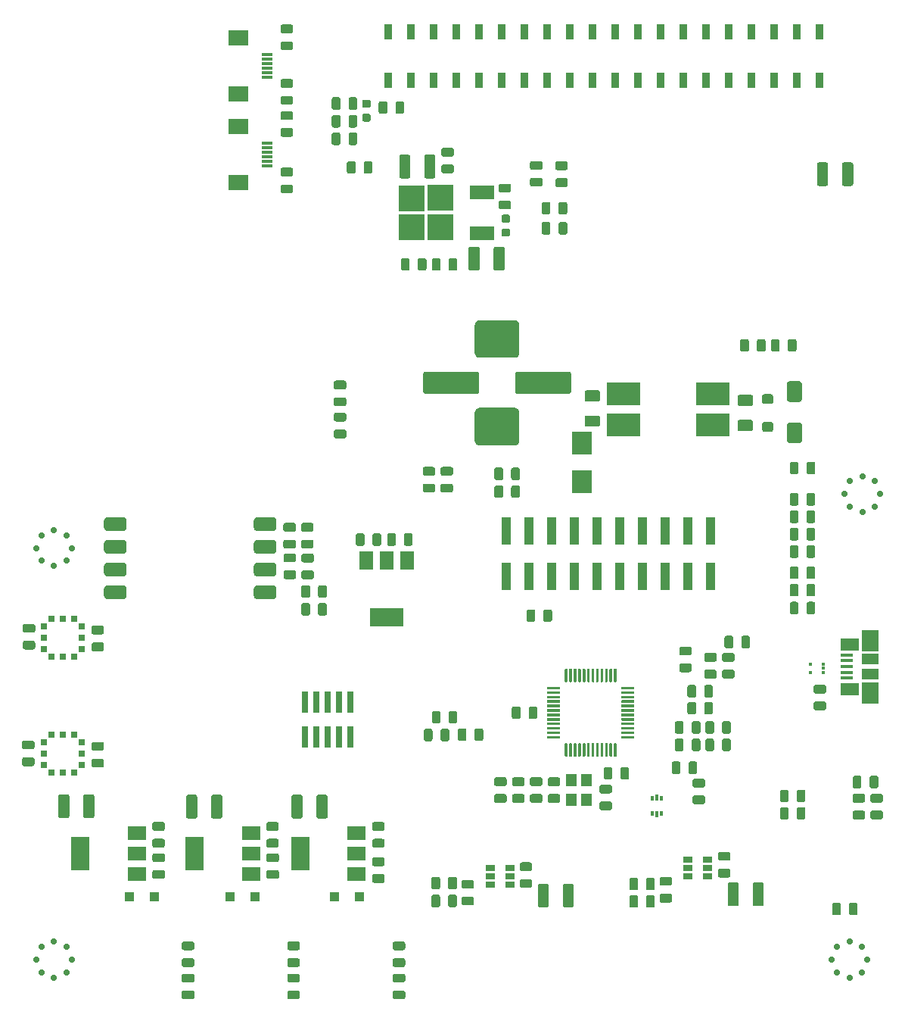
<source format=gbr>
G04 #@! TF.GenerationSoftware,KiCad,Pcbnew,5.1.5-52549c5~86~ubuntu18.04.1*
G04 #@! TF.CreationDate,2020-04-03T22:47:33+02:00*
G04 #@! TF.ProjectId,7001-ventilator_mainboard,37303031-2d76-4656-9e74-696c61746f72,2.0*
G04 #@! TF.SameCoordinates,Original*
G04 #@! TF.FileFunction,Paste,Top*
G04 #@! TF.FilePolarity,Positive*
%FSLAX46Y46*%
G04 Gerber Fmt 4.6, Leading zero omitted, Abs format (unit mm)*
G04 Created by KiCad (PCBNEW 5.1.5-52549c5~86~ubuntu18.04.1) date 2020-04-03 22:47:33*
%MOMM*%
%LPD*%
G04 APERTURE LIST*
%ADD10R,2.850000X3.000000*%
%ADD11R,2.800000X1.500000*%
%ADD12C,0.700000*%
%ADD13R,1.000000X3.150000*%
%ADD14C,0.100000*%
%ADD15R,1.300000X0.300000*%
%ADD16R,2.200000X1.800000*%
%ADD17R,3.850000X2.500000*%
%ADD18R,1.500000X2.000000*%
%ADD19R,3.800000X2.000000*%
%ADD20R,0.740000X2.400000*%
%ADD21R,1.060000X0.650000*%
%ADD22R,2.000000X1.500000*%
%ADD23R,2.000000X3.800000*%
%ADD24R,0.375000X0.500000*%
%ADD25R,0.300000X0.650000*%
%ADD26R,1.100000X1.100000*%
%ADD27R,1.900000X1.175000*%
%ADD28R,1.900000X2.375000*%
%ADD29R,2.100000X1.475000*%
%ADD30R,1.380000X0.450000*%
%ADD31R,0.650000X0.700000*%
%ADD32R,0.700000X0.650000*%
%ADD33R,0.450000X0.300000*%
%ADD34R,0.900000X1.680000*%
%ADD35R,2.300000X2.500000*%
%ADD36R,1.200000X1.400000*%
G04 APERTURE END LIST*
D10*
X111000000Y-119880000D03*
X111000000Y-123170000D03*
X114220000Y-123150000D03*
X114220000Y-119860000D03*
D11*
X118850000Y-123786000D03*
X118850000Y-119214000D03*
D12*
X71000000Y-161000000D03*
X69000000Y-159000000D03*
X71000000Y-157000000D03*
X73000000Y-159000000D03*
X72414214Y-160414214D03*
X69585786Y-160414214D03*
X69585786Y-157585786D03*
X72414214Y-157585786D03*
X71000000Y-207000000D03*
X69000000Y-205000000D03*
X71000000Y-203000000D03*
X73000000Y-205000000D03*
X72414214Y-206414214D03*
X69585786Y-206414214D03*
X69585786Y-203585786D03*
X72414214Y-203585786D03*
X160000000Y-207000000D03*
X158000000Y-205000000D03*
X160000000Y-203000000D03*
X162000000Y-205000000D03*
X161414214Y-206414214D03*
X158585786Y-206414214D03*
X158585786Y-203585786D03*
X161414214Y-203585786D03*
X161450000Y-154950000D03*
X159450000Y-152950000D03*
X161450000Y-150950000D03*
X163450000Y-152950000D03*
X162864214Y-154364214D03*
X160035786Y-154364214D03*
X160035786Y-151535786D03*
X162864214Y-151535786D03*
D13*
X121620000Y-162175000D03*
X121620000Y-157125000D03*
X124160000Y-162175000D03*
X124160000Y-157125000D03*
X126700000Y-162175000D03*
X126700000Y-157125000D03*
X129240000Y-162175000D03*
X129240000Y-157125000D03*
X131780000Y-162175000D03*
X131780000Y-157125000D03*
X134320000Y-162175000D03*
X134320000Y-157125000D03*
X136860000Y-162175000D03*
X136860000Y-157125000D03*
X139400000Y-162175000D03*
X139400000Y-157125000D03*
X141940000Y-162175000D03*
X141940000Y-157125000D03*
X144480000Y-162175000D03*
X144480000Y-157125000D03*
D14*
G36*
X146930142Y-170726174D02*
G01*
X146953803Y-170729684D01*
X146977007Y-170735496D01*
X146999529Y-170743554D01*
X147021153Y-170753782D01*
X147041670Y-170766079D01*
X147060883Y-170780329D01*
X147078607Y-170796393D01*
X147094671Y-170814117D01*
X147108921Y-170833330D01*
X147121218Y-170853847D01*
X147131446Y-170875471D01*
X147139504Y-170897993D01*
X147145316Y-170921197D01*
X147148826Y-170944858D01*
X147150000Y-170968750D01*
X147150000Y-171456250D01*
X147148826Y-171480142D01*
X147145316Y-171503803D01*
X147139504Y-171527007D01*
X147131446Y-171549529D01*
X147121218Y-171571153D01*
X147108921Y-171591670D01*
X147094671Y-171610883D01*
X147078607Y-171628607D01*
X147060883Y-171644671D01*
X147041670Y-171658921D01*
X147021153Y-171671218D01*
X146999529Y-171681446D01*
X146977007Y-171689504D01*
X146953803Y-171695316D01*
X146930142Y-171698826D01*
X146906250Y-171700000D01*
X145993750Y-171700000D01*
X145969858Y-171698826D01*
X145946197Y-171695316D01*
X145922993Y-171689504D01*
X145900471Y-171681446D01*
X145878847Y-171671218D01*
X145858330Y-171658921D01*
X145839117Y-171644671D01*
X145821393Y-171628607D01*
X145805329Y-171610883D01*
X145791079Y-171591670D01*
X145778782Y-171571153D01*
X145768554Y-171549529D01*
X145760496Y-171527007D01*
X145754684Y-171503803D01*
X145751174Y-171480142D01*
X145750000Y-171456250D01*
X145750000Y-170968750D01*
X145751174Y-170944858D01*
X145754684Y-170921197D01*
X145760496Y-170897993D01*
X145768554Y-170875471D01*
X145778782Y-170853847D01*
X145791079Y-170833330D01*
X145805329Y-170814117D01*
X145821393Y-170796393D01*
X145839117Y-170780329D01*
X145858330Y-170766079D01*
X145878847Y-170753782D01*
X145900471Y-170743554D01*
X145922993Y-170735496D01*
X145946197Y-170729684D01*
X145969858Y-170726174D01*
X145993750Y-170725000D01*
X146906250Y-170725000D01*
X146930142Y-170726174D01*
G37*
G36*
X146930142Y-172601174D02*
G01*
X146953803Y-172604684D01*
X146977007Y-172610496D01*
X146999529Y-172618554D01*
X147021153Y-172628782D01*
X147041670Y-172641079D01*
X147060883Y-172655329D01*
X147078607Y-172671393D01*
X147094671Y-172689117D01*
X147108921Y-172708330D01*
X147121218Y-172728847D01*
X147131446Y-172750471D01*
X147139504Y-172772993D01*
X147145316Y-172796197D01*
X147148826Y-172819858D01*
X147150000Y-172843750D01*
X147150000Y-173331250D01*
X147148826Y-173355142D01*
X147145316Y-173378803D01*
X147139504Y-173402007D01*
X147131446Y-173424529D01*
X147121218Y-173446153D01*
X147108921Y-173466670D01*
X147094671Y-173485883D01*
X147078607Y-173503607D01*
X147060883Y-173519671D01*
X147041670Y-173533921D01*
X147021153Y-173546218D01*
X146999529Y-173556446D01*
X146977007Y-173564504D01*
X146953803Y-173570316D01*
X146930142Y-173573826D01*
X146906250Y-173575000D01*
X145993750Y-173575000D01*
X145969858Y-173573826D01*
X145946197Y-173570316D01*
X145922993Y-173564504D01*
X145900471Y-173556446D01*
X145878847Y-173546218D01*
X145858330Y-173533921D01*
X145839117Y-173519671D01*
X145821393Y-173503607D01*
X145805329Y-173485883D01*
X145791079Y-173466670D01*
X145778782Y-173446153D01*
X145768554Y-173424529D01*
X145760496Y-173402007D01*
X145754684Y-173378803D01*
X145751174Y-173355142D01*
X145750000Y-173331250D01*
X145750000Y-172843750D01*
X145751174Y-172819858D01*
X145754684Y-172796197D01*
X145760496Y-172772993D01*
X145768554Y-172750471D01*
X145778782Y-172728847D01*
X145791079Y-172708330D01*
X145805329Y-172689117D01*
X145821393Y-172671393D01*
X145839117Y-172655329D01*
X145858330Y-172641079D01*
X145878847Y-172628782D01*
X145900471Y-172618554D01*
X145922993Y-172610496D01*
X145946197Y-172604684D01*
X145969858Y-172601174D01*
X145993750Y-172600000D01*
X146906250Y-172600000D01*
X146930142Y-172601174D01*
G37*
G36*
X148655142Y-168801174D02*
G01*
X148678803Y-168804684D01*
X148702007Y-168810496D01*
X148724529Y-168818554D01*
X148746153Y-168828782D01*
X148766670Y-168841079D01*
X148785883Y-168855329D01*
X148803607Y-168871393D01*
X148819671Y-168889117D01*
X148833921Y-168908330D01*
X148846218Y-168928847D01*
X148856446Y-168950471D01*
X148864504Y-168972993D01*
X148870316Y-168996197D01*
X148873826Y-169019858D01*
X148875000Y-169043750D01*
X148875000Y-169956250D01*
X148873826Y-169980142D01*
X148870316Y-170003803D01*
X148864504Y-170027007D01*
X148856446Y-170049529D01*
X148846218Y-170071153D01*
X148833921Y-170091670D01*
X148819671Y-170110883D01*
X148803607Y-170128607D01*
X148785883Y-170144671D01*
X148766670Y-170158921D01*
X148746153Y-170171218D01*
X148724529Y-170181446D01*
X148702007Y-170189504D01*
X148678803Y-170195316D01*
X148655142Y-170198826D01*
X148631250Y-170200000D01*
X148143750Y-170200000D01*
X148119858Y-170198826D01*
X148096197Y-170195316D01*
X148072993Y-170189504D01*
X148050471Y-170181446D01*
X148028847Y-170171218D01*
X148008330Y-170158921D01*
X147989117Y-170144671D01*
X147971393Y-170128607D01*
X147955329Y-170110883D01*
X147941079Y-170091670D01*
X147928782Y-170071153D01*
X147918554Y-170049529D01*
X147910496Y-170027007D01*
X147904684Y-170003803D01*
X147901174Y-169980142D01*
X147900000Y-169956250D01*
X147900000Y-169043750D01*
X147901174Y-169019858D01*
X147904684Y-168996197D01*
X147910496Y-168972993D01*
X147918554Y-168950471D01*
X147928782Y-168928847D01*
X147941079Y-168908330D01*
X147955329Y-168889117D01*
X147971393Y-168871393D01*
X147989117Y-168855329D01*
X148008330Y-168841079D01*
X148028847Y-168828782D01*
X148050471Y-168818554D01*
X148072993Y-168810496D01*
X148096197Y-168804684D01*
X148119858Y-168801174D01*
X148143750Y-168800000D01*
X148631250Y-168800000D01*
X148655142Y-168801174D01*
G37*
G36*
X146780142Y-168801174D02*
G01*
X146803803Y-168804684D01*
X146827007Y-168810496D01*
X146849529Y-168818554D01*
X146871153Y-168828782D01*
X146891670Y-168841079D01*
X146910883Y-168855329D01*
X146928607Y-168871393D01*
X146944671Y-168889117D01*
X146958921Y-168908330D01*
X146971218Y-168928847D01*
X146981446Y-168950471D01*
X146989504Y-168972993D01*
X146995316Y-168996197D01*
X146998826Y-169019858D01*
X147000000Y-169043750D01*
X147000000Y-169956250D01*
X146998826Y-169980142D01*
X146995316Y-170003803D01*
X146989504Y-170027007D01*
X146981446Y-170049529D01*
X146971218Y-170071153D01*
X146958921Y-170091670D01*
X146944671Y-170110883D01*
X146928607Y-170128607D01*
X146910883Y-170144671D01*
X146891670Y-170158921D01*
X146871153Y-170171218D01*
X146849529Y-170181446D01*
X146827007Y-170189504D01*
X146803803Y-170195316D01*
X146780142Y-170198826D01*
X146756250Y-170200000D01*
X146268750Y-170200000D01*
X146244858Y-170198826D01*
X146221197Y-170195316D01*
X146197993Y-170189504D01*
X146175471Y-170181446D01*
X146153847Y-170171218D01*
X146133330Y-170158921D01*
X146114117Y-170144671D01*
X146096393Y-170128607D01*
X146080329Y-170110883D01*
X146066079Y-170091670D01*
X146053782Y-170071153D01*
X146043554Y-170049529D01*
X146035496Y-170027007D01*
X146029684Y-170003803D01*
X146026174Y-169980142D01*
X146025000Y-169956250D01*
X146025000Y-169043750D01*
X146026174Y-169019858D01*
X146029684Y-168996197D01*
X146035496Y-168972993D01*
X146043554Y-168950471D01*
X146053782Y-168928847D01*
X146066079Y-168908330D01*
X146080329Y-168889117D01*
X146096393Y-168871393D01*
X146114117Y-168855329D01*
X146133330Y-168841079D01*
X146153847Y-168828782D01*
X146175471Y-168818554D01*
X146197993Y-168810496D01*
X146221197Y-168804684D01*
X146244858Y-168801174D01*
X146268750Y-168800000D01*
X146756250Y-168800000D01*
X146780142Y-168801174D01*
G37*
D15*
X94850000Y-116250000D03*
X94850000Y-115750000D03*
X94850000Y-115250000D03*
X94850000Y-114750000D03*
X94850000Y-114250000D03*
X94850000Y-113750000D03*
D16*
X91600000Y-111850000D03*
X91600000Y-118150000D03*
D14*
G36*
X106227691Y-110451053D02*
G01*
X106248926Y-110454203D01*
X106269750Y-110459419D01*
X106289962Y-110466651D01*
X106309368Y-110475830D01*
X106327781Y-110486866D01*
X106345024Y-110499654D01*
X106360930Y-110514070D01*
X106375346Y-110529976D01*
X106388134Y-110547219D01*
X106399170Y-110565632D01*
X106408349Y-110585038D01*
X106415581Y-110605250D01*
X106420797Y-110626074D01*
X106423947Y-110647309D01*
X106425000Y-110668750D01*
X106425000Y-111106250D01*
X106423947Y-111127691D01*
X106420797Y-111148926D01*
X106415581Y-111169750D01*
X106408349Y-111189962D01*
X106399170Y-111209368D01*
X106388134Y-111227781D01*
X106375346Y-111245024D01*
X106360930Y-111260930D01*
X106345024Y-111275346D01*
X106327781Y-111288134D01*
X106309368Y-111299170D01*
X106289962Y-111308349D01*
X106269750Y-111315581D01*
X106248926Y-111320797D01*
X106227691Y-111323947D01*
X106206250Y-111325000D01*
X105693750Y-111325000D01*
X105672309Y-111323947D01*
X105651074Y-111320797D01*
X105630250Y-111315581D01*
X105610038Y-111308349D01*
X105590632Y-111299170D01*
X105572219Y-111288134D01*
X105554976Y-111275346D01*
X105539070Y-111260930D01*
X105524654Y-111245024D01*
X105511866Y-111227781D01*
X105500830Y-111209368D01*
X105491651Y-111189962D01*
X105484419Y-111169750D01*
X105479203Y-111148926D01*
X105476053Y-111127691D01*
X105475000Y-111106250D01*
X105475000Y-110668750D01*
X105476053Y-110647309D01*
X105479203Y-110626074D01*
X105484419Y-110605250D01*
X105491651Y-110585038D01*
X105500830Y-110565632D01*
X105511866Y-110547219D01*
X105524654Y-110529976D01*
X105539070Y-110514070D01*
X105554976Y-110499654D01*
X105572219Y-110486866D01*
X105590632Y-110475830D01*
X105610038Y-110466651D01*
X105630250Y-110459419D01*
X105651074Y-110454203D01*
X105672309Y-110451053D01*
X105693750Y-110450000D01*
X106206250Y-110450000D01*
X106227691Y-110451053D01*
G37*
G36*
X106227691Y-108876053D02*
G01*
X106248926Y-108879203D01*
X106269750Y-108884419D01*
X106289962Y-108891651D01*
X106309368Y-108900830D01*
X106327781Y-108911866D01*
X106345024Y-108924654D01*
X106360930Y-108939070D01*
X106375346Y-108954976D01*
X106388134Y-108972219D01*
X106399170Y-108990632D01*
X106408349Y-109010038D01*
X106415581Y-109030250D01*
X106420797Y-109051074D01*
X106423947Y-109072309D01*
X106425000Y-109093750D01*
X106425000Y-109531250D01*
X106423947Y-109552691D01*
X106420797Y-109573926D01*
X106415581Y-109594750D01*
X106408349Y-109614962D01*
X106399170Y-109634368D01*
X106388134Y-109652781D01*
X106375346Y-109670024D01*
X106360930Y-109685930D01*
X106345024Y-109700346D01*
X106327781Y-109713134D01*
X106309368Y-109724170D01*
X106289962Y-109733349D01*
X106269750Y-109740581D01*
X106248926Y-109745797D01*
X106227691Y-109748947D01*
X106206250Y-109750000D01*
X105693750Y-109750000D01*
X105672309Y-109748947D01*
X105651074Y-109745797D01*
X105630250Y-109740581D01*
X105610038Y-109733349D01*
X105590632Y-109724170D01*
X105572219Y-109713134D01*
X105554976Y-109700346D01*
X105539070Y-109685930D01*
X105524654Y-109670024D01*
X105511866Y-109652781D01*
X105500830Y-109634368D01*
X105491651Y-109614962D01*
X105484419Y-109594750D01*
X105479203Y-109573926D01*
X105476053Y-109552691D01*
X105475000Y-109531250D01*
X105475000Y-109093750D01*
X105476053Y-109072309D01*
X105479203Y-109051074D01*
X105484419Y-109030250D01*
X105491651Y-109010038D01*
X105500830Y-108990632D01*
X105511866Y-108972219D01*
X105524654Y-108954976D01*
X105539070Y-108939070D01*
X105554976Y-108924654D01*
X105572219Y-108911866D01*
X105590632Y-108900830D01*
X105610038Y-108891651D01*
X105630250Y-108884419D01*
X105651074Y-108879203D01*
X105672309Y-108876053D01*
X105693750Y-108875000D01*
X106206250Y-108875000D01*
X106227691Y-108876053D01*
G37*
G36*
X97530142Y-118351174D02*
G01*
X97553803Y-118354684D01*
X97577007Y-118360496D01*
X97599529Y-118368554D01*
X97621153Y-118378782D01*
X97641670Y-118391079D01*
X97660883Y-118405329D01*
X97678607Y-118421393D01*
X97694671Y-118439117D01*
X97708921Y-118458330D01*
X97721218Y-118478847D01*
X97731446Y-118500471D01*
X97739504Y-118522993D01*
X97745316Y-118546197D01*
X97748826Y-118569858D01*
X97750000Y-118593750D01*
X97750000Y-119081250D01*
X97748826Y-119105142D01*
X97745316Y-119128803D01*
X97739504Y-119152007D01*
X97731446Y-119174529D01*
X97721218Y-119196153D01*
X97708921Y-119216670D01*
X97694671Y-119235883D01*
X97678607Y-119253607D01*
X97660883Y-119269671D01*
X97641670Y-119283921D01*
X97621153Y-119296218D01*
X97599529Y-119306446D01*
X97577007Y-119314504D01*
X97553803Y-119320316D01*
X97530142Y-119323826D01*
X97506250Y-119325000D01*
X96593750Y-119325000D01*
X96569858Y-119323826D01*
X96546197Y-119320316D01*
X96522993Y-119314504D01*
X96500471Y-119306446D01*
X96478847Y-119296218D01*
X96458330Y-119283921D01*
X96439117Y-119269671D01*
X96421393Y-119253607D01*
X96405329Y-119235883D01*
X96391079Y-119216670D01*
X96378782Y-119196153D01*
X96368554Y-119174529D01*
X96360496Y-119152007D01*
X96354684Y-119128803D01*
X96351174Y-119105142D01*
X96350000Y-119081250D01*
X96350000Y-118593750D01*
X96351174Y-118569858D01*
X96354684Y-118546197D01*
X96360496Y-118522993D01*
X96368554Y-118500471D01*
X96378782Y-118478847D01*
X96391079Y-118458330D01*
X96405329Y-118439117D01*
X96421393Y-118421393D01*
X96439117Y-118405329D01*
X96458330Y-118391079D01*
X96478847Y-118378782D01*
X96500471Y-118368554D01*
X96522993Y-118360496D01*
X96546197Y-118354684D01*
X96569858Y-118351174D01*
X96593750Y-118350000D01*
X97506250Y-118350000D01*
X97530142Y-118351174D01*
G37*
G36*
X97530142Y-116476174D02*
G01*
X97553803Y-116479684D01*
X97577007Y-116485496D01*
X97599529Y-116493554D01*
X97621153Y-116503782D01*
X97641670Y-116516079D01*
X97660883Y-116530329D01*
X97678607Y-116546393D01*
X97694671Y-116564117D01*
X97708921Y-116583330D01*
X97721218Y-116603847D01*
X97731446Y-116625471D01*
X97739504Y-116647993D01*
X97745316Y-116671197D01*
X97748826Y-116694858D01*
X97750000Y-116718750D01*
X97750000Y-117206250D01*
X97748826Y-117230142D01*
X97745316Y-117253803D01*
X97739504Y-117277007D01*
X97731446Y-117299529D01*
X97721218Y-117321153D01*
X97708921Y-117341670D01*
X97694671Y-117360883D01*
X97678607Y-117378607D01*
X97660883Y-117394671D01*
X97641670Y-117408921D01*
X97621153Y-117421218D01*
X97599529Y-117431446D01*
X97577007Y-117439504D01*
X97553803Y-117445316D01*
X97530142Y-117448826D01*
X97506250Y-117450000D01*
X96593750Y-117450000D01*
X96569858Y-117448826D01*
X96546197Y-117445316D01*
X96522993Y-117439504D01*
X96500471Y-117431446D01*
X96478847Y-117421218D01*
X96458330Y-117408921D01*
X96439117Y-117394671D01*
X96421393Y-117378607D01*
X96405329Y-117360883D01*
X96391079Y-117341670D01*
X96378782Y-117321153D01*
X96368554Y-117299529D01*
X96360496Y-117277007D01*
X96354684Y-117253803D01*
X96351174Y-117230142D01*
X96350000Y-117206250D01*
X96350000Y-116718750D01*
X96351174Y-116694858D01*
X96354684Y-116671197D01*
X96360496Y-116647993D01*
X96368554Y-116625471D01*
X96378782Y-116603847D01*
X96391079Y-116583330D01*
X96405329Y-116564117D01*
X96421393Y-116546393D01*
X96439117Y-116530329D01*
X96458330Y-116516079D01*
X96478847Y-116503782D01*
X96500471Y-116493554D01*
X96522993Y-116485496D01*
X96546197Y-116479684D01*
X96569858Y-116476174D01*
X96593750Y-116475000D01*
X97506250Y-116475000D01*
X97530142Y-116476174D01*
G37*
G36*
X102830142Y-108601174D02*
G01*
X102853803Y-108604684D01*
X102877007Y-108610496D01*
X102899529Y-108618554D01*
X102921153Y-108628782D01*
X102941670Y-108641079D01*
X102960883Y-108655329D01*
X102978607Y-108671393D01*
X102994671Y-108689117D01*
X103008921Y-108708330D01*
X103021218Y-108728847D01*
X103031446Y-108750471D01*
X103039504Y-108772993D01*
X103045316Y-108796197D01*
X103048826Y-108819858D01*
X103050000Y-108843750D01*
X103050000Y-109756250D01*
X103048826Y-109780142D01*
X103045316Y-109803803D01*
X103039504Y-109827007D01*
X103031446Y-109849529D01*
X103021218Y-109871153D01*
X103008921Y-109891670D01*
X102994671Y-109910883D01*
X102978607Y-109928607D01*
X102960883Y-109944671D01*
X102941670Y-109958921D01*
X102921153Y-109971218D01*
X102899529Y-109981446D01*
X102877007Y-109989504D01*
X102853803Y-109995316D01*
X102830142Y-109998826D01*
X102806250Y-110000000D01*
X102318750Y-110000000D01*
X102294858Y-109998826D01*
X102271197Y-109995316D01*
X102247993Y-109989504D01*
X102225471Y-109981446D01*
X102203847Y-109971218D01*
X102183330Y-109958921D01*
X102164117Y-109944671D01*
X102146393Y-109928607D01*
X102130329Y-109910883D01*
X102116079Y-109891670D01*
X102103782Y-109871153D01*
X102093554Y-109849529D01*
X102085496Y-109827007D01*
X102079684Y-109803803D01*
X102076174Y-109780142D01*
X102075000Y-109756250D01*
X102075000Y-108843750D01*
X102076174Y-108819858D01*
X102079684Y-108796197D01*
X102085496Y-108772993D01*
X102093554Y-108750471D01*
X102103782Y-108728847D01*
X102116079Y-108708330D01*
X102130329Y-108689117D01*
X102146393Y-108671393D01*
X102164117Y-108655329D01*
X102183330Y-108641079D01*
X102203847Y-108628782D01*
X102225471Y-108618554D01*
X102247993Y-108610496D01*
X102271197Y-108604684D01*
X102294858Y-108601174D01*
X102318750Y-108600000D01*
X102806250Y-108600000D01*
X102830142Y-108601174D01*
G37*
G36*
X104705142Y-108601174D02*
G01*
X104728803Y-108604684D01*
X104752007Y-108610496D01*
X104774529Y-108618554D01*
X104796153Y-108628782D01*
X104816670Y-108641079D01*
X104835883Y-108655329D01*
X104853607Y-108671393D01*
X104869671Y-108689117D01*
X104883921Y-108708330D01*
X104896218Y-108728847D01*
X104906446Y-108750471D01*
X104914504Y-108772993D01*
X104920316Y-108796197D01*
X104923826Y-108819858D01*
X104925000Y-108843750D01*
X104925000Y-109756250D01*
X104923826Y-109780142D01*
X104920316Y-109803803D01*
X104914504Y-109827007D01*
X104906446Y-109849529D01*
X104896218Y-109871153D01*
X104883921Y-109891670D01*
X104869671Y-109910883D01*
X104853607Y-109928607D01*
X104835883Y-109944671D01*
X104816670Y-109958921D01*
X104796153Y-109971218D01*
X104774529Y-109981446D01*
X104752007Y-109989504D01*
X104728803Y-109995316D01*
X104705142Y-109998826D01*
X104681250Y-110000000D01*
X104193750Y-110000000D01*
X104169858Y-109998826D01*
X104146197Y-109995316D01*
X104122993Y-109989504D01*
X104100471Y-109981446D01*
X104078847Y-109971218D01*
X104058330Y-109958921D01*
X104039117Y-109944671D01*
X104021393Y-109928607D01*
X104005329Y-109910883D01*
X103991079Y-109891670D01*
X103978782Y-109871153D01*
X103968554Y-109849529D01*
X103960496Y-109827007D01*
X103954684Y-109803803D01*
X103951174Y-109780142D01*
X103950000Y-109756250D01*
X103950000Y-108843750D01*
X103951174Y-108819858D01*
X103954684Y-108796197D01*
X103960496Y-108772993D01*
X103968554Y-108750471D01*
X103978782Y-108728847D01*
X103991079Y-108708330D01*
X104005329Y-108689117D01*
X104021393Y-108671393D01*
X104039117Y-108655329D01*
X104058330Y-108641079D01*
X104078847Y-108628782D01*
X104100471Y-108618554D01*
X104122993Y-108610496D01*
X104146197Y-108604684D01*
X104169858Y-108601174D01*
X104193750Y-108600000D01*
X104681250Y-108600000D01*
X104705142Y-108601174D01*
G37*
G36*
X104530142Y-115751174D02*
G01*
X104553803Y-115754684D01*
X104577007Y-115760496D01*
X104599529Y-115768554D01*
X104621153Y-115778782D01*
X104641670Y-115791079D01*
X104660883Y-115805329D01*
X104678607Y-115821393D01*
X104694671Y-115839117D01*
X104708921Y-115858330D01*
X104721218Y-115878847D01*
X104731446Y-115900471D01*
X104739504Y-115922993D01*
X104745316Y-115946197D01*
X104748826Y-115969858D01*
X104750000Y-115993750D01*
X104750000Y-116906250D01*
X104748826Y-116930142D01*
X104745316Y-116953803D01*
X104739504Y-116977007D01*
X104731446Y-116999529D01*
X104721218Y-117021153D01*
X104708921Y-117041670D01*
X104694671Y-117060883D01*
X104678607Y-117078607D01*
X104660883Y-117094671D01*
X104641670Y-117108921D01*
X104621153Y-117121218D01*
X104599529Y-117131446D01*
X104577007Y-117139504D01*
X104553803Y-117145316D01*
X104530142Y-117148826D01*
X104506250Y-117150000D01*
X104018750Y-117150000D01*
X103994858Y-117148826D01*
X103971197Y-117145316D01*
X103947993Y-117139504D01*
X103925471Y-117131446D01*
X103903847Y-117121218D01*
X103883330Y-117108921D01*
X103864117Y-117094671D01*
X103846393Y-117078607D01*
X103830329Y-117060883D01*
X103816079Y-117041670D01*
X103803782Y-117021153D01*
X103793554Y-116999529D01*
X103785496Y-116977007D01*
X103779684Y-116953803D01*
X103776174Y-116930142D01*
X103775000Y-116906250D01*
X103775000Y-115993750D01*
X103776174Y-115969858D01*
X103779684Y-115946197D01*
X103785496Y-115922993D01*
X103793554Y-115900471D01*
X103803782Y-115878847D01*
X103816079Y-115858330D01*
X103830329Y-115839117D01*
X103846393Y-115821393D01*
X103864117Y-115805329D01*
X103883330Y-115791079D01*
X103903847Y-115778782D01*
X103925471Y-115768554D01*
X103947993Y-115760496D01*
X103971197Y-115754684D01*
X103994858Y-115751174D01*
X104018750Y-115750000D01*
X104506250Y-115750000D01*
X104530142Y-115751174D01*
G37*
G36*
X106405142Y-115751174D02*
G01*
X106428803Y-115754684D01*
X106452007Y-115760496D01*
X106474529Y-115768554D01*
X106496153Y-115778782D01*
X106516670Y-115791079D01*
X106535883Y-115805329D01*
X106553607Y-115821393D01*
X106569671Y-115839117D01*
X106583921Y-115858330D01*
X106596218Y-115878847D01*
X106606446Y-115900471D01*
X106614504Y-115922993D01*
X106620316Y-115946197D01*
X106623826Y-115969858D01*
X106625000Y-115993750D01*
X106625000Y-116906250D01*
X106623826Y-116930142D01*
X106620316Y-116953803D01*
X106614504Y-116977007D01*
X106606446Y-116999529D01*
X106596218Y-117021153D01*
X106583921Y-117041670D01*
X106569671Y-117060883D01*
X106553607Y-117078607D01*
X106535883Y-117094671D01*
X106516670Y-117108921D01*
X106496153Y-117121218D01*
X106474529Y-117131446D01*
X106452007Y-117139504D01*
X106428803Y-117145316D01*
X106405142Y-117148826D01*
X106381250Y-117150000D01*
X105893750Y-117150000D01*
X105869858Y-117148826D01*
X105846197Y-117145316D01*
X105822993Y-117139504D01*
X105800471Y-117131446D01*
X105778847Y-117121218D01*
X105758330Y-117108921D01*
X105739117Y-117094671D01*
X105721393Y-117078607D01*
X105705329Y-117060883D01*
X105691079Y-117041670D01*
X105678782Y-117021153D01*
X105668554Y-116999529D01*
X105660496Y-116977007D01*
X105654684Y-116953803D01*
X105651174Y-116930142D01*
X105650000Y-116906250D01*
X105650000Y-115993750D01*
X105651174Y-115969858D01*
X105654684Y-115946197D01*
X105660496Y-115922993D01*
X105668554Y-115900471D01*
X105678782Y-115878847D01*
X105691079Y-115858330D01*
X105705329Y-115839117D01*
X105721393Y-115821393D01*
X105739117Y-115805329D01*
X105758330Y-115791079D01*
X105778847Y-115778782D01*
X105800471Y-115768554D01*
X105822993Y-115760496D01*
X105846197Y-115754684D01*
X105869858Y-115751174D01*
X105893750Y-115750000D01*
X106381250Y-115750000D01*
X106405142Y-115751174D01*
G37*
G36*
X97530142Y-110176174D02*
G01*
X97553803Y-110179684D01*
X97577007Y-110185496D01*
X97599529Y-110193554D01*
X97621153Y-110203782D01*
X97641670Y-110216079D01*
X97660883Y-110230329D01*
X97678607Y-110246393D01*
X97694671Y-110264117D01*
X97708921Y-110283330D01*
X97721218Y-110303847D01*
X97731446Y-110325471D01*
X97739504Y-110347993D01*
X97745316Y-110371197D01*
X97748826Y-110394858D01*
X97750000Y-110418750D01*
X97750000Y-110906250D01*
X97748826Y-110930142D01*
X97745316Y-110953803D01*
X97739504Y-110977007D01*
X97731446Y-110999529D01*
X97721218Y-111021153D01*
X97708921Y-111041670D01*
X97694671Y-111060883D01*
X97678607Y-111078607D01*
X97660883Y-111094671D01*
X97641670Y-111108921D01*
X97621153Y-111121218D01*
X97599529Y-111131446D01*
X97577007Y-111139504D01*
X97553803Y-111145316D01*
X97530142Y-111148826D01*
X97506250Y-111150000D01*
X96593750Y-111150000D01*
X96569858Y-111148826D01*
X96546197Y-111145316D01*
X96522993Y-111139504D01*
X96500471Y-111131446D01*
X96478847Y-111121218D01*
X96458330Y-111108921D01*
X96439117Y-111094671D01*
X96421393Y-111078607D01*
X96405329Y-111060883D01*
X96391079Y-111041670D01*
X96378782Y-111021153D01*
X96368554Y-110999529D01*
X96360496Y-110977007D01*
X96354684Y-110953803D01*
X96351174Y-110930142D01*
X96350000Y-110906250D01*
X96350000Y-110418750D01*
X96351174Y-110394858D01*
X96354684Y-110371197D01*
X96360496Y-110347993D01*
X96368554Y-110325471D01*
X96378782Y-110303847D01*
X96391079Y-110283330D01*
X96405329Y-110264117D01*
X96421393Y-110246393D01*
X96439117Y-110230329D01*
X96458330Y-110216079D01*
X96478847Y-110203782D01*
X96500471Y-110193554D01*
X96522993Y-110185496D01*
X96546197Y-110179684D01*
X96569858Y-110176174D01*
X96593750Y-110175000D01*
X97506250Y-110175000D01*
X97530142Y-110176174D01*
G37*
G36*
X97530142Y-112051174D02*
G01*
X97553803Y-112054684D01*
X97577007Y-112060496D01*
X97599529Y-112068554D01*
X97621153Y-112078782D01*
X97641670Y-112091079D01*
X97660883Y-112105329D01*
X97678607Y-112121393D01*
X97694671Y-112139117D01*
X97708921Y-112158330D01*
X97721218Y-112178847D01*
X97731446Y-112200471D01*
X97739504Y-112222993D01*
X97745316Y-112246197D01*
X97748826Y-112269858D01*
X97750000Y-112293750D01*
X97750000Y-112781250D01*
X97748826Y-112805142D01*
X97745316Y-112828803D01*
X97739504Y-112852007D01*
X97731446Y-112874529D01*
X97721218Y-112896153D01*
X97708921Y-112916670D01*
X97694671Y-112935883D01*
X97678607Y-112953607D01*
X97660883Y-112969671D01*
X97641670Y-112983921D01*
X97621153Y-112996218D01*
X97599529Y-113006446D01*
X97577007Y-113014504D01*
X97553803Y-113020316D01*
X97530142Y-113023826D01*
X97506250Y-113025000D01*
X96593750Y-113025000D01*
X96569858Y-113023826D01*
X96546197Y-113020316D01*
X96522993Y-113014504D01*
X96500471Y-113006446D01*
X96478847Y-112996218D01*
X96458330Y-112983921D01*
X96439117Y-112969671D01*
X96421393Y-112953607D01*
X96405329Y-112935883D01*
X96391079Y-112916670D01*
X96378782Y-112896153D01*
X96368554Y-112874529D01*
X96360496Y-112852007D01*
X96354684Y-112828803D01*
X96351174Y-112805142D01*
X96350000Y-112781250D01*
X96350000Y-112293750D01*
X96351174Y-112269858D01*
X96354684Y-112246197D01*
X96360496Y-112222993D01*
X96368554Y-112200471D01*
X96378782Y-112178847D01*
X96391079Y-112158330D01*
X96405329Y-112139117D01*
X96421393Y-112121393D01*
X96439117Y-112105329D01*
X96458330Y-112091079D01*
X96478847Y-112078782D01*
X96500471Y-112068554D01*
X96522993Y-112060496D01*
X96546197Y-112054684D01*
X96569858Y-112051174D01*
X96593750Y-112050000D01*
X97506250Y-112050000D01*
X97530142Y-112051174D01*
G37*
G36*
X144930142Y-172601174D02*
G01*
X144953803Y-172604684D01*
X144977007Y-172610496D01*
X144999529Y-172618554D01*
X145021153Y-172628782D01*
X145041670Y-172641079D01*
X145060883Y-172655329D01*
X145078607Y-172671393D01*
X145094671Y-172689117D01*
X145108921Y-172708330D01*
X145121218Y-172728847D01*
X145131446Y-172750471D01*
X145139504Y-172772993D01*
X145145316Y-172796197D01*
X145148826Y-172819858D01*
X145150000Y-172843750D01*
X145150000Y-173331250D01*
X145148826Y-173355142D01*
X145145316Y-173378803D01*
X145139504Y-173402007D01*
X145131446Y-173424529D01*
X145121218Y-173446153D01*
X145108921Y-173466670D01*
X145094671Y-173485883D01*
X145078607Y-173503607D01*
X145060883Y-173519671D01*
X145041670Y-173533921D01*
X145021153Y-173546218D01*
X144999529Y-173556446D01*
X144977007Y-173564504D01*
X144953803Y-173570316D01*
X144930142Y-173573826D01*
X144906250Y-173575000D01*
X143993750Y-173575000D01*
X143969858Y-173573826D01*
X143946197Y-173570316D01*
X143922993Y-173564504D01*
X143900471Y-173556446D01*
X143878847Y-173546218D01*
X143858330Y-173533921D01*
X143839117Y-173519671D01*
X143821393Y-173503607D01*
X143805329Y-173485883D01*
X143791079Y-173466670D01*
X143778782Y-173446153D01*
X143768554Y-173424529D01*
X143760496Y-173402007D01*
X143754684Y-173378803D01*
X143751174Y-173355142D01*
X143750000Y-173331250D01*
X143750000Y-172843750D01*
X143751174Y-172819858D01*
X143754684Y-172796197D01*
X143760496Y-172772993D01*
X143768554Y-172750471D01*
X143778782Y-172728847D01*
X143791079Y-172708330D01*
X143805329Y-172689117D01*
X143821393Y-172671393D01*
X143839117Y-172655329D01*
X143858330Y-172641079D01*
X143878847Y-172628782D01*
X143900471Y-172618554D01*
X143922993Y-172610496D01*
X143946197Y-172604684D01*
X143969858Y-172601174D01*
X143993750Y-172600000D01*
X144906250Y-172600000D01*
X144930142Y-172601174D01*
G37*
G36*
X144930142Y-170726174D02*
G01*
X144953803Y-170729684D01*
X144977007Y-170735496D01*
X144999529Y-170743554D01*
X145021153Y-170753782D01*
X145041670Y-170766079D01*
X145060883Y-170780329D01*
X145078607Y-170796393D01*
X145094671Y-170814117D01*
X145108921Y-170833330D01*
X145121218Y-170853847D01*
X145131446Y-170875471D01*
X145139504Y-170897993D01*
X145145316Y-170921197D01*
X145148826Y-170944858D01*
X145150000Y-170968750D01*
X145150000Y-171456250D01*
X145148826Y-171480142D01*
X145145316Y-171503803D01*
X145139504Y-171527007D01*
X145131446Y-171549529D01*
X145121218Y-171571153D01*
X145108921Y-171591670D01*
X145094671Y-171610883D01*
X145078607Y-171628607D01*
X145060883Y-171644671D01*
X145041670Y-171658921D01*
X145021153Y-171671218D01*
X144999529Y-171681446D01*
X144977007Y-171689504D01*
X144953803Y-171695316D01*
X144930142Y-171698826D01*
X144906250Y-171700000D01*
X143993750Y-171700000D01*
X143969858Y-171698826D01*
X143946197Y-171695316D01*
X143922993Y-171689504D01*
X143900471Y-171681446D01*
X143878847Y-171671218D01*
X143858330Y-171658921D01*
X143839117Y-171644671D01*
X143821393Y-171628607D01*
X143805329Y-171610883D01*
X143791079Y-171591670D01*
X143778782Y-171571153D01*
X143768554Y-171549529D01*
X143760496Y-171527007D01*
X143754684Y-171503803D01*
X143751174Y-171480142D01*
X143750000Y-171456250D01*
X143750000Y-170968750D01*
X143751174Y-170944858D01*
X143754684Y-170921197D01*
X143760496Y-170897993D01*
X143768554Y-170875471D01*
X143778782Y-170853847D01*
X143791079Y-170833330D01*
X143805329Y-170814117D01*
X143821393Y-170796393D01*
X143839117Y-170780329D01*
X143858330Y-170766079D01*
X143878847Y-170753782D01*
X143900471Y-170743554D01*
X143922993Y-170735496D01*
X143946197Y-170729684D01*
X143969858Y-170726174D01*
X143993750Y-170725000D01*
X144906250Y-170725000D01*
X144930142Y-170726174D01*
G37*
G36*
X154080142Y-149351174D02*
G01*
X154103803Y-149354684D01*
X154127007Y-149360496D01*
X154149529Y-149368554D01*
X154171153Y-149378782D01*
X154191670Y-149391079D01*
X154210883Y-149405329D01*
X154228607Y-149421393D01*
X154244671Y-149439117D01*
X154258921Y-149458330D01*
X154271218Y-149478847D01*
X154281446Y-149500471D01*
X154289504Y-149522993D01*
X154295316Y-149546197D01*
X154298826Y-149569858D01*
X154300000Y-149593750D01*
X154300000Y-150506250D01*
X154298826Y-150530142D01*
X154295316Y-150553803D01*
X154289504Y-150577007D01*
X154281446Y-150599529D01*
X154271218Y-150621153D01*
X154258921Y-150641670D01*
X154244671Y-150660883D01*
X154228607Y-150678607D01*
X154210883Y-150694671D01*
X154191670Y-150708921D01*
X154171153Y-150721218D01*
X154149529Y-150731446D01*
X154127007Y-150739504D01*
X154103803Y-150745316D01*
X154080142Y-150748826D01*
X154056250Y-150750000D01*
X153568750Y-150750000D01*
X153544858Y-150748826D01*
X153521197Y-150745316D01*
X153497993Y-150739504D01*
X153475471Y-150731446D01*
X153453847Y-150721218D01*
X153433330Y-150708921D01*
X153414117Y-150694671D01*
X153396393Y-150678607D01*
X153380329Y-150660883D01*
X153366079Y-150641670D01*
X153353782Y-150621153D01*
X153343554Y-150599529D01*
X153335496Y-150577007D01*
X153329684Y-150553803D01*
X153326174Y-150530142D01*
X153325000Y-150506250D01*
X153325000Y-149593750D01*
X153326174Y-149569858D01*
X153329684Y-149546197D01*
X153335496Y-149522993D01*
X153343554Y-149500471D01*
X153353782Y-149478847D01*
X153366079Y-149458330D01*
X153380329Y-149439117D01*
X153396393Y-149421393D01*
X153414117Y-149405329D01*
X153433330Y-149391079D01*
X153453847Y-149378782D01*
X153475471Y-149368554D01*
X153497993Y-149360496D01*
X153521197Y-149354684D01*
X153544858Y-149351174D01*
X153568750Y-149350000D01*
X154056250Y-149350000D01*
X154080142Y-149351174D01*
G37*
G36*
X155955142Y-149351174D02*
G01*
X155978803Y-149354684D01*
X156002007Y-149360496D01*
X156024529Y-149368554D01*
X156046153Y-149378782D01*
X156066670Y-149391079D01*
X156085883Y-149405329D01*
X156103607Y-149421393D01*
X156119671Y-149439117D01*
X156133921Y-149458330D01*
X156146218Y-149478847D01*
X156156446Y-149500471D01*
X156164504Y-149522993D01*
X156170316Y-149546197D01*
X156173826Y-149569858D01*
X156175000Y-149593750D01*
X156175000Y-150506250D01*
X156173826Y-150530142D01*
X156170316Y-150553803D01*
X156164504Y-150577007D01*
X156156446Y-150599529D01*
X156146218Y-150621153D01*
X156133921Y-150641670D01*
X156119671Y-150660883D01*
X156103607Y-150678607D01*
X156085883Y-150694671D01*
X156066670Y-150708921D01*
X156046153Y-150721218D01*
X156024529Y-150731446D01*
X156002007Y-150739504D01*
X155978803Y-150745316D01*
X155955142Y-150748826D01*
X155931250Y-150750000D01*
X155443750Y-150750000D01*
X155419858Y-150748826D01*
X155396197Y-150745316D01*
X155372993Y-150739504D01*
X155350471Y-150731446D01*
X155328847Y-150721218D01*
X155308330Y-150708921D01*
X155289117Y-150694671D01*
X155271393Y-150678607D01*
X155255329Y-150660883D01*
X155241079Y-150641670D01*
X155228782Y-150621153D01*
X155218554Y-150599529D01*
X155210496Y-150577007D01*
X155204684Y-150553803D01*
X155201174Y-150530142D01*
X155200000Y-150506250D01*
X155200000Y-149593750D01*
X155201174Y-149569858D01*
X155204684Y-149546197D01*
X155210496Y-149522993D01*
X155218554Y-149500471D01*
X155228782Y-149478847D01*
X155241079Y-149458330D01*
X155255329Y-149439117D01*
X155271393Y-149421393D01*
X155289117Y-149405329D01*
X155308330Y-149391079D01*
X155328847Y-149378782D01*
X155350471Y-149368554D01*
X155372993Y-149360496D01*
X155396197Y-149354684D01*
X155419858Y-149351174D01*
X155443750Y-149350000D01*
X155931250Y-149350000D01*
X155955142Y-149351174D01*
G37*
G36*
X154080142Y-152851174D02*
G01*
X154103803Y-152854684D01*
X154127007Y-152860496D01*
X154149529Y-152868554D01*
X154171153Y-152878782D01*
X154191670Y-152891079D01*
X154210883Y-152905329D01*
X154228607Y-152921393D01*
X154244671Y-152939117D01*
X154258921Y-152958330D01*
X154271218Y-152978847D01*
X154281446Y-153000471D01*
X154289504Y-153022993D01*
X154295316Y-153046197D01*
X154298826Y-153069858D01*
X154300000Y-153093750D01*
X154300000Y-154006250D01*
X154298826Y-154030142D01*
X154295316Y-154053803D01*
X154289504Y-154077007D01*
X154281446Y-154099529D01*
X154271218Y-154121153D01*
X154258921Y-154141670D01*
X154244671Y-154160883D01*
X154228607Y-154178607D01*
X154210883Y-154194671D01*
X154191670Y-154208921D01*
X154171153Y-154221218D01*
X154149529Y-154231446D01*
X154127007Y-154239504D01*
X154103803Y-154245316D01*
X154080142Y-154248826D01*
X154056250Y-154250000D01*
X153568750Y-154250000D01*
X153544858Y-154248826D01*
X153521197Y-154245316D01*
X153497993Y-154239504D01*
X153475471Y-154231446D01*
X153453847Y-154221218D01*
X153433330Y-154208921D01*
X153414117Y-154194671D01*
X153396393Y-154178607D01*
X153380329Y-154160883D01*
X153366079Y-154141670D01*
X153353782Y-154121153D01*
X153343554Y-154099529D01*
X153335496Y-154077007D01*
X153329684Y-154053803D01*
X153326174Y-154030142D01*
X153325000Y-154006250D01*
X153325000Y-153093750D01*
X153326174Y-153069858D01*
X153329684Y-153046197D01*
X153335496Y-153022993D01*
X153343554Y-153000471D01*
X153353782Y-152978847D01*
X153366079Y-152958330D01*
X153380329Y-152939117D01*
X153396393Y-152921393D01*
X153414117Y-152905329D01*
X153433330Y-152891079D01*
X153453847Y-152878782D01*
X153475471Y-152868554D01*
X153497993Y-152860496D01*
X153521197Y-152854684D01*
X153544858Y-152851174D01*
X153568750Y-152850000D01*
X154056250Y-152850000D01*
X154080142Y-152851174D01*
G37*
G36*
X155955142Y-152851174D02*
G01*
X155978803Y-152854684D01*
X156002007Y-152860496D01*
X156024529Y-152868554D01*
X156046153Y-152878782D01*
X156066670Y-152891079D01*
X156085883Y-152905329D01*
X156103607Y-152921393D01*
X156119671Y-152939117D01*
X156133921Y-152958330D01*
X156146218Y-152978847D01*
X156156446Y-153000471D01*
X156164504Y-153022993D01*
X156170316Y-153046197D01*
X156173826Y-153069858D01*
X156175000Y-153093750D01*
X156175000Y-154006250D01*
X156173826Y-154030142D01*
X156170316Y-154053803D01*
X156164504Y-154077007D01*
X156156446Y-154099529D01*
X156146218Y-154121153D01*
X156133921Y-154141670D01*
X156119671Y-154160883D01*
X156103607Y-154178607D01*
X156085883Y-154194671D01*
X156066670Y-154208921D01*
X156046153Y-154221218D01*
X156024529Y-154231446D01*
X156002007Y-154239504D01*
X155978803Y-154245316D01*
X155955142Y-154248826D01*
X155931250Y-154250000D01*
X155443750Y-154250000D01*
X155419858Y-154248826D01*
X155396197Y-154245316D01*
X155372993Y-154239504D01*
X155350471Y-154231446D01*
X155328847Y-154221218D01*
X155308330Y-154208921D01*
X155289117Y-154194671D01*
X155271393Y-154178607D01*
X155255329Y-154160883D01*
X155241079Y-154141670D01*
X155228782Y-154121153D01*
X155218554Y-154099529D01*
X155210496Y-154077007D01*
X155204684Y-154053803D01*
X155201174Y-154030142D01*
X155200000Y-154006250D01*
X155200000Y-153093750D01*
X155201174Y-153069858D01*
X155204684Y-153046197D01*
X155210496Y-153022993D01*
X155218554Y-153000471D01*
X155228782Y-152978847D01*
X155241079Y-152958330D01*
X155255329Y-152939117D01*
X155271393Y-152921393D01*
X155289117Y-152905329D01*
X155308330Y-152891079D01*
X155328847Y-152878782D01*
X155350471Y-152868554D01*
X155372993Y-152860496D01*
X155396197Y-152854684D01*
X155419858Y-152851174D01*
X155443750Y-152850000D01*
X155931250Y-152850000D01*
X155955142Y-152851174D01*
G37*
G36*
X155955142Y-154801174D02*
G01*
X155978803Y-154804684D01*
X156002007Y-154810496D01*
X156024529Y-154818554D01*
X156046153Y-154828782D01*
X156066670Y-154841079D01*
X156085883Y-154855329D01*
X156103607Y-154871393D01*
X156119671Y-154889117D01*
X156133921Y-154908330D01*
X156146218Y-154928847D01*
X156156446Y-154950471D01*
X156164504Y-154972993D01*
X156170316Y-154996197D01*
X156173826Y-155019858D01*
X156175000Y-155043750D01*
X156175000Y-155956250D01*
X156173826Y-155980142D01*
X156170316Y-156003803D01*
X156164504Y-156027007D01*
X156156446Y-156049529D01*
X156146218Y-156071153D01*
X156133921Y-156091670D01*
X156119671Y-156110883D01*
X156103607Y-156128607D01*
X156085883Y-156144671D01*
X156066670Y-156158921D01*
X156046153Y-156171218D01*
X156024529Y-156181446D01*
X156002007Y-156189504D01*
X155978803Y-156195316D01*
X155955142Y-156198826D01*
X155931250Y-156200000D01*
X155443750Y-156200000D01*
X155419858Y-156198826D01*
X155396197Y-156195316D01*
X155372993Y-156189504D01*
X155350471Y-156181446D01*
X155328847Y-156171218D01*
X155308330Y-156158921D01*
X155289117Y-156144671D01*
X155271393Y-156128607D01*
X155255329Y-156110883D01*
X155241079Y-156091670D01*
X155228782Y-156071153D01*
X155218554Y-156049529D01*
X155210496Y-156027007D01*
X155204684Y-156003803D01*
X155201174Y-155980142D01*
X155200000Y-155956250D01*
X155200000Y-155043750D01*
X155201174Y-155019858D01*
X155204684Y-154996197D01*
X155210496Y-154972993D01*
X155218554Y-154950471D01*
X155228782Y-154928847D01*
X155241079Y-154908330D01*
X155255329Y-154889117D01*
X155271393Y-154871393D01*
X155289117Y-154855329D01*
X155308330Y-154841079D01*
X155328847Y-154828782D01*
X155350471Y-154818554D01*
X155372993Y-154810496D01*
X155396197Y-154804684D01*
X155419858Y-154801174D01*
X155443750Y-154800000D01*
X155931250Y-154800000D01*
X155955142Y-154801174D01*
G37*
G36*
X154080142Y-154801174D02*
G01*
X154103803Y-154804684D01*
X154127007Y-154810496D01*
X154149529Y-154818554D01*
X154171153Y-154828782D01*
X154191670Y-154841079D01*
X154210883Y-154855329D01*
X154228607Y-154871393D01*
X154244671Y-154889117D01*
X154258921Y-154908330D01*
X154271218Y-154928847D01*
X154281446Y-154950471D01*
X154289504Y-154972993D01*
X154295316Y-154996197D01*
X154298826Y-155019858D01*
X154300000Y-155043750D01*
X154300000Y-155956250D01*
X154298826Y-155980142D01*
X154295316Y-156003803D01*
X154289504Y-156027007D01*
X154281446Y-156049529D01*
X154271218Y-156071153D01*
X154258921Y-156091670D01*
X154244671Y-156110883D01*
X154228607Y-156128607D01*
X154210883Y-156144671D01*
X154191670Y-156158921D01*
X154171153Y-156171218D01*
X154149529Y-156181446D01*
X154127007Y-156189504D01*
X154103803Y-156195316D01*
X154080142Y-156198826D01*
X154056250Y-156200000D01*
X153568750Y-156200000D01*
X153544858Y-156198826D01*
X153521197Y-156195316D01*
X153497993Y-156189504D01*
X153475471Y-156181446D01*
X153453847Y-156171218D01*
X153433330Y-156158921D01*
X153414117Y-156144671D01*
X153396393Y-156128607D01*
X153380329Y-156110883D01*
X153366079Y-156091670D01*
X153353782Y-156071153D01*
X153343554Y-156049529D01*
X153335496Y-156027007D01*
X153329684Y-156003803D01*
X153326174Y-155980142D01*
X153325000Y-155956250D01*
X153325000Y-155043750D01*
X153326174Y-155019858D01*
X153329684Y-154996197D01*
X153335496Y-154972993D01*
X153343554Y-154950471D01*
X153353782Y-154928847D01*
X153366079Y-154908330D01*
X153380329Y-154889117D01*
X153396393Y-154871393D01*
X153414117Y-154855329D01*
X153433330Y-154841079D01*
X153453847Y-154828782D01*
X153475471Y-154818554D01*
X153497993Y-154810496D01*
X153521197Y-154804684D01*
X153544858Y-154801174D01*
X153568750Y-154800000D01*
X154056250Y-154800000D01*
X154080142Y-154801174D01*
G37*
D17*
X134725000Y-141750000D03*
X134725000Y-145250000D03*
X144675000Y-141750000D03*
X144675000Y-145250000D03*
D14*
G36*
X148999504Y-144676204D02*
G01*
X149023773Y-144679804D01*
X149047571Y-144685765D01*
X149070671Y-144694030D01*
X149092849Y-144704520D01*
X149113893Y-144717133D01*
X149133598Y-144731747D01*
X149151777Y-144748223D01*
X149168253Y-144766402D01*
X149182867Y-144786107D01*
X149195480Y-144807151D01*
X149205970Y-144829329D01*
X149214235Y-144852429D01*
X149220196Y-144876227D01*
X149223796Y-144900496D01*
X149225000Y-144925000D01*
X149225000Y-145675000D01*
X149223796Y-145699504D01*
X149220196Y-145723773D01*
X149214235Y-145747571D01*
X149205970Y-145770671D01*
X149195480Y-145792849D01*
X149182867Y-145813893D01*
X149168253Y-145833598D01*
X149151777Y-145851777D01*
X149133598Y-145868253D01*
X149113893Y-145882867D01*
X149092849Y-145895480D01*
X149070671Y-145905970D01*
X149047571Y-145914235D01*
X149023773Y-145920196D01*
X148999504Y-145923796D01*
X148975000Y-145925000D01*
X147725000Y-145925000D01*
X147700496Y-145923796D01*
X147676227Y-145920196D01*
X147652429Y-145914235D01*
X147629329Y-145905970D01*
X147607151Y-145895480D01*
X147586107Y-145882867D01*
X147566402Y-145868253D01*
X147548223Y-145851777D01*
X147531747Y-145833598D01*
X147517133Y-145813893D01*
X147504520Y-145792849D01*
X147494030Y-145770671D01*
X147485765Y-145747571D01*
X147479804Y-145723773D01*
X147476204Y-145699504D01*
X147475000Y-145675000D01*
X147475000Y-144925000D01*
X147476204Y-144900496D01*
X147479804Y-144876227D01*
X147485765Y-144852429D01*
X147494030Y-144829329D01*
X147504520Y-144807151D01*
X147517133Y-144786107D01*
X147531747Y-144766402D01*
X147548223Y-144748223D01*
X147566402Y-144731747D01*
X147586107Y-144717133D01*
X147607151Y-144704520D01*
X147629329Y-144694030D01*
X147652429Y-144685765D01*
X147676227Y-144679804D01*
X147700496Y-144676204D01*
X147725000Y-144675000D01*
X148975000Y-144675000D01*
X148999504Y-144676204D01*
G37*
G36*
X148999504Y-141876204D02*
G01*
X149023773Y-141879804D01*
X149047571Y-141885765D01*
X149070671Y-141894030D01*
X149092849Y-141904520D01*
X149113893Y-141917133D01*
X149133598Y-141931747D01*
X149151777Y-141948223D01*
X149168253Y-141966402D01*
X149182867Y-141986107D01*
X149195480Y-142007151D01*
X149205970Y-142029329D01*
X149214235Y-142052429D01*
X149220196Y-142076227D01*
X149223796Y-142100496D01*
X149225000Y-142125000D01*
X149225000Y-142875000D01*
X149223796Y-142899504D01*
X149220196Y-142923773D01*
X149214235Y-142947571D01*
X149205970Y-142970671D01*
X149195480Y-142992849D01*
X149182867Y-143013893D01*
X149168253Y-143033598D01*
X149151777Y-143051777D01*
X149133598Y-143068253D01*
X149113893Y-143082867D01*
X149092849Y-143095480D01*
X149070671Y-143105970D01*
X149047571Y-143114235D01*
X149023773Y-143120196D01*
X148999504Y-143123796D01*
X148975000Y-143125000D01*
X147725000Y-143125000D01*
X147700496Y-143123796D01*
X147676227Y-143120196D01*
X147652429Y-143114235D01*
X147629329Y-143105970D01*
X147607151Y-143095480D01*
X147586107Y-143082867D01*
X147566402Y-143068253D01*
X147548223Y-143051777D01*
X147531747Y-143033598D01*
X147517133Y-143013893D01*
X147504520Y-142992849D01*
X147494030Y-142970671D01*
X147485765Y-142947571D01*
X147479804Y-142923773D01*
X147476204Y-142899504D01*
X147475000Y-142875000D01*
X147475000Y-142125000D01*
X147476204Y-142100496D01*
X147479804Y-142076227D01*
X147485765Y-142052429D01*
X147494030Y-142029329D01*
X147504520Y-142007151D01*
X147517133Y-141986107D01*
X147531747Y-141966402D01*
X147548223Y-141948223D01*
X147566402Y-141931747D01*
X147586107Y-141917133D01*
X147607151Y-141904520D01*
X147629329Y-141894030D01*
X147652429Y-141885765D01*
X147676227Y-141879804D01*
X147700496Y-141876204D01*
X147725000Y-141875000D01*
X148975000Y-141875000D01*
X148999504Y-141876204D01*
G37*
D18*
X110500000Y-160400000D03*
X105900000Y-160400000D03*
X108200000Y-160400000D03*
D19*
X108200000Y-166700000D03*
D20*
X99060000Y-180150000D03*
X99060000Y-176250000D03*
X100330000Y-180150000D03*
X100330000Y-176250000D03*
X101600000Y-180150000D03*
X101600000Y-176250000D03*
X102870000Y-180150000D03*
X102870000Y-176250000D03*
X104140000Y-180150000D03*
X104140000Y-176250000D03*
D14*
G36*
X151980142Y-135651174D02*
G01*
X152003803Y-135654684D01*
X152027007Y-135660496D01*
X152049529Y-135668554D01*
X152071153Y-135678782D01*
X152091670Y-135691079D01*
X152110883Y-135705329D01*
X152128607Y-135721393D01*
X152144671Y-135739117D01*
X152158921Y-135758330D01*
X152171218Y-135778847D01*
X152181446Y-135800471D01*
X152189504Y-135822993D01*
X152195316Y-135846197D01*
X152198826Y-135869858D01*
X152200000Y-135893750D01*
X152200000Y-136806250D01*
X152198826Y-136830142D01*
X152195316Y-136853803D01*
X152189504Y-136877007D01*
X152181446Y-136899529D01*
X152171218Y-136921153D01*
X152158921Y-136941670D01*
X152144671Y-136960883D01*
X152128607Y-136978607D01*
X152110883Y-136994671D01*
X152091670Y-137008921D01*
X152071153Y-137021218D01*
X152049529Y-137031446D01*
X152027007Y-137039504D01*
X152003803Y-137045316D01*
X151980142Y-137048826D01*
X151956250Y-137050000D01*
X151468750Y-137050000D01*
X151444858Y-137048826D01*
X151421197Y-137045316D01*
X151397993Y-137039504D01*
X151375471Y-137031446D01*
X151353847Y-137021218D01*
X151333330Y-137008921D01*
X151314117Y-136994671D01*
X151296393Y-136978607D01*
X151280329Y-136960883D01*
X151266079Y-136941670D01*
X151253782Y-136921153D01*
X151243554Y-136899529D01*
X151235496Y-136877007D01*
X151229684Y-136853803D01*
X151226174Y-136830142D01*
X151225000Y-136806250D01*
X151225000Y-135893750D01*
X151226174Y-135869858D01*
X151229684Y-135846197D01*
X151235496Y-135822993D01*
X151243554Y-135800471D01*
X151253782Y-135778847D01*
X151266079Y-135758330D01*
X151280329Y-135739117D01*
X151296393Y-135721393D01*
X151314117Y-135705329D01*
X151333330Y-135691079D01*
X151353847Y-135678782D01*
X151375471Y-135668554D01*
X151397993Y-135660496D01*
X151421197Y-135654684D01*
X151444858Y-135651174D01*
X151468750Y-135650000D01*
X151956250Y-135650000D01*
X151980142Y-135651174D01*
G37*
G36*
X153855142Y-135651174D02*
G01*
X153878803Y-135654684D01*
X153902007Y-135660496D01*
X153924529Y-135668554D01*
X153946153Y-135678782D01*
X153966670Y-135691079D01*
X153985883Y-135705329D01*
X154003607Y-135721393D01*
X154019671Y-135739117D01*
X154033921Y-135758330D01*
X154046218Y-135778847D01*
X154056446Y-135800471D01*
X154064504Y-135822993D01*
X154070316Y-135846197D01*
X154073826Y-135869858D01*
X154075000Y-135893750D01*
X154075000Y-136806250D01*
X154073826Y-136830142D01*
X154070316Y-136853803D01*
X154064504Y-136877007D01*
X154056446Y-136899529D01*
X154046218Y-136921153D01*
X154033921Y-136941670D01*
X154019671Y-136960883D01*
X154003607Y-136978607D01*
X153985883Y-136994671D01*
X153966670Y-137008921D01*
X153946153Y-137021218D01*
X153924529Y-137031446D01*
X153902007Y-137039504D01*
X153878803Y-137045316D01*
X153855142Y-137048826D01*
X153831250Y-137050000D01*
X153343750Y-137050000D01*
X153319858Y-137048826D01*
X153296197Y-137045316D01*
X153272993Y-137039504D01*
X153250471Y-137031446D01*
X153228847Y-137021218D01*
X153208330Y-137008921D01*
X153189117Y-136994671D01*
X153171393Y-136978607D01*
X153155329Y-136960883D01*
X153141079Y-136941670D01*
X153128782Y-136921153D01*
X153118554Y-136899529D01*
X153110496Y-136877007D01*
X153104684Y-136853803D01*
X153101174Y-136830142D01*
X153100000Y-136806250D01*
X153100000Y-135893750D01*
X153101174Y-135869858D01*
X153104684Y-135846197D01*
X153110496Y-135822993D01*
X153118554Y-135800471D01*
X153128782Y-135778847D01*
X153141079Y-135758330D01*
X153155329Y-135739117D01*
X153171393Y-135721393D01*
X153189117Y-135705329D01*
X153208330Y-135691079D01*
X153228847Y-135678782D01*
X153250471Y-135668554D01*
X153272993Y-135660496D01*
X153296197Y-135654684D01*
X153319858Y-135651174D01*
X153343750Y-135650000D01*
X153831250Y-135650000D01*
X153855142Y-135651174D01*
G37*
D21*
X119800000Y-195700000D03*
X119800000Y-196650000D03*
X119800000Y-194750000D03*
X122000000Y-194750000D03*
X122000000Y-195700000D03*
X122000000Y-196650000D03*
D22*
X104850000Y-195450000D03*
X104850000Y-190850000D03*
X104850000Y-193150000D03*
D23*
X98550000Y-193150000D03*
D21*
X141950000Y-194750000D03*
X141950000Y-195700000D03*
X141950000Y-193800000D03*
X144150000Y-193800000D03*
X144150000Y-194750000D03*
X144150000Y-195700000D03*
D14*
G36*
X102830142Y-112551174D02*
G01*
X102853803Y-112554684D01*
X102877007Y-112560496D01*
X102899529Y-112568554D01*
X102921153Y-112578782D01*
X102941670Y-112591079D01*
X102960883Y-112605329D01*
X102978607Y-112621393D01*
X102994671Y-112639117D01*
X103008921Y-112658330D01*
X103021218Y-112678847D01*
X103031446Y-112700471D01*
X103039504Y-112722993D01*
X103045316Y-112746197D01*
X103048826Y-112769858D01*
X103050000Y-112793750D01*
X103050000Y-113706250D01*
X103048826Y-113730142D01*
X103045316Y-113753803D01*
X103039504Y-113777007D01*
X103031446Y-113799529D01*
X103021218Y-113821153D01*
X103008921Y-113841670D01*
X102994671Y-113860883D01*
X102978607Y-113878607D01*
X102960883Y-113894671D01*
X102941670Y-113908921D01*
X102921153Y-113921218D01*
X102899529Y-113931446D01*
X102877007Y-113939504D01*
X102853803Y-113945316D01*
X102830142Y-113948826D01*
X102806250Y-113950000D01*
X102318750Y-113950000D01*
X102294858Y-113948826D01*
X102271197Y-113945316D01*
X102247993Y-113939504D01*
X102225471Y-113931446D01*
X102203847Y-113921218D01*
X102183330Y-113908921D01*
X102164117Y-113894671D01*
X102146393Y-113878607D01*
X102130329Y-113860883D01*
X102116079Y-113841670D01*
X102103782Y-113821153D01*
X102093554Y-113799529D01*
X102085496Y-113777007D01*
X102079684Y-113753803D01*
X102076174Y-113730142D01*
X102075000Y-113706250D01*
X102075000Y-112793750D01*
X102076174Y-112769858D01*
X102079684Y-112746197D01*
X102085496Y-112722993D01*
X102093554Y-112700471D01*
X102103782Y-112678847D01*
X102116079Y-112658330D01*
X102130329Y-112639117D01*
X102146393Y-112621393D01*
X102164117Y-112605329D01*
X102183330Y-112591079D01*
X102203847Y-112578782D01*
X102225471Y-112568554D01*
X102247993Y-112560496D01*
X102271197Y-112554684D01*
X102294858Y-112551174D01*
X102318750Y-112550000D01*
X102806250Y-112550000D01*
X102830142Y-112551174D01*
G37*
G36*
X104705142Y-112551174D02*
G01*
X104728803Y-112554684D01*
X104752007Y-112560496D01*
X104774529Y-112568554D01*
X104796153Y-112578782D01*
X104816670Y-112591079D01*
X104835883Y-112605329D01*
X104853607Y-112621393D01*
X104869671Y-112639117D01*
X104883921Y-112658330D01*
X104896218Y-112678847D01*
X104906446Y-112700471D01*
X104914504Y-112722993D01*
X104920316Y-112746197D01*
X104923826Y-112769858D01*
X104925000Y-112793750D01*
X104925000Y-113706250D01*
X104923826Y-113730142D01*
X104920316Y-113753803D01*
X104914504Y-113777007D01*
X104906446Y-113799529D01*
X104896218Y-113821153D01*
X104883921Y-113841670D01*
X104869671Y-113860883D01*
X104853607Y-113878607D01*
X104835883Y-113894671D01*
X104816670Y-113908921D01*
X104796153Y-113921218D01*
X104774529Y-113931446D01*
X104752007Y-113939504D01*
X104728803Y-113945316D01*
X104705142Y-113948826D01*
X104681250Y-113950000D01*
X104193750Y-113950000D01*
X104169858Y-113948826D01*
X104146197Y-113945316D01*
X104122993Y-113939504D01*
X104100471Y-113931446D01*
X104078847Y-113921218D01*
X104058330Y-113908921D01*
X104039117Y-113894671D01*
X104021393Y-113878607D01*
X104005329Y-113860883D01*
X103991079Y-113841670D01*
X103978782Y-113821153D01*
X103968554Y-113799529D01*
X103960496Y-113777007D01*
X103954684Y-113753803D01*
X103951174Y-113730142D01*
X103950000Y-113706250D01*
X103950000Y-112793750D01*
X103951174Y-112769858D01*
X103954684Y-112746197D01*
X103960496Y-112722993D01*
X103968554Y-112700471D01*
X103978782Y-112678847D01*
X103991079Y-112658330D01*
X104005329Y-112639117D01*
X104021393Y-112621393D01*
X104039117Y-112605329D01*
X104058330Y-112591079D01*
X104078847Y-112578782D01*
X104100471Y-112568554D01*
X104122993Y-112560496D01*
X104146197Y-112554684D01*
X104169858Y-112551174D01*
X104193750Y-112550000D01*
X104681250Y-112550000D01*
X104705142Y-112551174D01*
G37*
G36*
X104705142Y-110601174D02*
G01*
X104728803Y-110604684D01*
X104752007Y-110610496D01*
X104774529Y-110618554D01*
X104796153Y-110628782D01*
X104816670Y-110641079D01*
X104835883Y-110655329D01*
X104853607Y-110671393D01*
X104869671Y-110689117D01*
X104883921Y-110708330D01*
X104896218Y-110728847D01*
X104906446Y-110750471D01*
X104914504Y-110772993D01*
X104920316Y-110796197D01*
X104923826Y-110819858D01*
X104925000Y-110843750D01*
X104925000Y-111756250D01*
X104923826Y-111780142D01*
X104920316Y-111803803D01*
X104914504Y-111827007D01*
X104906446Y-111849529D01*
X104896218Y-111871153D01*
X104883921Y-111891670D01*
X104869671Y-111910883D01*
X104853607Y-111928607D01*
X104835883Y-111944671D01*
X104816670Y-111958921D01*
X104796153Y-111971218D01*
X104774529Y-111981446D01*
X104752007Y-111989504D01*
X104728803Y-111995316D01*
X104705142Y-111998826D01*
X104681250Y-112000000D01*
X104193750Y-112000000D01*
X104169858Y-111998826D01*
X104146197Y-111995316D01*
X104122993Y-111989504D01*
X104100471Y-111981446D01*
X104078847Y-111971218D01*
X104058330Y-111958921D01*
X104039117Y-111944671D01*
X104021393Y-111928607D01*
X104005329Y-111910883D01*
X103991079Y-111891670D01*
X103978782Y-111871153D01*
X103968554Y-111849529D01*
X103960496Y-111827007D01*
X103954684Y-111803803D01*
X103951174Y-111780142D01*
X103950000Y-111756250D01*
X103950000Y-110843750D01*
X103951174Y-110819858D01*
X103954684Y-110796197D01*
X103960496Y-110772993D01*
X103968554Y-110750471D01*
X103978782Y-110728847D01*
X103991079Y-110708330D01*
X104005329Y-110689117D01*
X104021393Y-110671393D01*
X104039117Y-110655329D01*
X104058330Y-110641079D01*
X104078847Y-110628782D01*
X104100471Y-110618554D01*
X104122993Y-110610496D01*
X104146197Y-110604684D01*
X104169858Y-110601174D01*
X104193750Y-110600000D01*
X104681250Y-110600000D01*
X104705142Y-110601174D01*
G37*
G36*
X102830142Y-110601174D02*
G01*
X102853803Y-110604684D01*
X102877007Y-110610496D01*
X102899529Y-110618554D01*
X102921153Y-110628782D01*
X102941670Y-110641079D01*
X102960883Y-110655329D01*
X102978607Y-110671393D01*
X102994671Y-110689117D01*
X103008921Y-110708330D01*
X103021218Y-110728847D01*
X103031446Y-110750471D01*
X103039504Y-110772993D01*
X103045316Y-110796197D01*
X103048826Y-110819858D01*
X103050000Y-110843750D01*
X103050000Y-111756250D01*
X103048826Y-111780142D01*
X103045316Y-111803803D01*
X103039504Y-111827007D01*
X103031446Y-111849529D01*
X103021218Y-111871153D01*
X103008921Y-111891670D01*
X102994671Y-111910883D01*
X102978607Y-111928607D01*
X102960883Y-111944671D01*
X102941670Y-111958921D01*
X102921153Y-111971218D01*
X102899529Y-111981446D01*
X102877007Y-111989504D01*
X102853803Y-111995316D01*
X102830142Y-111998826D01*
X102806250Y-112000000D01*
X102318750Y-112000000D01*
X102294858Y-111998826D01*
X102271197Y-111995316D01*
X102247993Y-111989504D01*
X102225471Y-111981446D01*
X102203847Y-111971218D01*
X102183330Y-111958921D01*
X102164117Y-111944671D01*
X102146393Y-111928607D01*
X102130329Y-111910883D01*
X102116079Y-111891670D01*
X102103782Y-111871153D01*
X102093554Y-111849529D01*
X102085496Y-111827007D01*
X102079684Y-111803803D01*
X102076174Y-111780142D01*
X102075000Y-111756250D01*
X102075000Y-110843750D01*
X102076174Y-110819858D01*
X102079684Y-110796197D01*
X102085496Y-110772993D01*
X102093554Y-110750471D01*
X102103782Y-110728847D01*
X102116079Y-110708330D01*
X102130329Y-110689117D01*
X102146393Y-110671393D01*
X102164117Y-110655329D01*
X102183330Y-110641079D01*
X102203847Y-110628782D01*
X102225471Y-110618554D01*
X102247993Y-110610496D01*
X102271197Y-110604684D01*
X102294858Y-110601174D01*
X102318750Y-110600000D01*
X102806250Y-110600000D01*
X102830142Y-110601174D01*
G37*
G36*
X114030142Y-126601174D02*
G01*
X114053803Y-126604684D01*
X114077007Y-126610496D01*
X114099529Y-126618554D01*
X114121153Y-126628782D01*
X114141670Y-126641079D01*
X114160883Y-126655329D01*
X114178607Y-126671393D01*
X114194671Y-126689117D01*
X114208921Y-126708330D01*
X114221218Y-126728847D01*
X114231446Y-126750471D01*
X114239504Y-126772993D01*
X114245316Y-126796197D01*
X114248826Y-126819858D01*
X114250000Y-126843750D01*
X114250000Y-127756250D01*
X114248826Y-127780142D01*
X114245316Y-127803803D01*
X114239504Y-127827007D01*
X114231446Y-127849529D01*
X114221218Y-127871153D01*
X114208921Y-127891670D01*
X114194671Y-127910883D01*
X114178607Y-127928607D01*
X114160883Y-127944671D01*
X114141670Y-127958921D01*
X114121153Y-127971218D01*
X114099529Y-127981446D01*
X114077007Y-127989504D01*
X114053803Y-127995316D01*
X114030142Y-127998826D01*
X114006250Y-128000000D01*
X113518750Y-128000000D01*
X113494858Y-127998826D01*
X113471197Y-127995316D01*
X113447993Y-127989504D01*
X113425471Y-127981446D01*
X113403847Y-127971218D01*
X113383330Y-127958921D01*
X113364117Y-127944671D01*
X113346393Y-127928607D01*
X113330329Y-127910883D01*
X113316079Y-127891670D01*
X113303782Y-127871153D01*
X113293554Y-127849529D01*
X113285496Y-127827007D01*
X113279684Y-127803803D01*
X113276174Y-127780142D01*
X113275000Y-127756250D01*
X113275000Y-126843750D01*
X113276174Y-126819858D01*
X113279684Y-126796197D01*
X113285496Y-126772993D01*
X113293554Y-126750471D01*
X113303782Y-126728847D01*
X113316079Y-126708330D01*
X113330329Y-126689117D01*
X113346393Y-126671393D01*
X113364117Y-126655329D01*
X113383330Y-126641079D01*
X113403847Y-126628782D01*
X113425471Y-126618554D01*
X113447993Y-126610496D01*
X113471197Y-126604684D01*
X113494858Y-126601174D01*
X113518750Y-126600000D01*
X114006250Y-126600000D01*
X114030142Y-126601174D01*
G37*
G36*
X115905142Y-126601174D02*
G01*
X115928803Y-126604684D01*
X115952007Y-126610496D01*
X115974529Y-126618554D01*
X115996153Y-126628782D01*
X116016670Y-126641079D01*
X116035883Y-126655329D01*
X116053607Y-126671393D01*
X116069671Y-126689117D01*
X116083921Y-126708330D01*
X116096218Y-126728847D01*
X116106446Y-126750471D01*
X116114504Y-126772993D01*
X116120316Y-126796197D01*
X116123826Y-126819858D01*
X116125000Y-126843750D01*
X116125000Y-127756250D01*
X116123826Y-127780142D01*
X116120316Y-127803803D01*
X116114504Y-127827007D01*
X116106446Y-127849529D01*
X116096218Y-127871153D01*
X116083921Y-127891670D01*
X116069671Y-127910883D01*
X116053607Y-127928607D01*
X116035883Y-127944671D01*
X116016670Y-127958921D01*
X115996153Y-127971218D01*
X115974529Y-127981446D01*
X115952007Y-127989504D01*
X115928803Y-127995316D01*
X115905142Y-127998826D01*
X115881250Y-128000000D01*
X115393750Y-128000000D01*
X115369858Y-127998826D01*
X115346197Y-127995316D01*
X115322993Y-127989504D01*
X115300471Y-127981446D01*
X115278847Y-127971218D01*
X115258330Y-127958921D01*
X115239117Y-127944671D01*
X115221393Y-127928607D01*
X115205329Y-127910883D01*
X115191079Y-127891670D01*
X115178782Y-127871153D01*
X115168554Y-127849529D01*
X115160496Y-127827007D01*
X115154684Y-127803803D01*
X115151174Y-127780142D01*
X115150000Y-127756250D01*
X115150000Y-126843750D01*
X115151174Y-126819858D01*
X115154684Y-126796197D01*
X115160496Y-126772993D01*
X115168554Y-126750471D01*
X115178782Y-126728847D01*
X115191079Y-126708330D01*
X115205329Y-126689117D01*
X115221393Y-126671393D01*
X115239117Y-126655329D01*
X115258330Y-126641079D01*
X115278847Y-126628782D01*
X115300471Y-126618554D01*
X115322993Y-126610496D01*
X115346197Y-126604684D01*
X115369858Y-126601174D01*
X115393750Y-126600000D01*
X115881250Y-126600000D01*
X115905142Y-126601174D01*
G37*
G36*
X110580142Y-126601174D02*
G01*
X110603803Y-126604684D01*
X110627007Y-126610496D01*
X110649529Y-126618554D01*
X110671153Y-126628782D01*
X110691670Y-126641079D01*
X110710883Y-126655329D01*
X110728607Y-126671393D01*
X110744671Y-126689117D01*
X110758921Y-126708330D01*
X110771218Y-126728847D01*
X110781446Y-126750471D01*
X110789504Y-126772993D01*
X110795316Y-126796197D01*
X110798826Y-126819858D01*
X110800000Y-126843750D01*
X110800000Y-127756250D01*
X110798826Y-127780142D01*
X110795316Y-127803803D01*
X110789504Y-127827007D01*
X110781446Y-127849529D01*
X110771218Y-127871153D01*
X110758921Y-127891670D01*
X110744671Y-127910883D01*
X110728607Y-127928607D01*
X110710883Y-127944671D01*
X110691670Y-127958921D01*
X110671153Y-127971218D01*
X110649529Y-127981446D01*
X110627007Y-127989504D01*
X110603803Y-127995316D01*
X110580142Y-127998826D01*
X110556250Y-128000000D01*
X110068750Y-128000000D01*
X110044858Y-127998826D01*
X110021197Y-127995316D01*
X109997993Y-127989504D01*
X109975471Y-127981446D01*
X109953847Y-127971218D01*
X109933330Y-127958921D01*
X109914117Y-127944671D01*
X109896393Y-127928607D01*
X109880329Y-127910883D01*
X109866079Y-127891670D01*
X109853782Y-127871153D01*
X109843554Y-127849529D01*
X109835496Y-127827007D01*
X109829684Y-127803803D01*
X109826174Y-127780142D01*
X109825000Y-127756250D01*
X109825000Y-126843750D01*
X109826174Y-126819858D01*
X109829684Y-126796197D01*
X109835496Y-126772993D01*
X109843554Y-126750471D01*
X109853782Y-126728847D01*
X109866079Y-126708330D01*
X109880329Y-126689117D01*
X109896393Y-126671393D01*
X109914117Y-126655329D01*
X109933330Y-126641079D01*
X109953847Y-126628782D01*
X109975471Y-126618554D01*
X109997993Y-126610496D01*
X110021197Y-126604684D01*
X110044858Y-126601174D01*
X110068750Y-126600000D01*
X110556250Y-126600000D01*
X110580142Y-126601174D01*
G37*
G36*
X112455142Y-126601174D02*
G01*
X112478803Y-126604684D01*
X112502007Y-126610496D01*
X112524529Y-126618554D01*
X112546153Y-126628782D01*
X112566670Y-126641079D01*
X112585883Y-126655329D01*
X112603607Y-126671393D01*
X112619671Y-126689117D01*
X112633921Y-126708330D01*
X112646218Y-126728847D01*
X112656446Y-126750471D01*
X112664504Y-126772993D01*
X112670316Y-126796197D01*
X112673826Y-126819858D01*
X112675000Y-126843750D01*
X112675000Y-127756250D01*
X112673826Y-127780142D01*
X112670316Y-127803803D01*
X112664504Y-127827007D01*
X112656446Y-127849529D01*
X112646218Y-127871153D01*
X112633921Y-127891670D01*
X112619671Y-127910883D01*
X112603607Y-127928607D01*
X112585883Y-127944671D01*
X112566670Y-127958921D01*
X112546153Y-127971218D01*
X112524529Y-127981446D01*
X112502007Y-127989504D01*
X112478803Y-127995316D01*
X112455142Y-127998826D01*
X112431250Y-128000000D01*
X111943750Y-128000000D01*
X111919858Y-127998826D01*
X111896197Y-127995316D01*
X111872993Y-127989504D01*
X111850471Y-127981446D01*
X111828847Y-127971218D01*
X111808330Y-127958921D01*
X111789117Y-127944671D01*
X111771393Y-127928607D01*
X111755329Y-127910883D01*
X111741079Y-127891670D01*
X111728782Y-127871153D01*
X111718554Y-127849529D01*
X111710496Y-127827007D01*
X111704684Y-127803803D01*
X111701174Y-127780142D01*
X111700000Y-127756250D01*
X111700000Y-126843750D01*
X111701174Y-126819858D01*
X111704684Y-126796197D01*
X111710496Y-126772993D01*
X111718554Y-126750471D01*
X111728782Y-126728847D01*
X111741079Y-126708330D01*
X111755329Y-126689117D01*
X111771393Y-126671393D01*
X111789117Y-126655329D01*
X111808330Y-126641079D01*
X111828847Y-126628782D01*
X111850471Y-126618554D01*
X111872993Y-126610496D01*
X111896197Y-126604684D01*
X111919858Y-126601174D01*
X111943750Y-126600000D01*
X112431250Y-126600000D01*
X112455142Y-126601174D01*
G37*
G36*
X143630142Y-184776174D02*
G01*
X143653803Y-184779684D01*
X143677007Y-184785496D01*
X143699529Y-184793554D01*
X143721153Y-184803782D01*
X143741670Y-184816079D01*
X143760883Y-184830329D01*
X143778607Y-184846393D01*
X143794671Y-184864117D01*
X143808921Y-184883330D01*
X143821218Y-184903847D01*
X143831446Y-184925471D01*
X143839504Y-184947993D01*
X143845316Y-184971197D01*
X143848826Y-184994858D01*
X143850000Y-185018750D01*
X143850000Y-185506250D01*
X143848826Y-185530142D01*
X143845316Y-185553803D01*
X143839504Y-185577007D01*
X143831446Y-185599529D01*
X143821218Y-185621153D01*
X143808921Y-185641670D01*
X143794671Y-185660883D01*
X143778607Y-185678607D01*
X143760883Y-185694671D01*
X143741670Y-185708921D01*
X143721153Y-185721218D01*
X143699529Y-185731446D01*
X143677007Y-185739504D01*
X143653803Y-185745316D01*
X143630142Y-185748826D01*
X143606250Y-185750000D01*
X142693750Y-185750000D01*
X142669858Y-185748826D01*
X142646197Y-185745316D01*
X142622993Y-185739504D01*
X142600471Y-185731446D01*
X142578847Y-185721218D01*
X142558330Y-185708921D01*
X142539117Y-185694671D01*
X142521393Y-185678607D01*
X142505329Y-185660883D01*
X142491079Y-185641670D01*
X142478782Y-185621153D01*
X142468554Y-185599529D01*
X142460496Y-185577007D01*
X142454684Y-185553803D01*
X142451174Y-185530142D01*
X142450000Y-185506250D01*
X142450000Y-185018750D01*
X142451174Y-184994858D01*
X142454684Y-184971197D01*
X142460496Y-184947993D01*
X142468554Y-184925471D01*
X142478782Y-184903847D01*
X142491079Y-184883330D01*
X142505329Y-184864117D01*
X142521393Y-184846393D01*
X142539117Y-184830329D01*
X142558330Y-184816079D01*
X142578847Y-184803782D01*
X142600471Y-184793554D01*
X142622993Y-184785496D01*
X142646197Y-184779684D01*
X142669858Y-184776174D01*
X142693750Y-184775000D01*
X143606250Y-184775000D01*
X143630142Y-184776174D01*
G37*
G36*
X143630142Y-186651174D02*
G01*
X143653803Y-186654684D01*
X143677007Y-186660496D01*
X143699529Y-186668554D01*
X143721153Y-186678782D01*
X143741670Y-186691079D01*
X143760883Y-186705329D01*
X143778607Y-186721393D01*
X143794671Y-186739117D01*
X143808921Y-186758330D01*
X143821218Y-186778847D01*
X143831446Y-186800471D01*
X143839504Y-186822993D01*
X143845316Y-186846197D01*
X143848826Y-186869858D01*
X143850000Y-186893750D01*
X143850000Y-187381250D01*
X143848826Y-187405142D01*
X143845316Y-187428803D01*
X143839504Y-187452007D01*
X143831446Y-187474529D01*
X143821218Y-187496153D01*
X143808921Y-187516670D01*
X143794671Y-187535883D01*
X143778607Y-187553607D01*
X143760883Y-187569671D01*
X143741670Y-187583921D01*
X143721153Y-187596218D01*
X143699529Y-187606446D01*
X143677007Y-187614504D01*
X143653803Y-187620316D01*
X143630142Y-187623826D01*
X143606250Y-187625000D01*
X142693750Y-187625000D01*
X142669858Y-187623826D01*
X142646197Y-187620316D01*
X142622993Y-187614504D01*
X142600471Y-187606446D01*
X142578847Y-187596218D01*
X142558330Y-187583921D01*
X142539117Y-187569671D01*
X142521393Y-187553607D01*
X142505329Y-187535883D01*
X142491079Y-187516670D01*
X142478782Y-187496153D01*
X142468554Y-187474529D01*
X142460496Y-187452007D01*
X142454684Y-187428803D01*
X142451174Y-187405142D01*
X142450000Y-187381250D01*
X142450000Y-186893750D01*
X142451174Y-186869858D01*
X142454684Y-186846197D01*
X142460496Y-186822993D01*
X142468554Y-186800471D01*
X142478782Y-186778847D01*
X142491079Y-186758330D01*
X142505329Y-186739117D01*
X142521393Y-186721393D01*
X142539117Y-186705329D01*
X142558330Y-186691079D01*
X142578847Y-186678782D01*
X142600471Y-186668554D01*
X142622993Y-186660496D01*
X142646197Y-186654684D01*
X142669858Y-186651174D01*
X142693750Y-186650000D01*
X143606250Y-186650000D01*
X143630142Y-186651174D01*
G37*
G36*
X142755142Y-182851174D02*
G01*
X142778803Y-182854684D01*
X142802007Y-182860496D01*
X142824529Y-182868554D01*
X142846153Y-182878782D01*
X142866670Y-182891079D01*
X142885883Y-182905329D01*
X142903607Y-182921393D01*
X142919671Y-182939117D01*
X142933921Y-182958330D01*
X142946218Y-182978847D01*
X142956446Y-183000471D01*
X142964504Y-183022993D01*
X142970316Y-183046197D01*
X142973826Y-183069858D01*
X142975000Y-183093750D01*
X142975000Y-184006250D01*
X142973826Y-184030142D01*
X142970316Y-184053803D01*
X142964504Y-184077007D01*
X142956446Y-184099529D01*
X142946218Y-184121153D01*
X142933921Y-184141670D01*
X142919671Y-184160883D01*
X142903607Y-184178607D01*
X142885883Y-184194671D01*
X142866670Y-184208921D01*
X142846153Y-184221218D01*
X142824529Y-184231446D01*
X142802007Y-184239504D01*
X142778803Y-184245316D01*
X142755142Y-184248826D01*
X142731250Y-184250000D01*
X142243750Y-184250000D01*
X142219858Y-184248826D01*
X142196197Y-184245316D01*
X142172993Y-184239504D01*
X142150471Y-184231446D01*
X142128847Y-184221218D01*
X142108330Y-184208921D01*
X142089117Y-184194671D01*
X142071393Y-184178607D01*
X142055329Y-184160883D01*
X142041079Y-184141670D01*
X142028782Y-184121153D01*
X142018554Y-184099529D01*
X142010496Y-184077007D01*
X142004684Y-184053803D01*
X142001174Y-184030142D01*
X142000000Y-184006250D01*
X142000000Y-183093750D01*
X142001174Y-183069858D01*
X142004684Y-183046197D01*
X142010496Y-183022993D01*
X142018554Y-183000471D01*
X142028782Y-182978847D01*
X142041079Y-182958330D01*
X142055329Y-182939117D01*
X142071393Y-182921393D01*
X142089117Y-182905329D01*
X142108330Y-182891079D01*
X142128847Y-182878782D01*
X142150471Y-182868554D01*
X142172993Y-182860496D01*
X142196197Y-182854684D01*
X142219858Y-182851174D01*
X142243750Y-182850000D01*
X142731250Y-182850000D01*
X142755142Y-182851174D01*
G37*
G36*
X140880142Y-182851174D02*
G01*
X140903803Y-182854684D01*
X140927007Y-182860496D01*
X140949529Y-182868554D01*
X140971153Y-182878782D01*
X140991670Y-182891079D01*
X141010883Y-182905329D01*
X141028607Y-182921393D01*
X141044671Y-182939117D01*
X141058921Y-182958330D01*
X141071218Y-182978847D01*
X141081446Y-183000471D01*
X141089504Y-183022993D01*
X141095316Y-183046197D01*
X141098826Y-183069858D01*
X141100000Y-183093750D01*
X141100000Y-184006250D01*
X141098826Y-184030142D01*
X141095316Y-184053803D01*
X141089504Y-184077007D01*
X141081446Y-184099529D01*
X141071218Y-184121153D01*
X141058921Y-184141670D01*
X141044671Y-184160883D01*
X141028607Y-184178607D01*
X141010883Y-184194671D01*
X140991670Y-184208921D01*
X140971153Y-184221218D01*
X140949529Y-184231446D01*
X140927007Y-184239504D01*
X140903803Y-184245316D01*
X140880142Y-184248826D01*
X140856250Y-184250000D01*
X140368750Y-184250000D01*
X140344858Y-184248826D01*
X140321197Y-184245316D01*
X140297993Y-184239504D01*
X140275471Y-184231446D01*
X140253847Y-184221218D01*
X140233330Y-184208921D01*
X140214117Y-184194671D01*
X140196393Y-184178607D01*
X140180329Y-184160883D01*
X140166079Y-184141670D01*
X140153782Y-184121153D01*
X140143554Y-184099529D01*
X140135496Y-184077007D01*
X140129684Y-184053803D01*
X140126174Y-184030142D01*
X140125000Y-184006250D01*
X140125000Y-183093750D01*
X140126174Y-183069858D01*
X140129684Y-183046197D01*
X140135496Y-183022993D01*
X140143554Y-183000471D01*
X140153782Y-182978847D01*
X140166079Y-182958330D01*
X140180329Y-182939117D01*
X140196393Y-182921393D01*
X140214117Y-182905329D01*
X140233330Y-182891079D01*
X140253847Y-182878782D01*
X140275471Y-182868554D01*
X140297993Y-182860496D01*
X140321197Y-182854684D01*
X140344858Y-182851174D01*
X140368750Y-182850000D01*
X140856250Y-182850000D01*
X140880142Y-182851174D01*
G37*
G36*
X113130142Y-179201174D02*
G01*
X113153803Y-179204684D01*
X113177007Y-179210496D01*
X113199529Y-179218554D01*
X113221153Y-179228782D01*
X113241670Y-179241079D01*
X113260883Y-179255329D01*
X113278607Y-179271393D01*
X113294671Y-179289117D01*
X113308921Y-179308330D01*
X113321218Y-179328847D01*
X113331446Y-179350471D01*
X113339504Y-179372993D01*
X113345316Y-179396197D01*
X113348826Y-179419858D01*
X113350000Y-179443750D01*
X113350000Y-180356250D01*
X113348826Y-180380142D01*
X113345316Y-180403803D01*
X113339504Y-180427007D01*
X113331446Y-180449529D01*
X113321218Y-180471153D01*
X113308921Y-180491670D01*
X113294671Y-180510883D01*
X113278607Y-180528607D01*
X113260883Y-180544671D01*
X113241670Y-180558921D01*
X113221153Y-180571218D01*
X113199529Y-180581446D01*
X113177007Y-180589504D01*
X113153803Y-180595316D01*
X113130142Y-180598826D01*
X113106250Y-180600000D01*
X112618750Y-180600000D01*
X112594858Y-180598826D01*
X112571197Y-180595316D01*
X112547993Y-180589504D01*
X112525471Y-180581446D01*
X112503847Y-180571218D01*
X112483330Y-180558921D01*
X112464117Y-180544671D01*
X112446393Y-180528607D01*
X112430329Y-180510883D01*
X112416079Y-180491670D01*
X112403782Y-180471153D01*
X112393554Y-180449529D01*
X112385496Y-180427007D01*
X112379684Y-180403803D01*
X112376174Y-180380142D01*
X112375000Y-180356250D01*
X112375000Y-179443750D01*
X112376174Y-179419858D01*
X112379684Y-179396197D01*
X112385496Y-179372993D01*
X112393554Y-179350471D01*
X112403782Y-179328847D01*
X112416079Y-179308330D01*
X112430329Y-179289117D01*
X112446393Y-179271393D01*
X112464117Y-179255329D01*
X112483330Y-179241079D01*
X112503847Y-179228782D01*
X112525471Y-179218554D01*
X112547993Y-179210496D01*
X112571197Y-179204684D01*
X112594858Y-179201174D01*
X112618750Y-179200000D01*
X113106250Y-179200000D01*
X113130142Y-179201174D01*
G37*
G36*
X115005142Y-179201174D02*
G01*
X115028803Y-179204684D01*
X115052007Y-179210496D01*
X115074529Y-179218554D01*
X115096153Y-179228782D01*
X115116670Y-179241079D01*
X115135883Y-179255329D01*
X115153607Y-179271393D01*
X115169671Y-179289117D01*
X115183921Y-179308330D01*
X115196218Y-179328847D01*
X115206446Y-179350471D01*
X115214504Y-179372993D01*
X115220316Y-179396197D01*
X115223826Y-179419858D01*
X115225000Y-179443750D01*
X115225000Y-180356250D01*
X115223826Y-180380142D01*
X115220316Y-180403803D01*
X115214504Y-180427007D01*
X115206446Y-180449529D01*
X115196218Y-180471153D01*
X115183921Y-180491670D01*
X115169671Y-180510883D01*
X115153607Y-180528607D01*
X115135883Y-180544671D01*
X115116670Y-180558921D01*
X115096153Y-180571218D01*
X115074529Y-180581446D01*
X115052007Y-180589504D01*
X115028803Y-180595316D01*
X115005142Y-180598826D01*
X114981250Y-180600000D01*
X114493750Y-180600000D01*
X114469858Y-180598826D01*
X114446197Y-180595316D01*
X114422993Y-180589504D01*
X114400471Y-180581446D01*
X114378847Y-180571218D01*
X114358330Y-180558921D01*
X114339117Y-180544671D01*
X114321393Y-180528607D01*
X114305329Y-180510883D01*
X114291079Y-180491670D01*
X114278782Y-180471153D01*
X114268554Y-180449529D01*
X114260496Y-180427007D01*
X114254684Y-180403803D01*
X114251174Y-180380142D01*
X114250000Y-180356250D01*
X114250000Y-179443750D01*
X114251174Y-179419858D01*
X114254684Y-179396197D01*
X114260496Y-179372993D01*
X114268554Y-179350471D01*
X114278782Y-179328847D01*
X114291079Y-179308330D01*
X114305329Y-179289117D01*
X114321393Y-179271393D01*
X114339117Y-179255329D01*
X114358330Y-179241079D01*
X114378847Y-179228782D01*
X114400471Y-179218554D01*
X114422993Y-179210496D01*
X114446197Y-179204684D01*
X114469858Y-179201174D01*
X114493750Y-179200000D01*
X114981250Y-179200000D01*
X115005142Y-179201174D01*
G37*
G36*
X114030142Y-177201174D02*
G01*
X114053803Y-177204684D01*
X114077007Y-177210496D01*
X114099529Y-177218554D01*
X114121153Y-177228782D01*
X114141670Y-177241079D01*
X114160883Y-177255329D01*
X114178607Y-177271393D01*
X114194671Y-177289117D01*
X114208921Y-177308330D01*
X114221218Y-177328847D01*
X114231446Y-177350471D01*
X114239504Y-177372993D01*
X114245316Y-177396197D01*
X114248826Y-177419858D01*
X114250000Y-177443750D01*
X114250000Y-178356250D01*
X114248826Y-178380142D01*
X114245316Y-178403803D01*
X114239504Y-178427007D01*
X114231446Y-178449529D01*
X114221218Y-178471153D01*
X114208921Y-178491670D01*
X114194671Y-178510883D01*
X114178607Y-178528607D01*
X114160883Y-178544671D01*
X114141670Y-178558921D01*
X114121153Y-178571218D01*
X114099529Y-178581446D01*
X114077007Y-178589504D01*
X114053803Y-178595316D01*
X114030142Y-178598826D01*
X114006250Y-178600000D01*
X113518750Y-178600000D01*
X113494858Y-178598826D01*
X113471197Y-178595316D01*
X113447993Y-178589504D01*
X113425471Y-178581446D01*
X113403847Y-178571218D01*
X113383330Y-178558921D01*
X113364117Y-178544671D01*
X113346393Y-178528607D01*
X113330329Y-178510883D01*
X113316079Y-178491670D01*
X113303782Y-178471153D01*
X113293554Y-178449529D01*
X113285496Y-178427007D01*
X113279684Y-178403803D01*
X113276174Y-178380142D01*
X113275000Y-178356250D01*
X113275000Y-177443750D01*
X113276174Y-177419858D01*
X113279684Y-177396197D01*
X113285496Y-177372993D01*
X113293554Y-177350471D01*
X113303782Y-177328847D01*
X113316079Y-177308330D01*
X113330329Y-177289117D01*
X113346393Y-177271393D01*
X113364117Y-177255329D01*
X113383330Y-177241079D01*
X113403847Y-177228782D01*
X113425471Y-177218554D01*
X113447993Y-177210496D01*
X113471197Y-177204684D01*
X113494858Y-177201174D01*
X113518750Y-177200000D01*
X114006250Y-177200000D01*
X114030142Y-177201174D01*
G37*
G36*
X115905142Y-177201174D02*
G01*
X115928803Y-177204684D01*
X115952007Y-177210496D01*
X115974529Y-177218554D01*
X115996153Y-177228782D01*
X116016670Y-177241079D01*
X116035883Y-177255329D01*
X116053607Y-177271393D01*
X116069671Y-177289117D01*
X116083921Y-177308330D01*
X116096218Y-177328847D01*
X116106446Y-177350471D01*
X116114504Y-177372993D01*
X116120316Y-177396197D01*
X116123826Y-177419858D01*
X116125000Y-177443750D01*
X116125000Y-178356250D01*
X116123826Y-178380142D01*
X116120316Y-178403803D01*
X116114504Y-178427007D01*
X116106446Y-178449529D01*
X116096218Y-178471153D01*
X116083921Y-178491670D01*
X116069671Y-178510883D01*
X116053607Y-178528607D01*
X116035883Y-178544671D01*
X116016670Y-178558921D01*
X115996153Y-178571218D01*
X115974529Y-178581446D01*
X115952007Y-178589504D01*
X115928803Y-178595316D01*
X115905142Y-178598826D01*
X115881250Y-178600000D01*
X115393750Y-178600000D01*
X115369858Y-178598826D01*
X115346197Y-178595316D01*
X115322993Y-178589504D01*
X115300471Y-178581446D01*
X115278847Y-178571218D01*
X115258330Y-178558921D01*
X115239117Y-178544671D01*
X115221393Y-178528607D01*
X115205329Y-178510883D01*
X115191079Y-178491670D01*
X115178782Y-178471153D01*
X115168554Y-178449529D01*
X115160496Y-178427007D01*
X115154684Y-178403803D01*
X115151174Y-178380142D01*
X115150000Y-178356250D01*
X115150000Y-177443750D01*
X115151174Y-177419858D01*
X115154684Y-177396197D01*
X115160496Y-177372993D01*
X115168554Y-177350471D01*
X115178782Y-177328847D01*
X115191079Y-177308330D01*
X115205329Y-177289117D01*
X115221393Y-177271393D01*
X115239117Y-177255329D01*
X115258330Y-177241079D01*
X115278847Y-177228782D01*
X115300471Y-177218554D01*
X115322993Y-177210496D01*
X115346197Y-177204684D01*
X115369858Y-177201174D01*
X115393750Y-177200000D01*
X115881250Y-177200000D01*
X115905142Y-177201174D01*
G37*
G36*
X125430142Y-186501174D02*
G01*
X125453803Y-186504684D01*
X125477007Y-186510496D01*
X125499529Y-186518554D01*
X125521153Y-186528782D01*
X125541670Y-186541079D01*
X125560883Y-186555329D01*
X125578607Y-186571393D01*
X125594671Y-186589117D01*
X125608921Y-186608330D01*
X125621218Y-186628847D01*
X125631446Y-186650471D01*
X125639504Y-186672993D01*
X125645316Y-186696197D01*
X125648826Y-186719858D01*
X125650000Y-186743750D01*
X125650000Y-187231250D01*
X125648826Y-187255142D01*
X125645316Y-187278803D01*
X125639504Y-187302007D01*
X125631446Y-187324529D01*
X125621218Y-187346153D01*
X125608921Y-187366670D01*
X125594671Y-187385883D01*
X125578607Y-187403607D01*
X125560883Y-187419671D01*
X125541670Y-187433921D01*
X125521153Y-187446218D01*
X125499529Y-187456446D01*
X125477007Y-187464504D01*
X125453803Y-187470316D01*
X125430142Y-187473826D01*
X125406250Y-187475000D01*
X124493750Y-187475000D01*
X124469858Y-187473826D01*
X124446197Y-187470316D01*
X124422993Y-187464504D01*
X124400471Y-187456446D01*
X124378847Y-187446218D01*
X124358330Y-187433921D01*
X124339117Y-187419671D01*
X124321393Y-187403607D01*
X124305329Y-187385883D01*
X124291079Y-187366670D01*
X124278782Y-187346153D01*
X124268554Y-187324529D01*
X124260496Y-187302007D01*
X124254684Y-187278803D01*
X124251174Y-187255142D01*
X124250000Y-187231250D01*
X124250000Y-186743750D01*
X124251174Y-186719858D01*
X124254684Y-186696197D01*
X124260496Y-186672993D01*
X124268554Y-186650471D01*
X124278782Y-186628847D01*
X124291079Y-186608330D01*
X124305329Y-186589117D01*
X124321393Y-186571393D01*
X124339117Y-186555329D01*
X124358330Y-186541079D01*
X124378847Y-186528782D01*
X124400471Y-186518554D01*
X124422993Y-186510496D01*
X124446197Y-186504684D01*
X124469858Y-186501174D01*
X124493750Y-186500000D01*
X125406250Y-186500000D01*
X125430142Y-186501174D01*
G37*
G36*
X125430142Y-184626174D02*
G01*
X125453803Y-184629684D01*
X125477007Y-184635496D01*
X125499529Y-184643554D01*
X125521153Y-184653782D01*
X125541670Y-184666079D01*
X125560883Y-184680329D01*
X125578607Y-184696393D01*
X125594671Y-184714117D01*
X125608921Y-184733330D01*
X125621218Y-184753847D01*
X125631446Y-184775471D01*
X125639504Y-184797993D01*
X125645316Y-184821197D01*
X125648826Y-184844858D01*
X125650000Y-184868750D01*
X125650000Y-185356250D01*
X125648826Y-185380142D01*
X125645316Y-185403803D01*
X125639504Y-185427007D01*
X125631446Y-185449529D01*
X125621218Y-185471153D01*
X125608921Y-185491670D01*
X125594671Y-185510883D01*
X125578607Y-185528607D01*
X125560883Y-185544671D01*
X125541670Y-185558921D01*
X125521153Y-185571218D01*
X125499529Y-185581446D01*
X125477007Y-185589504D01*
X125453803Y-185595316D01*
X125430142Y-185598826D01*
X125406250Y-185600000D01*
X124493750Y-185600000D01*
X124469858Y-185598826D01*
X124446197Y-185595316D01*
X124422993Y-185589504D01*
X124400471Y-185581446D01*
X124378847Y-185571218D01*
X124358330Y-185558921D01*
X124339117Y-185544671D01*
X124321393Y-185528607D01*
X124305329Y-185510883D01*
X124291079Y-185491670D01*
X124278782Y-185471153D01*
X124268554Y-185449529D01*
X124260496Y-185427007D01*
X124254684Y-185403803D01*
X124251174Y-185380142D01*
X124250000Y-185356250D01*
X124250000Y-184868750D01*
X124251174Y-184844858D01*
X124254684Y-184821197D01*
X124260496Y-184797993D01*
X124268554Y-184775471D01*
X124278782Y-184753847D01*
X124291079Y-184733330D01*
X124305329Y-184714117D01*
X124321393Y-184696393D01*
X124339117Y-184680329D01*
X124358330Y-184666079D01*
X124378847Y-184653782D01*
X124400471Y-184643554D01*
X124422993Y-184635496D01*
X124446197Y-184629684D01*
X124469858Y-184626174D01*
X124493750Y-184625000D01*
X125406250Y-184625000D01*
X125430142Y-184626174D01*
G37*
G36*
X115855142Y-197751174D02*
G01*
X115878803Y-197754684D01*
X115902007Y-197760496D01*
X115924529Y-197768554D01*
X115946153Y-197778782D01*
X115966670Y-197791079D01*
X115985883Y-197805329D01*
X116003607Y-197821393D01*
X116019671Y-197839117D01*
X116033921Y-197858330D01*
X116046218Y-197878847D01*
X116056446Y-197900471D01*
X116064504Y-197922993D01*
X116070316Y-197946197D01*
X116073826Y-197969858D01*
X116075000Y-197993750D01*
X116075000Y-198906250D01*
X116073826Y-198930142D01*
X116070316Y-198953803D01*
X116064504Y-198977007D01*
X116056446Y-198999529D01*
X116046218Y-199021153D01*
X116033921Y-199041670D01*
X116019671Y-199060883D01*
X116003607Y-199078607D01*
X115985883Y-199094671D01*
X115966670Y-199108921D01*
X115946153Y-199121218D01*
X115924529Y-199131446D01*
X115902007Y-199139504D01*
X115878803Y-199145316D01*
X115855142Y-199148826D01*
X115831250Y-199150000D01*
X115343750Y-199150000D01*
X115319858Y-199148826D01*
X115296197Y-199145316D01*
X115272993Y-199139504D01*
X115250471Y-199131446D01*
X115228847Y-199121218D01*
X115208330Y-199108921D01*
X115189117Y-199094671D01*
X115171393Y-199078607D01*
X115155329Y-199060883D01*
X115141079Y-199041670D01*
X115128782Y-199021153D01*
X115118554Y-198999529D01*
X115110496Y-198977007D01*
X115104684Y-198953803D01*
X115101174Y-198930142D01*
X115100000Y-198906250D01*
X115100000Y-197993750D01*
X115101174Y-197969858D01*
X115104684Y-197946197D01*
X115110496Y-197922993D01*
X115118554Y-197900471D01*
X115128782Y-197878847D01*
X115141079Y-197858330D01*
X115155329Y-197839117D01*
X115171393Y-197821393D01*
X115189117Y-197805329D01*
X115208330Y-197791079D01*
X115228847Y-197778782D01*
X115250471Y-197768554D01*
X115272993Y-197760496D01*
X115296197Y-197754684D01*
X115319858Y-197751174D01*
X115343750Y-197750000D01*
X115831250Y-197750000D01*
X115855142Y-197751174D01*
G37*
G36*
X113980142Y-197751174D02*
G01*
X114003803Y-197754684D01*
X114027007Y-197760496D01*
X114049529Y-197768554D01*
X114071153Y-197778782D01*
X114091670Y-197791079D01*
X114110883Y-197805329D01*
X114128607Y-197821393D01*
X114144671Y-197839117D01*
X114158921Y-197858330D01*
X114171218Y-197878847D01*
X114181446Y-197900471D01*
X114189504Y-197922993D01*
X114195316Y-197946197D01*
X114198826Y-197969858D01*
X114200000Y-197993750D01*
X114200000Y-198906250D01*
X114198826Y-198930142D01*
X114195316Y-198953803D01*
X114189504Y-198977007D01*
X114181446Y-198999529D01*
X114171218Y-199021153D01*
X114158921Y-199041670D01*
X114144671Y-199060883D01*
X114128607Y-199078607D01*
X114110883Y-199094671D01*
X114091670Y-199108921D01*
X114071153Y-199121218D01*
X114049529Y-199131446D01*
X114027007Y-199139504D01*
X114003803Y-199145316D01*
X113980142Y-199148826D01*
X113956250Y-199150000D01*
X113468750Y-199150000D01*
X113444858Y-199148826D01*
X113421197Y-199145316D01*
X113397993Y-199139504D01*
X113375471Y-199131446D01*
X113353847Y-199121218D01*
X113333330Y-199108921D01*
X113314117Y-199094671D01*
X113296393Y-199078607D01*
X113280329Y-199060883D01*
X113266079Y-199041670D01*
X113253782Y-199021153D01*
X113243554Y-198999529D01*
X113235496Y-198977007D01*
X113229684Y-198953803D01*
X113226174Y-198930142D01*
X113225000Y-198906250D01*
X113225000Y-197993750D01*
X113226174Y-197969858D01*
X113229684Y-197946197D01*
X113235496Y-197922993D01*
X113243554Y-197900471D01*
X113253782Y-197878847D01*
X113266079Y-197858330D01*
X113280329Y-197839117D01*
X113296393Y-197821393D01*
X113314117Y-197805329D01*
X113333330Y-197791079D01*
X113353847Y-197778782D01*
X113375471Y-197768554D01*
X113397993Y-197760496D01*
X113421197Y-197754684D01*
X113444858Y-197751174D01*
X113468750Y-197750000D01*
X113956250Y-197750000D01*
X113980142Y-197751174D01*
G37*
G36*
X107780142Y-189626174D02*
G01*
X107803803Y-189629684D01*
X107827007Y-189635496D01*
X107849529Y-189643554D01*
X107871153Y-189653782D01*
X107891670Y-189666079D01*
X107910883Y-189680329D01*
X107928607Y-189696393D01*
X107944671Y-189714117D01*
X107958921Y-189733330D01*
X107971218Y-189753847D01*
X107981446Y-189775471D01*
X107989504Y-189797993D01*
X107995316Y-189821197D01*
X107998826Y-189844858D01*
X108000000Y-189868750D01*
X108000000Y-190356250D01*
X107998826Y-190380142D01*
X107995316Y-190403803D01*
X107989504Y-190427007D01*
X107981446Y-190449529D01*
X107971218Y-190471153D01*
X107958921Y-190491670D01*
X107944671Y-190510883D01*
X107928607Y-190528607D01*
X107910883Y-190544671D01*
X107891670Y-190558921D01*
X107871153Y-190571218D01*
X107849529Y-190581446D01*
X107827007Y-190589504D01*
X107803803Y-190595316D01*
X107780142Y-190598826D01*
X107756250Y-190600000D01*
X106843750Y-190600000D01*
X106819858Y-190598826D01*
X106796197Y-190595316D01*
X106772993Y-190589504D01*
X106750471Y-190581446D01*
X106728847Y-190571218D01*
X106708330Y-190558921D01*
X106689117Y-190544671D01*
X106671393Y-190528607D01*
X106655329Y-190510883D01*
X106641079Y-190491670D01*
X106628782Y-190471153D01*
X106618554Y-190449529D01*
X106610496Y-190427007D01*
X106604684Y-190403803D01*
X106601174Y-190380142D01*
X106600000Y-190356250D01*
X106600000Y-189868750D01*
X106601174Y-189844858D01*
X106604684Y-189821197D01*
X106610496Y-189797993D01*
X106618554Y-189775471D01*
X106628782Y-189753847D01*
X106641079Y-189733330D01*
X106655329Y-189714117D01*
X106671393Y-189696393D01*
X106689117Y-189680329D01*
X106708330Y-189666079D01*
X106728847Y-189653782D01*
X106750471Y-189643554D01*
X106772993Y-189635496D01*
X106796197Y-189629684D01*
X106819858Y-189626174D01*
X106843750Y-189625000D01*
X107756250Y-189625000D01*
X107780142Y-189626174D01*
G37*
G36*
X107780142Y-191501174D02*
G01*
X107803803Y-191504684D01*
X107827007Y-191510496D01*
X107849529Y-191518554D01*
X107871153Y-191528782D01*
X107891670Y-191541079D01*
X107910883Y-191555329D01*
X107928607Y-191571393D01*
X107944671Y-191589117D01*
X107958921Y-191608330D01*
X107971218Y-191628847D01*
X107981446Y-191650471D01*
X107989504Y-191672993D01*
X107995316Y-191696197D01*
X107998826Y-191719858D01*
X108000000Y-191743750D01*
X108000000Y-192231250D01*
X107998826Y-192255142D01*
X107995316Y-192278803D01*
X107989504Y-192302007D01*
X107981446Y-192324529D01*
X107971218Y-192346153D01*
X107958921Y-192366670D01*
X107944671Y-192385883D01*
X107928607Y-192403607D01*
X107910883Y-192419671D01*
X107891670Y-192433921D01*
X107871153Y-192446218D01*
X107849529Y-192456446D01*
X107827007Y-192464504D01*
X107803803Y-192470316D01*
X107780142Y-192473826D01*
X107756250Y-192475000D01*
X106843750Y-192475000D01*
X106819858Y-192473826D01*
X106796197Y-192470316D01*
X106772993Y-192464504D01*
X106750471Y-192456446D01*
X106728847Y-192446218D01*
X106708330Y-192433921D01*
X106689117Y-192419671D01*
X106671393Y-192403607D01*
X106655329Y-192385883D01*
X106641079Y-192366670D01*
X106628782Y-192346153D01*
X106618554Y-192324529D01*
X106610496Y-192302007D01*
X106604684Y-192278803D01*
X106601174Y-192255142D01*
X106600000Y-192231250D01*
X106600000Y-191743750D01*
X106601174Y-191719858D01*
X106604684Y-191696197D01*
X106610496Y-191672993D01*
X106618554Y-191650471D01*
X106628782Y-191628847D01*
X106641079Y-191608330D01*
X106655329Y-191589117D01*
X106671393Y-191571393D01*
X106689117Y-191555329D01*
X106708330Y-191541079D01*
X106728847Y-191528782D01*
X106750471Y-191518554D01*
X106772993Y-191510496D01*
X106796197Y-191504684D01*
X106819858Y-191501174D01*
X106843750Y-191500000D01*
X107756250Y-191500000D01*
X107780142Y-191501174D01*
G37*
G36*
X117780142Y-197963674D02*
G01*
X117803803Y-197967184D01*
X117827007Y-197972996D01*
X117849529Y-197981054D01*
X117871153Y-197991282D01*
X117891670Y-198003579D01*
X117910883Y-198017829D01*
X117928607Y-198033893D01*
X117944671Y-198051617D01*
X117958921Y-198070830D01*
X117971218Y-198091347D01*
X117981446Y-198112971D01*
X117989504Y-198135493D01*
X117995316Y-198158697D01*
X117998826Y-198182358D01*
X118000000Y-198206250D01*
X118000000Y-198693750D01*
X117998826Y-198717642D01*
X117995316Y-198741303D01*
X117989504Y-198764507D01*
X117981446Y-198787029D01*
X117971218Y-198808653D01*
X117958921Y-198829170D01*
X117944671Y-198848383D01*
X117928607Y-198866107D01*
X117910883Y-198882171D01*
X117891670Y-198896421D01*
X117871153Y-198908718D01*
X117849529Y-198918946D01*
X117827007Y-198927004D01*
X117803803Y-198932816D01*
X117780142Y-198936326D01*
X117756250Y-198937500D01*
X116843750Y-198937500D01*
X116819858Y-198936326D01*
X116796197Y-198932816D01*
X116772993Y-198927004D01*
X116750471Y-198918946D01*
X116728847Y-198908718D01*
X116708330Y-198896421D01*
X116689117Y-198882171D01*
X116671393Y-198866107D01*
X116655329Y-198848383D01*
X116641079Y-198829170D01*
X116628782Y-198808653D01*
X116618554Y-198787029D01*
X116610496Y-198764507D01*
X116604684Y-198741303D01*
X116601174Y-198717642D01*
X116600000Y-198693750D01*
X116600000Y-198206250D01*
X116601174Y-198182358D01*
X116604684Y-198158697D01*
X116610496Y-198135493D01*
X116618554Y-198112971D01*
X116628782Y-198091347D01*
X116641079Y-198070830D01*
X116655329Y-198051617D01*
X116671393Y-198033893D01*
X116689117Y-198017829D01*
X116708330Y-198003579D01*
X116728847Y-197991282D01*
X116750471Y-197981054D01*
X116772993Y-197972996D01*
X116796197Y-197967184D01*
X116819858Y-197963674D01*
X116843750Y-197962500D01*
X117756250Y-197962500D01*
X117780142Y-197963674D01*
G37*
G36*
X117780142Y-196088674D02*
G01*
X117803803Y-196092184D01*
X117827007Y-196097996D01*
X117849529Y-196106054D01*
X117871153Y-196116282D01*
X117891670Y-196128579D01*
X117910883Y-196142829D01*
X117928607Y-196158893D01*
X117944671Y-196176617D01*
X117958921Y-196195830D01*
X117971218Y-196216347D01*
X117981446Y-196237971D01*
X117989504Y-196260493D01*
X117995316Y-196283697D01*
X117998826Y-196307358D01*
X118000000Y-196331250D01*
X118000000Y-196818750D01*
X117998826Y-196842642D01*
X117995316Y-196866303D01*
X117989504Y-196889507D01*
X117981446Y-196912029D01*
X117971218Y-196933653D01*
X117958921Y-196954170D01*
X117944671Y-196973383D01*
X117928607Y-196991107D01*
X117910883Y-197007171D01*
X117891670Y-197021421D01*
X117871153Y-197033718D01*
X117849529Y-197043946D01*
X117827007Y-197052004D01*
X117803803Y-197057816D01*
X117780142Y-197061326D01*
X117756250Y-197062500D01*
X116843750Y-197062500D01*
X116819858Y-197061326D01*
X116796197Y-197057816D01*
X116772993Y-197052004D01*
X116750471Y-197043946D01*
X116728847Y-197033718D01*
X116708330Y-197021421D01*
X116689117Y-197007171D01*
X116671393Y-196991107D01*
X116655329Y-196973383D01*
X116641079Y-196954170D01*
X116628782Y-196933653D01*
X116618554Y-196912029D01*
X116610496Y-196889507D01*
X116604684Y-196866303D01*
X116601174Y-196842642D01*
X116600000Y-196818750D01*
X116600000Y-196331250D01*
X116601174Y-196307358D01*
X116604684Y-196283697D01*
X116610496Y-196260493D01*
X116618554Y-196237971D01*
X116628782Y-196216347D01*
X116641079Y-196195830D01*
X116655329Y-196176617D01*
X116671393Y-196158893D01*
X116689117Y-196142829D01*
X116708330Y-196128579D01*
X116728847Y-196116282D01*
X116750471Y-196106054D01*
X116772993Y-196097996D01*
X116796197Y-196092184D01*
X116819858Y-196088674D01*
X116843750Y-196087500D01*
X117756250Y-196087500D01*
X117780142Y-196088674D01*
G37*
G36*
X157180142Y-174276174D02*
G01*
X157203803Y-174279684D01*
X157227007Y-174285496D01*
X157249529Y-174293554D01*
X157271153Y-174303782D01*
X157291670Y-174316079D01*
X157310883Y-174330329D01*
X157328607Y-174346393D01*
X157344671Y-174364117D01*
X157358921Y-174383330D01*
X157371218Y-174403847D01*
X157381446Y-174425471D01*
X157389504Y-174447993D01*
X157395316Y-174471197D01*
X157398826Y-174494858D01*
X157400000Y-174518750D01*
X157400000Y-175006250D01*
X157398826Y-175030142D01*
X157395316Y-175053803D01*
X157389504Y-175077007D01*
X157381446Y-175099529D01*
X157371218Y-175121153D01*
X157358921Y-175141670D01*
X157344671Y-175160883D01*
X157328607Y-175178607D01*
X157310883Y-175194671D01*
X157291670Y-175208921D01*
X157271153Y-175221218D01*
X157249529Y-175231446D01*
X157227007Y-175239504D01*
X157203803Y-175245316D01*
X157180142Y-175248826D01*
X157156250Y-175250000D01*
X156243750Y-175250000D01*
X156219858Y-175248826D01*
X156196197Y-175245316D01*
X156172993Y-175239504D01*
X156150471Y-175231446D01*
X156128847Y-175221218D01*
X156108330Y-175208921D01*
X156089117Y-175194671D01*
X156071393Y-175178607D01*
X156055329Y-175160883D01*
X156041079Y-175141670D01*
X156028782Y-175121153D01*
X156018554Y-175099529D01*
X156010496Y-175077007D01*
X156004684Y-175053803D01*
X156001174Y-175030142D01*
X156000000Y-175006250D01*
X156000000Y-174518750D01*
X156001174Y-174494858D01*
X156004684Y-174471197D01*
X156010496Y-174447993D01*
X156018554Y-174425471D01*
X156028782Y-174403847D01*
X156041079Y-174383330D01*
X156055329Y-174364117D01*
X156071393Y-174346393D01*
X156089117Y-174330329D01*
X156108330Y-174316079D01*
X156128847Y-174303782D01*
X156150471Y-174293554D01*
X156172993Y-174285496D01*
X156196197Y-174279684D01*
X156219858Y-174276174D01*
X156243750Y-174275000D01*
X157156250Y-174275000D01*
X157180142Y-174276174D01*
G37*
G36*
X157180142Y-176151174D02*
G01*
X157203803Y-176154684D01*
X157227007Y-176160496D01*
X157249529Y-176168554D01*
X157271153Y-176178782D01*
X157291670Y-176191079D01*
X157310883Y-176205329D01*
X157328607Y-176221393D01*
X157344671Y-176239117D01*
X157358921Y-176258330D01*
X157371218Y-176278847D01*
X157381446Y-176300471D01*
X157389504Y-176322993D01*
X157395316Y-176346197D01*
X157398826Y-176369858D01*
X157400000Y-176393750D01*
X157400000Y-176881250D01*
X157398826Y-176905142D01*
X157395316Y-176928803D01*
X157389504Y-176952007D01*
X157381446Y-176974529D01*
X157371218Y-176996153D01*
X157358921Y-177016670D01*
X157344671Y-177035883D01*
X157328607Y-177053607D01*
X157310883Y-177069671D01*
X157291670Y-177083921D01*
X157271153Y-177096218D01*
X157249529Y-177106446D01*
X157227007Y-177114504D01*
X157203803Y-177120316D01*
X157180142Y-177123826D01*
X157156250Y-177125000D01*
X156243750Y-177125000D01*
X156219858Y-177123826D01*
X156196197Y-177120316D01*
X156172993Y-177114504D01*
X156150471Y-177106446D01*
X156128847Y-177096218D01*
X156108330Y-177083921D01*
X156089117Y-177069671D01*
X156071393Y-177053607D01*
X156055329Y-177035883D01*
X156041079Y-177016670D01*
X156028782Y-176996153D01*
X156018554Y-176974529D01*
X156010496Y-176952007D01*
X156004684Y-176928803D01*
X156001174Y-176905142D01*
X156000000Y-176881250D01*
X156000000Y-176393750D01*
X156001174Y-176369858D01*
X156004684Y-176346197D01*
X156010496Y-176322993D01*
X156018554Y-176300471D01*
X156028782Y-176278847D01*
X156041079Y-176258330D01*
X156055329Y-176239117D01*
X156071393Y-176221393D01*
X156089117Y-176205329D01*
X156108330Y-176191079D01*
X156128847Y-176178782D01*
X156150471Y-176168554D01*
X156172993Y-176160496D01*
X156196197Y-176154684D01*
X156219858Y-176151174D01*
X156243750Y-176150000D01*
X157156250Y-176150000D01*
X157180142Y-176151174D01*
G37*
G36*
X110080142Y-202976174D02*
G01*
X110103803Y-202979684D01*
X110127007Y-202985496D01*
X110149529Y-202993554D01*
X110171153Y-203003782D01*
X110191670Y-203016079D01*
X110210883Y-203030329D01*
X110228607Y-203046393D01*
X110244671Y-203064117D01*
X110258921Y-203083330D01*
X110271218Y-203103847D01*
X110281446Y-203125471D01*
X110289504Y-203147993D01*
X110295316Y-203171197D01*
X110298826Y-203194858D01*
X110300000Y-203218750D01*
X110300000Y-203706250D01*
X110298826Y-203730142D01*
X110295316Y-203753803D01*
X110289504Y-203777007D01*
X110281446Y-203799529D01*
X110271218Y-203821153D01*
X110258921Y-203841670D01*
X110244671Y-203860883D01*
X110228607Y-203878607D01*
X110210883Y-203894671D01*
X110191670Y-203908921D01*
X110171153Y-203921218D01*
X110149529Y-203931446D01*
X110127007Y-203939504D01*
X110103803Y-203945316D01*
X110080142Y-203948826D01*
X110056250Y-203950000D01*
X109143750Y-203950000D01*
X109119858Y-203948826D01*
X109096197Y-203945316D01*
X109072993Y-203939504D01*
X109050471Y-203931446D01*
X109028847Y-203921218D01*
X109008330Y-203908921D01*
X108989117Y-203894671D01*
X108971393Y-203878607D01*
X108955329Y-203860883D01*
X108941079Y-203841670D01*
X108928782Y-203821153D01*
X108918554Y-203799529D01*
X108910496Y-203777007D01*
X108904684Y-203753803D01*
X108901174Y-203730142D01*
X108900000Y-203706250D01*
X108900000Y-203218750D01*
X108901174Y-203194858D01*
X108904684Y-203171197D01*
X108910496Y-203147993D01*
X108918554Y-203125471D01*
X108928782Y-203103847D01*
X108941079Y-203083330D01*
X108955329Y-203064117D01*
X108971393Y-203046393D01*
X108989117Y-203030329D01*
X109008330Y-203016079D01*
X109028847Y-203003782D01*
X109050471Y-202993554D01*
X109072993Y-202985496D01*
X109096197Y-202979684D01*
X109119858Y-202976174D01*
X109143750Y-202975000D01*
X110056250Y-202975000D01*
X110080142Y-202976174D01*
G37*
G36*
X110080142Y-204851174D02*
G01*
X110103803Y-204854684D01*
X110127007Y-204860496D01*
X110149529Y-204868554D01*
X110171153Y-204878782D01*
X110191670Y-204891079D01*
X110210883Y-204905329D01*
X110228607Y-204921393D01*
X110244671Y-204939117D01*
X110258921Y-204958330D01*
X110271218Y-204978847D01*
X110281446Y-205000471D01*
X110289504Y-205022993D01*
X110295316Y-205046197D01*
X110298826Y-205069858D01*
X110300000Y-205093750D01*
X110300000Y-205581250D01*
X110298826Y-205605142D01*
X110295316Y-205628803D01*
X110289504Y-205652007D01*
X110281446Y-205674529D01*
X110271218Y-205696153D01*
X110258921Y-205716670D01*
X110244671Y-205735883D01*
X110228607Y-205753607D01*
X110210883Y-205769671D01*
X110191670Y-205783921D01*
X110171153Y-205796218D01*
X110149529Y-205806446D01*
X110127007Y-205814504D01*
X110103803Y-205820316D01*
X110080142Y-205823826D01*
X110056250Y-205825000D01*
X109143750Y-205825000D01*
X109119858Y-205823826D01*
X109096197Y-205820316D01*
X109072993Y-205814504D01*
X109050471Y-205806446D01*
X109028847Y-205796218D01*
X109008330Y-205783921D01*
X108989117Y-205769671D01*
X108971393Y-205753607D01*
X108955329Y-205735883D01*
X108941079Y-205716670D01*
X108928782Y-205696153D01*
X108918554Y-205674529D01*
X108910496Y-205652007D01*
X108904684Y-205628803D01*
X108901174Y-205605142D01*
X108900000Y-205581250D01*
X108900000Y-205093750D01*
X108901174Y-205069858D01*
X108904684Y-205046197D01*
X108910496Y-205022993D01*
X108918554Y-205000471D01*
X108928782Y-204978847D01*
X108941079Y-204958330D01*
X108955329Y-204939117D01*
X108971393Y-204921393D01*
X108989117Y-204905329D01*
X109008330Y-204891079D01*
X109028847Y-204878782D01*
X109050471Y-204868554D01*
X109072993Y-204860496D01*
X109096197Y-204854684D01*
X109119858Y-204851174D01*
X109143750Y-204850000D01*
X110056250Y-204850000D01*
X110080142Y-204851174D01*
G37*
G36*
X154080142Y-163001174D02*
G01*
X154103803Y-163004684D01*
X154127007Y-163010496D01*
X154149529Y-163018554D01*
X154171153Y-163028782D01*
X154191670Y-163041079D01*
X154210883Y-163055329D01*
X154228607Y-163071393D01*
X154244671Y-163089117D01*
X154258921Y-163108330D01*
X154271218Y-163128847D01*
X154281446Y-163150471D01*
X154289504Y-163172993D01*
X154295316Y-163196197D01*
X154298826Y-163219858D01*
X154300000Y-163243750D01*
X154300000Y-164156250D01*
X154298826Y-164180142D01*
X154295316Y-164203803D01*
X154289504Y-164227007D01*
X154281446Y-164249529D01*
X154271218Y-164271153D01*
X154258921Y-164291670D01*
X154244671Y-164310883D01*
X154228607Y-164328607D01*
X154210883Y-164344671D01*
X154191670Y-164358921D01*
X154171153Y-164371218D01*
X154149529Y-164381446D01*
X154127007Y-164389504D01*
X154103803Y-164395316D01*
X154080142Y-164398826D01*
X154056250Y-164400000D01*
X153568750Y-164400000D01*
X153544858Y-164398826D01*
X153521197Y-164395316D01*
X153497993Y-164389504D01*
X153475471Y-164381446D01*
X153453847Y-164371218D01*
X153433330Y-164358921D01*
X153414117Y-164344671D01*
X153396393Y-164328607D01*
X153380329Y-164310883D01*
X153366079Y-164291670D01*
X153353782Y-164271153D01*
X153343554Y-164249529D01*
X153335496Y-164227007D01*
X153329684Y-164203803D01*
X153326174Y-164180142D01*
X153325000Y-164156250D01*
X153325000Y-163243750D01*
X153326174Y-163219858D01*
X153329684Y-163196197D01*
X153335496Y-163172993D01*
X153343554Y-163150471D01*
X153353782Y-163128847D01*
X153366079Y-163108330D01*
X153380329Y-163089117D01*
X153396393Y-163071393D01*
X153414117Y-163055329D01*
X153433330Y-163041079D01*
X153453847Y-163028782D01*
X153475471Y-163018554D01*
X153497993Y-163010496D01*
X153521197Y-163004684D01*
X153544858Y-163001174D01*
X153568750Y-163000000D01*
X154056250Y-163000000D01*
X154080142Y-163001174D01*
G37*
G36*
X155955142Y-163001174D02*
G01*
X155978803Y-163004684D01*
X156002007Y-163010496D01*
X156024529Y-163018554D01*
X156046153Y-163028782D01*
X156066670Y-163041079D01*
X156085883Y-163055329D01*
X156103607Y-163071393D01*
X156119671Y-163089117D01*
X156133921Y-163108330D01*
X156146218Y-163128847D01*
X156156446Y-163150471D01*
X156164504Y-163172993D01*
X156170316Y-163196197D01*
X156173826Y-163219858D01*
X156175000Y-163243750D01*
X156175000Y-164156250D01*
X156173826Y-164180142D01*
X156170316Y-164203803D01*
X156164504Y-164227007D01*
X156156446Y-164249529D01*
X156146218Y-164271153D01*
X156133921Y-164291670D01*
X156119671Y-164310883D01*
X156103607Y-164328607D01*
X156085883Y-164344671D01*
X156066670Y-164358921D01*
X156046153Y-164371218D01*
X156024529Y-164381446D01*
X156002007Y-164389504D01*
X155978803Y-164395316D01*
X155955142Y-164398826D01*
X155931250Y-164400000D01*
X155443750Y-164400000D01*
X155419858Y-164398826D01*
X155396197Y-164395316D01*
X155372993Y-164389504D01*
X155350471Y-164381446D01*
X155328847Y-164371218D01*
X155308330Y-164358921D01*
X155289117Y-164344671D01*
X155271393Y-164328607D01*
X155255329Y-164310883D01*
X155241079Y-164291670D01*
X155228782Y-164271153D01*
X155218554Y-164249529D01*
X155210496Y-164227007D01*
X155204684Y-164203803D01*
X155201174Y-164180142D01*
X155200000Y-164156250D01*
X155200000Y-163243750D01*
X155201174Y-163219858D01*
X155204684Y-163196197D01*
X155210496Y-163172993D01*
X155218554Y-163150471D01*
X155228782Y-163128847D01*
X155241079Y-163108330D01*
X155255329Y-163089117D01*
X155271393Y-163071393D01*
X155289117Y-163055329D01*
X155308330Y-163041079D01*
X155328847Y-163028782D01*
X155350471Y-163018554D01*
X155372993Y-163010496D01*
X155396197Y-163004684D01*
X155419858Y-163001174D01*
X155443750Y-163000000D01*
X155931250Y-163000000D01*
X155955142Y-163001174D01*
G37*
G36*
X155955142Y-161051174D02*
G01*
X155978803Y-161054684D01*
X156002007Y-161060496D01*
X156024529Y-161068554D01*
X156046153Y-161078782D01*
X156066670Y-161091079D01*
X156085883Y-161105329D01*
X156103607Y-161121393D01*
X156119671Y-161139117D01*
X156133921Y-161158330D01*
X156146218Y-161178847D01*
X156156446Y-161200471D01*
X156164504Y-161222993D01*
X156170316Y-161246197D01*
X156173826Y-161269858D01*
X156175000Y-161293750D01*
X156175000Y-162206250D01*
X156173826Y-162230142D01*
X156170316Y-162253803D01*
X156164504Y-162277007D01*
X156156446Y-162299529D01*
X156146218Y-162321153D01*
X156133921Y-162341670D01*
X156119671Y-162360883D01*
X156103607Y-162378607D01*
X156085883Y-162394671D01*
X156066670Y-162408921D01*
X156046153Y-162421218D01*
X156024529Y-162431446D01*
X156002007Y-162439504D01*
X155978803Y-162445316D01*
X155955142Y-162448826D01*
X155931250Y-162450000D01*
X155443750Y-162450000D01*
X155419858Y-162448826D01*
X155396197Y-162445316D01*
X155372993Y-162439504D01*
X155350471Y-162431446D01*
X155328847Y-162421218D01*
X155308330Y-162408921D01*
X155289117Y-162394671D01*
X155271393Y-162378607D01*
X155255329Y-162360883D01*
X155241079Y-162341670D01*
X155228782Y-162321153D01*
X155218554Y-162299529D01*
X155210496Y-162277007D01*
X155204684Y-162253803D01*
X155201174Y-162230142D01*
X155200000Y-162206250D01*
X155200000Y-161293750D01*
X155201174Y-161269858D01*
X155204684Y-161246197D01*
X155210496Y-161222993D01*
X155218554Y-161200471D01*
X155228782Y-161178847D01*
X155241079Y-161158330D01*
X155255329Y-161139117D01*
X155271393Y-161121393D01*
X155289117Y-161105329D01*
X155308330Y-161091079D01*
X155328847Y-161078782D01*
X155350471Y-161068554D01*
X155372993Y-161060496D01*
X155396197Y-161054684D01*
X155419858Y-161051174D01*
X155443750Y-161050000D01*
X155931250Y-161050000D01*
X155955142Y-161051174D01*
G37*
G36*
X154080142Y-161051174D02*
G01*
X154103803Y-161054684D01*
X154127007Y-161060496D01*
X154149529Y-161068554D01*
X154171153Y-161078782D01*
X154191670Y-161091079D01*
X154210883Y-161105329D01*
X154228607Y-161121393D01*
X154244671Y-161139117D01*
X154258921Y-161158330D01*
X154271218Y-161178847D01*
X154281446Y-161200471D01*
X154289504Y-161222993D01*
X154295316Y-161246197D01*
X154298826Y-161269858D01*
X154300000Y-161293750D01*
X154300000Y-162206250D01*
X154298826Y-162230142D01*
X154295316Y-162253803D01*
X154289504Y-162277007D01*
X154281446Y-162299529D01*
X154271218Y-162321153D01*
X154258921Y-162341670D01*
X154244671Y-162360883D01*
X154228607Y-162378607D01*
X154210883Y-162394671D01*
X154191670Y-162408921D01*
X154171153Y-162421218D01*
X154149529Y-162431446D01*
X154127007Y-162439504D01*
X154103803Y-162445316D01*
X154080142Y-162448826D01*
X154056250Y-162450000D01*
X153568750Y-162450000D01*
X153544858Y-162448826D01*
X153521197Y-162445316D01*
X153497993Y-162439504D01*
X153475471Y-162431446D01*
X153453847Y-162421218D01*
X153433330Y-162408921D01*
X153414117Y-162394671D01*
X153396393Y-162378607D01*
X153380329Y-162360883D01*
X153366079Y-162341670D01*
X153353782Y-162321153D01*
X153343554Y-162299529D01*
X153335496Y-162277007D01*
X153329684Y-162253803D01*
X153326174Y-162230142D01*
X153325000Y-162206250D01*
X153325000Y-161293750D01*
X153326174Y-161269858D01*
X153329684Y-161246197D01*
X153335496Y-161222993D01*
X153343554Y-161200471D01*
X153353782Y-161178847D01*
X153366079Y-161158330D01*
X153380329Y-161139117D01*
X153396393Y-161121393D01*
X153414117Y-161105329D01*
X153433330Y-161091079D01*
X153453847Y-161078782D01*
X153475471Y-161068554D01*
X153497993Y-161060496D01*
X153521197Y-161054684D01*
X153544858Y-161051174D01*
X153568750Y-161050000D01*
X154056250Y-161050000D01*
X154080142Y-161051174D01*
G37*
G36*
X138005142Y-197801174D02*
G01*
X138028803Y-197804684D01*
X138052007Y-197810496D01*
X138074529Y-197818554D01*
X138096153Y-197828782D01*
X138116670Y-197841079D01*
X138135883Y-197855329D01*
X138153607Y-197871393D01*
X138169671Y-197889117D01*
X138183921Y-197908330D01*
X138196218Y-197928847D01*
X138206446Y-197950471D01*
X138214504Y-197972993D01*
X138220316Y-197996197D01*
X138223826Y-198019858D01*
X138225000Y-198043750D01*
X138225000Y-198956250D01*
X138223826Y-198980142D01*
X138220316Y-199003803D01*
X138214504Y-199027007D01*
X138206446Y-199049529D01*
X138196218Y-199071153D01*
X138183921Y-199091670D01*
X138169671Y-199110883D01*
X138153607Y-199128607D01*
X138135883Y-199144671D01*
X138116670Y-199158921D01*
X138096153Y-199171218D01*
X138074529Y-199181446D01*
X138052007Y-199189504D01*
X138028803Y-199195316D01*
X138005142Y-199198826D01*
X137981250Y-199200000D01*
X137493750Y-199200000D01*
X137469858Y-199198826D01*
X137446197Y-199195316D01*
X137422993Y-199189504D01*
X137400471Y-199181446D01*
X137378847Y-199171218D01*
X137358330Y-199158921D01*
X137339117Y-199144671D01*
X137321393Y-199128607D01*
X137305329Y-199110883D01*
X137291079Y-199091670D01*
X137278782Y-199071153D01*
X137268554Y-199049529D01*
X137260496Y-199027007D01*
X137254684Y-199003803D01*
X137251174Y-198980142D01*
X137250000Y-198956250D01*
X137250000Y-198043750D01*
X137251174Y-198019858D01*
X137254684Y-197996197D01*
X137260496Y-197972993D01*
X137268554Y-197950471D01*
X137278782Y-197928847D01*
X137291079Y-197908330D01*
X137305329Y-197889117D01*
X137321393Y-197871393D01*
X137339117Y-197855329D01*
X137358330Y-197841079D01*
X137378847Y-197828782D01*
X137400471Y-197818554D01*
X137422993Y-197810496D01*
X137446197Y-197804684D01*
X137469858Y-197801174D01*
X137493750Y-197800000D01*
X137981250Y-197800000D01*
X138005142Y-197801174D01*
G37*
G36*
X136130142Y-197801174D02*
G01*
X136153803Y-197804684D01*
X136177007Y-197810496D01*
X136199529Y-197818554D01*
X136221153Y-197828782D01*
X136241670Y-197841079D01*
X136260883Y-197855329D01*
X136278607Y-197871393D01*
X136294671Y-197889117D01*
X136308921Y-197908330D01*
X136321218Y-197928847D01*
X136331446Y-197950471D01*
X136339504Y-197972993D01*
X136345316Y-197996197D01*
X136348826Y-198019858D01*
X136350000Y-198043750D01*
X136350000Y-198956250D01*
X136348826Y-198980142D01*
X136345316Y-199003803D01*
X136339504Y-199027007D01*
X136331446Y-199049529D01*
X136321218Y-199071153D01*
X136308921Y-199091670D01*
X136294671Y-199110883D01*
X136278607Y-199128607D01*
X136260883Y-199144671D01*
X136241670Y-199158921D01*
X136221153Y-199171218D01*
X136199529Y-199181446D01*
X136177007Y-199189504D01*
X136153803Y-199195316D01*
X136130142Y-199198826D01*
X136106250Y-199200000D01*
X135618750Y-199200000D01*
X135594858Y-199198826D01*
X135571197Y-199195316D01*
X135547993Y-199189504D01*
X135525471Y-199181446D01*
X135503847Y-199171218D01*
X135483330Y-199158921D01*
X135464117Y-199144671D01*
X135446393Y-199128607D01*
X135430329Y-199110883D01*
X135416079Y-199091670D01*
X135403782Y-199071153D01*
X135393554Y-199049529D01*
X135385496Y-199027007D01*
X135379684Y-199003803D01*
X135376174Y-198980142D01*
X135375000Y-198956250D01*
X135375000Y-198043750D01*
X135376174Y-198019858D01*
X135379684Y-197996197D01*
X135385496Y-197972993D01*
X135393554Y-197950471D01*
X135403782Y-197928847D01*
X135416079Y-197908330D01*
X135430329Y-197889117D01*
X135446393Y-197871393D01*
X135464117Y-197855329D01*
X135483330Y-197841079D01*
X135503847Y-197828782D01*
X135525471Y-197818554D01*
X135547993Y-197810496D01*
X135571197Y-197804684D01*
X135594858Y-197801174D01*
X135618750Y-197800000D01*
X136106250Y-197800000D01*
X136130142Y-197801174D01*
G37*
G36*
X161130142Y-184451174D02*
G01*
X161153803Y-184454684D01*
X161177007Y-184460496D01*
X161199529Y-184468554D01*
X161221153Y-184478782D01*
X161241670Y-184491079D01*
X161260883Y-184505329D01*
X161278607Y-184521393D01*
X161294671Y-184539117D01*
X161308921Y-184558330D01*
X161321218Y-184578847D01*
X161331446Y-184600471D01*
X161339504Y-184622993D01*
X161345316Y-184646197D01*
X161348826Y-184669858D01*
X161350000Y-184693750D01*
X161350000Y-185606250D01*
X161348826Y-185630142D01*
X161345316Y-185653803D01*
X161339504Y-185677007D01*
X161331446Y-185699529D01*
X161321218Y-185721153D01*
X161308921Y-185741670D01*
X161294671Y-185760883D01*
X161278607Y-185778607D01*
X161260883Y-185794671D01*
X161241670Y-185808921D01*
X161221153Y-185821218D01*
X161199529Y-185831446D01*
X161177007Y-185839504D01*
X161153803Y-185845316D01*
X161130142Y-185848826D01*
X161106250Y-185850000D01*
X160618750Y-185850000D01*
X160594858Y-185848826D01*
X160571197Y-185845316D01*
X160547993Y-185839504D01*
X160525471Y-185831446D01*
X160503847Y-185821218D01*
X160483330Y-185808921D01*
X160464117Y-185794671D01*
X160446393Y-185778607D01*
X160430329Y-185760883D01*
X160416079Y-185741670D01*
X160403782Y-185721153D01*
X160393554Y-185699529D01*
X160385496Y-185677007D01*
X160379684Y-185653803D01*
X160376174Y-185630142D01*
X160375000Y-185606250D01*
X160375000Y-184693750D01*
X160376174Y-184669858D01*
X160379684Y-184646197D01*
X160385496Y-184622993D01*
X160393554Y-184600471D01*
X160403782Y-184578847D01*
X160416079Y-184558330D01*
X160430329Y-184539117D01*
X160446393Y-184521393D01*
X160464117Y-184505329D01*
X160483330Y-184491079D01*
X160503847Y-184478782D01*
X160525471Y-184468554D01*
X160547993Y-184460496D01*
X160571197Y-184454684D01*
X160594858Y-184451174D01*
X160618750Y-184450000D01*
X161106250Y-184450000D01*
X161130142Y-184451174D01*
G37*
G36*
X163005142Y-184451174D02*
G01*
X163028803Y-184454684D01*
X163052007Y-184460496D01*
X163074529Y-184468554D01*
X163096153Y-184478782D01*
X163116670Y-184491079D01*
X163135883Y-184505329D01*
X163153607Y-184521393D01*
X163169671Y-184539117D01*
X163183921Y-184558330D01*
X163196218Y-184578847D01*
X163206446Y-184600471D01*
X163214504Y-184622993D01*
X163220316Y-184646197D01*
X163223826Y-184669858D01*
X163225000Y-184693750D01*
X163225000Y-185606250D01*
X163223826Y-185630142D01*
X163220316Y-185653803D01*
X163214504Y-185677007D01*
X163206446Y-185699529D01*
X163196218Y-185721153D01*
X163183921Y-185741670D01*
X163169671Y-185760883D01*
X163153607Y-185778607D01*
X163135883Y-185794671D01*
X163116670Y-185808921D01*
X163096153Y-185821218D01*
X163074529Y-185831446D01*
X163052007Y-185839504D01*
X163028803Y-185845316D01*
X163005142Y-185848826D01*
X162981250Y-185850000D01*
X162493750Y-185850000D01*
X162469858Y-185848826D01*
X162446197Y-185845316D01*
X162422993Y-185839504D01*
X162400471Y-185831446D01*
X162378847Y-185821218D01*
X162358330Y-185808921D01*
X162339117Y-185794671D01*
X162321393Y-185778607D01*
X162305329Y-185760883D01*
X162291079Y-185741670D01*
X162278782Y-185721153D01*
X162268554Y-185699529D01*
X162260496Y-185677007D01*
X162254684Y-185653803D01*
X162251174Y-185630142D01*
X162250000Y-185606250D01*
X162250000Y-184693750D01*
X162251174Y-184669858D01*
X162254684Y-184646197D01*
X162260496Y-184622993D01*
X162268554Y-184600471D01*
X162278782Y-184578847D01*
X162291079Y-184558330D01*
X162305329Y-184539117D01*
X162321393Y-184521393D01*
X162339117Y-184505329D01*
X162358330Y-184491079D01*
X162378847Y-184478782D01*
X162400471Y-184468554D01*
X162422993Y-184460496D01*
X162446197Y-184454684D01*
X162469858Y-184451174D01*
X162493750Y-184450000D01*
X162981250Y-184450000D01*
X163005142Y-184451174D01*
G37*
G36*
X154080142Y-156751174D02*
G01*
X154103803Y-156754684D01*
X154127007Y-156760496D01*
X154149529Y-156768554D01*
X154171153Y-156778782D01*
X154191670Y-156791079D01*
X154210883Y-156805329D01*
X154228607Y-156821393D01*
X154244671Y-156839117D01*
X154258921Y-156858330D01*
X154271218Y-156878847D01*
X154281446Y-156900471D01*
X154289504Y-156922993D01*
X154295316Y-156946197D01*
X154298826Y-156969858D01*
X154300000Y-156993750D01*
X154300000Y-157906250D01*
X154298826Y-157930142D01*
X154295316Y-157953803D01*
X154289504Y-157977007D01*
X154281446Y-157999529D01*
X154271218Y-158021153D01*
X154258921Y-158041670D01*
X154244671Y-158060883D01*
X154228607Y-158078607D01*
X154210883Y-158094671D01*
X154191670Y-158108921D01*
X154171153Y-158121218D01*
X154149529Y-158131446D01*
X154127007Y-158139504D01*
X154103803Y-158145316D01*
X154080142Y-158148826D01*
X154056250Y-158150000D01*
X153568750Y-158150000D01*
X153544858Y-158148826D01*
X153521197Y-158145316D01*
X153497993Y-158139504D01*
X153475471Y-158131446D01*
X153453847Y-158121218D01*
X153433330Y-158108921D01*
X153414117Y-158094671D01*
X153396393Y-158078607D01*
X153380329Y-158060883D01*
X153366079Y-158041670D01*
X153353782Y-158021153D01*
X153343554Y-157999529D01*
X153335496Y-157977007D01*
X153329684Y-157953803D01*
X153326174Y-157930142D01*
X153325000Y-157906250D01*
X153325000Y-156993750D01*
X153326174Y-156969858D01*
X153329684Y-156946197D01*
X153335496Y-156922993D01*
X153343554Y-156900471D01*
X153353782Y-156878847D01*
X153366079Y-156858330D01*
X153380329Y-156839117D01*
X153396393Y-156821393D01*
X153414117Y-156805329D01*
X153433330Y-156791079D01*
X153453847Y-156778782D01*
X153475471Y-156768554D01*
X153497993Y-156760496D01*
X153521197Y-156754684D01*
X153544858Y-156751174D01*
X153568750Y-156750000D01*
X154056250Y-156750000D01*
X154080142Y-156751174D01*
G37*
G36*
X155955142Y-156751174D02*
G01*
X155978803Y-156754684D01*
X156002007Y-156760496D01*
X156024529Y-156768554D01*
X156046153Y-156778782D01*
X156066670Y-156791079D01*
X156085883Y-156805329D01*
X156103607Y-156821393D01*
X156119671Y-156839117D01*
X156133921Y-156858330D01*
X156146218Y-156878847D01*
X156156446Y-156900471D01*
X156164504Y-156922993D01*
X156170316Y-156946197D01*
X156173826Y-156969858D01*
X156175000Y-156993750D01*
X156175000Y-157906250D01*
X156173826Y-157930142D01*
X156170316Y-157953803D01*
X156164504Y-157977007D01*
X156156446Y-157999529D01*
X156146218Y-158021153D01*
X156133921Y-158041670D01*
X156119671Y-158060883D01*
X156103607Y-158078607D01*
X156085883Y-158094671D01*
X156066670Y-158108921D01*
X156046153Y-158121218D01*
X156024529Y-158131446D01*
X156002007Y-158139504D01*
X155978803Y-158145316D01*
X155955142Y-158148826D01*
X155931250Y-158150000D01*
X155443750Y-158150000D01*
X155419858Y-158148826D01*
X155396197Y-158145316D01*
X155372993Y-158139504D01*
X155350471Y-158131446D01*
X155328847Y-158121218D01*
X155308330Y-158108921D01*
X155289117Y-158094671D01*
X155271393Y-158078607D01*
X155255329Y-158060883D01*
X155241079Y-158041670D01*
X155228782Y-158021153D01*
X155218554Y-157999529D01*
X155210496Y-157977007D01*
X155204684Y-157953803D01*
X155201174Y-157930142D01*
X155200000Y-157906250D01*
X155200000Y-156993750D01*
X155201174Y-156969858D01*
X155204684Y-156946197D01*
X155210496Y-156922993D01*
X155218554Y-156900471D01*
X155228782Y-156878847D01*
X155241079Y-156858330D01*
X155255329Y-156839117D01*
X155271393Y-156821393D01*
X155289117Y-156805329D01*
X155308330Y-156791079D01*
X155328847Y-156778782D01*
X155350471Y-156768554D01*
X155372993Y-156760496D01*
X155396197Y-156754684D01*
X155419858Y-156751174D01*
X155443750Y-156750000D01*
X155931250Y-156750000D01*
X155955142Y-156751174D01*
G37*
G36*
X139930142Y-197651174D02*
G01*
X139953803Y-197654684D01*
X139977007Y-197660496D01*
X139999529Y-197668554D01*
X140021153Y-197678782D01*
X140041670Y-197691079D01*
X140060883Y-197705329D01*
X140078607Y-197721393D01*
X140094671Y-197739117D01*
X140108921Y-197758330D01*
X140121218Y-197778847D01*
X140131446Y-197800471D01*
X140139504Y-197822993D01*
X140145316Y-197846197D01*
X140148826Y-197869858D01*
X140150000Y-197893750D01*
X140150000Y-198381250D01*
X140148826Y-198405142D01*
X140145316Y-198428803D01*
X140139504Y-198452007D01*
X140131446Y-198474529D01*
X140121218Y-198496153D01*
X140108921Y-198516670D01*
X140094671Y-198535883D01*
X140078607Y-198553607D01*
X140060883Y-198569671D01*
X140041670Y-198583921D01*
X140021153Y-198596218D01*
X139999529Y-198606446D01*
X139977007Y-198614504D01*
X139953803Y-198620316D01*
X139930142Y-198623826D01*
X139906250Y-198625000D01*
X138993750Y-198625000D01*
X138969858Y-198623826D01*
X138946197Y-198620316D01*
X138922993Y-198614504D01*
X138900471Y-198606446D01*
X138878847Y-198596218D01*
X138858330Y-198583921D01*
X138839117Y-198569671D01*
X138821393Y-198553607D01*
X138805329Y-198535883D01*
X138791079Y-198516670D01*
X138778782Y-198496153D01*
X138768554Y-198474529D01*
X138760496Y-198452007D01*
X138754684Y-198428803D01*
X138751174Y-198405142D01*
X138750000Y-198381250D01*
X138750000Y-197893750D01*
X138751174Y-197869858D01*
X138754684Y-197846197D01*
X138760496Y-197822993D01*
X138768554Y-197800471D01*
X138778782Y-197778847D01*
X138791079Y-197758330D01*
X138805329Y-197739117D01*
X138821393Y-197721393D01*
X138839117Y-197705329D01*
X138858330Y-197691079D01*
X138878847Y-197678782D01*
X138900471Y-197668554D01*
X138922993Y-197660496D01*
X138946197Y-197654684D01*
X138969858Y-197651174D01*
X138993750Y-197650000D01*
X139906250Y-197650000D01*
X139930142Y-197651174D01*
G37*
G36*
X139930142Y-195776174D02*
G01*
X139953803Y-195779684D01*
X139977007Y-195785496D01*
X139999529Y-195793554D01*
X140021153Y-195803782D01*
X140041670Y-195816079D01*
X140060883Y-195830329D01*
X140078607Y-195846393D01*
X140094671Y-195864117D01*
X140108921Y-195883330D01*
X140121218Y-195903847D01*
X140131446Y-195925471D01*
X140139504Y-195947993D01*
X140145316Y-195971197D01*
X140148826Y-195994858D01*
X140150000Y-196018750D01*
X140150000Y-196506250D01*
X140148826Y-196530142D01*
X140145316Y-196553803D01*
X140139504Y-196577007D01*
X140131446Y-196599529D01*
X140121218Y-196621153D01*
X140108921Y-196641670D01*
X140094671Y-196660883D01*
X140078607Y-196678607D01*
X140060883Y-196694671D01*
X140041670Y-196708921D01*
X140021153Y-196721218D01*
X139999529Y-196731446D01*
X139977007Y-196739504D01*
X139953803Y-196745316D01*
X139930142Y-196748826D01*
X139906250Y-196750000D01*
X138993750Y-196750000D01*
X138969858Y-196748826D01*
X138946197Y-196745316D01*
X138922993Y-196739504D01*
X138900471Y-196731446D01*
X138878847Y-196721218D01*
X138858330Y-196708921D01*
X138839117Y-196694671D01*
X138821393Y-196678607D01*
X138805329Y-196660883D01*
X138791079Y-196641670D01*
X138778782Y-196621153D01*
X138768554Y-196599529D01*
X138760496Y-196577007D01*
X138754684Y-196553803D01*
X138751174Y-196530142D01*
X138750000Y-196506250D01*
X138750000Y-196018750D01*
X138751174Y-195994858D01*
X138754684Y-195971197D01*
X138760496Y-195947993D01*
X138768554Y-195925471D01*
X138778782Y-195903847D01*
X138791079Y-195883330D01*
X138805329Y-195864117D01*
X138821393Y-195846393D01*
X138839117Y-195830329D01*
X138858330Y-195816079D01*
X138878847Y-195803782D01*
X138900471Y-195793554D01*
X138922993Y-195785496D01*
X138946197Y-195779684D01*
X138969858Y-195776174D01*
X138993750Y-195775000D01*
X139906250Y-195775000D01*
X139930142Y-195776174D01*
G37*
G36*
X121030142Y-152001174D02*
G01*
X121053803Y-152004684D01*
X121077007Y-152010496D01*
X121099529Y-152018554D01*
X121121153Y-152028782D01*
X121141670Y-152041079D01*
X121160883Y-152055329D01*
X121178607Y-152071393D01*
X121194671Y-152089117D01*
X121208921Y-152108330D01*
X121221218Y-152128847D01*
X121231446Y-152150471D01*
X121239504Y-152172993D01*
X121245316Y-152196197D01*
X121248826Y-152219858D01*
X121250000Y-152243750D01*
X121250000Y-153156250D01*
X121248826Y-153180142D01*
X121245316Y-153203803D01*
X121239504Y-153227007D01*
X121231446Y-153249529D01*
X121221218Y-153271153D01*
X121208921Y-153291670D01*
X121194671Y-153310883D01*
X121178607Y-153328607D01*
X121160883Y-153344671D01*
X121141670Y-153358921D01*
X121121153Y-153371218D01*
X121099529Y-153381446D01*
X121077007Y-153389504D01*
X121053803Y-153395316D01*
X121030142Y-153398826D01*
X121006250Y-153400000D01*
X120518750Y-153400000D01*
X120494858Y-153398826D01*
X120471197Y-153395316D01*
X120447993Y-153389504D01*
X120425471Y-153381446D01*
X120403847Y-153371218D01*
X120383330Y-153358921D01*
X120364117Y-153344671D01*
X120346393Y-153328607D01*
X120330329Y-153310883D01*
X120316079Y-153291670D01*
X120303782Y-153271153D01*
X120293554Y-153249529D01*
X120285496Y-153227007D01*
X120279684Y-153203803D01*
X120276174Y-153180142D01*
X120275000Y-153156250D01*
X120275000Y-152243750D01*
X120276174Y-152219858D01*
X120279684Y-152196197D01*
X120285496Y-152172993D01*
X120293554Y-152150471D01*
X120303782Y-152128847D01*
X120316079Y-152108330D01*
X120330329Y-152089117D01*
X120346393Y-152071393D01*
X120364117Y-152055329D01*
X120383330Y-152041079D01*
X120403847Y-152028782D01*
X120425471Y-152018554D01*
X120447993Y-152010496D01*
X120471197Y-152004684D01*
X120494858Y-152001174D01*
X120518750Y-152000000D01*
X121006250Y-152000000D01*
X121030142Y-152001174D01*
G37*
G36*
X122905142Y-152001174D02*
G01*
X122928803Y-152004684D01*
X122952007Y-152010496D01*
X122974529Y-152018554D01*
X122996153Y-152028782D01*
X123016670Y-152041079D01*
X123035883Y-152055329D01*
X123053607Y-152071393D01*
X123069671Y-152089117D01*
X123083921Y-152108330D01*
X123096218Y-152128847D01*
X123106446Y-152150471D01*
X123114504Y-152172993D01*
X123120316Y-152196197D01*
X123123826Y-152219858D01*
X123125000Y-152243750D01*
X123125000Y-153156250D01*
X123123826Y-153180142D01*
X123120316Y-153203803D01*
X123114504Y-153227007D01*
X123106446Y-153249529D01*
X123096218Y-153271153D01*
X123083921Y-153291670D01*
X123069671Y-153310883D01*
X123053607Y-153328607D01*
X123035883Y-153344671D01*
X123016670Y-153358921D01*
X122996153Y-153371218D01*
X122974529Y-153381446D01*
X122952007Y-153389504D01*
X122928803Y-153395316D01*
X122905142Y-153398826D01*
X122881250Y-153400000D01*
X122393750Y-153400000D01*
X122369858Y-153398826D01*
X122346197Y-153395316D01*
X122322993Y-153389504D01*
X122300471Y-153381446D01*
X122278847Y-153371218D01*
X122258330Y-153358921D01*
X122239117Y-153344671D01*
X122221393Y-153328607D01*
X122205329Y-153310883D01*
X122191079Y-153291670D01*
X122178782Y-153271153D01*
X122168554Y-153249529D01*
X122160496Y-153227007D01*
X122154684Y-153203803D01*
X122151174Y-153180142D01*
X122150000Y-153156250D01*
X122150000Y-152243750D01*
X122151174Y-152219858D01*
X122154684Y-152196197D01*
X122160496Y-152172993D01*
X122168554Y-152150471D01*
X122178782Y-152128847D01*
X122191079Y-152108330D01*
X122205329Y-152089117D01*
X122221393Y-152071393D01*
X122239117Y-152055329D01*
X122258330Y-152041079D01*
X122278847Y-152028782D01*
X122300471Y-152018554D01*
X122322993Y-152010496D01*
X122346197Y-152004684D01*
X122369858Y-152001174D01*
X122393750Y-152000000D01*
X122881250Y-152000000D01*
X122905142Y-152001174D01*
G37*
G36*
X121030142Y-150001174D02*
G01*
X121053803Y-150004684D01*
X121077007Y-150010496D01*
X121099529Y-150018554D01*
X121121153Y-150028782D01*
X121141670Y-150041079D01*
X121160883Y-150055329D01*
X121178607Y-150071393D01*
X121194671Y-150089117D01*
X121208921Y-150108330D01*
X121221218Y-150128847D01*
X121231446Y-150150471D01*
X121239504Y-150172993D01*
X121245316Y-150196197D01*
X121248826Y-150219858D01*
X121250000Y-150243750D01*
X121250000Y-151156250D01*
X121248826Y-151180142D01*
X121245316Y-151203803D01*
X121239504Y-151227007D01*
X121231446Y-151249529D01*
X121221218Y-151271153D01*
X121208921Y-151291670D01*
X121194671Y-151310883D01*
X121178607Y-151328607D01*
X121160883Y-151344671D01*
X121141670Y-151358921D01*
X121121153Y-151371218D01*
X121099529Y-151381446D01*
X121077007Y-151389504D01*
X121053803Y-151395316D01*
X121030142Y-151398826D01*
X121006250Y-151400000D01*
X120518750Y-151400000D01*
X120494858Y-151398826D01*
X120471197Y-151395316D01*
X120447993Y-151389504D01*
X120425471Y-151381446D01*
X120403847Y-151371218D01*
X120383330Y-151358921D01*
X120364117Y-151344671D01*
X120346393Y-151328607D01*
X120330329Y-151310883D01*
X120316079Y-151291670D01*
X120303782Y-151271153D01*
X120293554Y-151249529D01*
X120285496Y-151227007D01*
X120279684Y-151203803D01*
X120276174Y-151180142D01*
X120275000Y-151156250D01*
X120275000Y-150243750D01*
X120276174Y-150219858D01*
X120279684Y-150196197D01*
X120285496Y-150172993D01*
X120293554Y-150150471D01*
X120303782Y-150128847D01*
X120316079Y-150108330D01*
X120330329Y-150089117D01*
X120346393Y-150071393D01*
X120364117Y-150055329D01*
X120383330Y-150041079D01*
X120403847Y-150028782D01*
X120425471Y-150018554D01*
X120447993Y-150010496D01*
X120471197Y-150004684D01*
X120494858Y-150001174D01*
X120518750Y-150000000D01*
X121006250Y-150000000D01*
X121030142Y-150001174D01*
G37*
G36*
X122905142Y-150001174D02*
G01*
X122928803Y-150004684D01*
X122952007Y-150010496D01*
X122974529Y-150018554D01*
X122996153Y-150028782D01*
X123016670Y-150041079D01*
X123035883Y-150055329D01*
X123053607Y-150071393D01*
X123069671Y-150089117D01*
X123083921Y-150108330D01*
X123096218Y-150128847D01*
X123106446Y-150150471D01*
X123114504Y-150172993D01*
X123120316Y-150196197D01*
X123123826Y-150219858D01*
X123125000Y-150243750D01*
X123125000Y-151156250D01*
X123123826Y-151180142D01*
X123120316Y-151203803D01*
X123114504Y-151227007D01*
X123106446Y-151249529D01*
X123096218Y-151271153D01*
X123083921Y-151291670D01*
X123069671Y-151310883D01*
X123053607Y-151328607D01*
X123035883Y-151344671D01*
X123016670Y-151358921D01*
X122996153Y-151371218D01*
X122974529Y-151381446D01*
X122952007Y-151389504D01*
X122928803Y-151395316D01*
X122905142Y-151398826D01*
X122881250Y-151400000D01*
X122393750Y-151400000D01*
X122369858Y-151398826D01*
X122346197Y-151395316D01*
X122322993Y-151389504D01*
X122300471Y-151381446D01*
X122278847Y-151371218D01*
X122258330Y-151358921D01*
X122239117Y-151344671D01*
X122221393Y-151328607D01*
X122205329Y-151310883D01*
X122191079Y-151291670D01*
X122178782Y-151271153D01*
X122168554Y-151249529D01*
X122160496Y-151227007D01*
X122154684Y-151203803D01*
X122151174Y-151180142D01*
X122150000Y-151156250D01*
X122150000Y-150243750D01*
X122151174Y-150219858D01*
X122154684Y-150196197D01*
X122160496Y-150172993D01*
X122168554Y-150150471D01*
X122178782Y-150128847D01*
X122191079Y-150108330D01*
X122205329Y-150089117D01*
X122221393Y-150071393D01*
X122239117Y-150055329D01*
X122258330Y-150041079D01*
X122278847Y-150028782D01*
X122300471Y-150018554D01*
X122322993Y-150010496D01*
X122346197Y-150004684D01*
X122369858Y-150001174D01*
X122393750Y-150000000D01*
X122881250Y-150000000D01*
X122905142Y-150001174D01*
G37*
G36*
X161530142Y-188351174D02*
G01*
X161553803Y-188354684D01*
X161577007Y-188360496D01*
X161599529Y-188368554D01*
X161621153Y-188378782D01*
X161641670Y-188391079D01*
X161660883Y-188405329D01*
X161678607Y-188421393D01*
X161694671Y-188439117D01*
X161708921Y-188458330D01*
X161721218Y-188478847D01*
X161731446Y-188500471D01*
X161739504Y-188522993D01*
X161745316Y-188546197D01*
X161748826Y-188569858D01*
X161750000Y-188593750D01*
X161750000Y-189081250D01*
X161748826Y-189105142D01*
X161745316Y-189128803D01*
X161739504Y-189152007D01*
X161731446Y-189174529D01*
X161721218Y-189196153D01*
X161708921Y-189216670D01*
X161694671Y-189235883D01*
X161678607Y-189253607D01*
X161660883Y-189269671D01*
X161641670Y-189283921D01*
X161621153Y-189296218D01*
X161599529Y-189306446D01*
X161577007Y-189314504D01*
X161553803Y-189320316D01*
X161530142Y-189323826D01*
X161506250Y-189325000D01*
X160593750Y-189325000D01*
X160569858Y-189323826D01*
X160546197Y-189320316D01*
X160522993Y-189314504D01*
X160500471Y-189306446D01*
X160478847Y-189296218D01*
X160458330Y-189283921D01*
X160439117Y-189269671D01*
X160421393Y-189253607D01*
X160405329Y-189235883D01*
X160391079Y-189216670D01*
X160378782Y-189196153D01*
X160368554Y-189174529D01*
X160360496Y-189152007D01*
X160354684Y-189128803D01*
X160351174Y-189105142D01*
X160350000Y-189081250D01*
X160350000Y-188593750D01*
X160351174Y-188569858D01*
X160354684Y-188546197D01*
X160360496Y-188522993D01*
X160368554Y-188500471D01*
X160378782Y-188478847D01*
X160391079Y-188458330D01*
X160405329Y-188439117D01*
X160421393Y-188421393D01*
X160439117Y-188405329D01*
X160458330Y-188391079D01*
X160478847Y-188378782D01*
X160500471Y-188368554D01*
X160522993Y-188360496D01*
X160546197Y-188354684D01*
X160569858Y-188351174D01*
X160593750Y-188350000D01*
X161506250Y-188350000D01*
X161530142Y-188351174D01*
G37*
G36*
X161530142Y-186476174D02*
G01*
X161553803Y-186479684D01*
X161577007Y-186485496D01*
X161599529Y-186493554D01*
X161621153Y-186503782D01*
X161641670Y-186516079D01*
X161660883Y-186530329D01*
X161678607Y-186546393D01*
X161694671Y-186564117D01*
X161708921Y-186583330D01*
X161721218Y-186603847D01*
X161731446Y-186625471D01*
X161739504Y-186647993D01*
X161745316Y-186671197D01*
X161748826Y-186694858D01*
X161750000Y-186718750D01*
X161750000Y-187206250D01*
X161748826Y-187230142D01*
X161745316Y-187253803D01*
X161739504Y-187277007D01*
X161731446Y-187299529D01*
X161721218Y-187321153D01*
X161708921Y-187341670D01*
X161694671Y-187360883D01*
X161678607Y-187378607D01*
X161660883Y-187394671D01*
X161641670Y-187408921D01*
X161621153Y-187421218D01*
X161599529Y-187431446D01*
X161577007Y-187439504D01*
X161553803Y-187445316D01*
X161530142Y-187448826D01*
X161506250Y-187450000D01*
X160593750Y-187450000D01*
X160569858Y-187448826D01*
X160546197Y-187445316D01*
X160522993Y-187439504D01*
X160500471Y-187431446D01*
X160478847Y-187421218D01*
X160458330Y-187408921D01*
X160439117Y-187394671D01*
X160421393Y-187378607D01*
X160405329Y-187360883D01*
X160391079Y-187341670D01*
X160378782Y-187321153D01*
X160368554Y-187299529D01*
X160360496Y-187277007D01*
X160354684Y-187253803D01*
X160351174Y-187230142D01*
X160350000Y-187206250D01*
X160350000Y-186718750D01*
X160351174Y-186694858D01*
X160354684Y-186671197D01*
X160360496Y-186647993D01*
X160368554Y-186625471D01*
X160378782Y-186603847D01*
X160391079Y-186583330D01*
X160405329Y-186564117D01*
X160421393Y-186546393D01*
X160439117Y-186530329D01*
X160458330Y-186516079D01*
X160478847Y-186503782D01*
X160500471Y-186493554D01*
X160522993Y-186485496D01*
X160546197Y-186479684D01*
X160569858Y-186476174D01*
X160593750Y-186475000D01*
X161506250Y-186475000D01*
X161530142Y-186476174D01*
G37*
D24*
X137912500Y-187000000D03*
X138987500Y-187000000D03*
D25*
X138450000Y-188775000D03*
X138450000Y-186925000D03*
D24*
X138987500Y-188700000D03*
X137912500Y-188700000D03*
D15*
X94850000Y-106350000D03*
X94850000Y-105850000D03*
X94850000Y-105350000D03*
X94850000Y-104850000D03*
X94850000Y-104350000D03*
X94850000Y-103850000D03*
D16*
X91600000Y-101950000D03*
X91600000Y-108250000D03*
D14*
G36*
X121827691Y-123301053D02*
G01*
X121848926Y-123304203D01*
X121869750Y-123309419D01*
X121889962Y-123316651D01*
X121909368Y-123325830D01*
X121927781Y-123336866D01*
X121945024Y-123349654D01*
X121960930Y-123364070D01*
X121975346Y-123379976D01*
X121988134Y-123397219D01*
X121999170Y-123415632D01*
X122008349Y-123435038D01*
X122015581Y-123455250D01*
X122020797Y-123476074D01*
X122023947Y-123497309D01*
X122025000Y-123518750D01*
X122025000Y-123956250D01*
X122023947Y-123977691D01*
X122020797Y-123998926D01*
X122015581Y-124019750D01*
X122008349Y-124039962D01*
X121999170Y-124059368D01*
X121988134Y-124077781D01*
X121975346Y-124095024D01*
X121960930Y-124110930D01*
X121945024Y-124125346D01*
X121927781Y-124138134D01*
X121909368Y-124149170D01*
X121889962Y-124158349D01*
X121869750Y-124165581D01*
X121848926Y-124170797D01*
X121827691Y-124173947D01*
X121806250Y-124175000D01*
X121293750Y-124175000D01*
X121272309Y-124173947D01*
X121251074Y-124170797D01*
X121230250Y-124165581D01*
X121210038Y-124158349D01*
X121190632Y-124149170D01*
X121172219Y-124138134D01*
X121154976Y-124125346D01*
X121139070Y-124110930D01*
X121124654Y-124095024D01*
X121111866Y-124077781D01*
X121100830Y-124059368D01*
X121091651Y-124039962D01*
X121084419Y-124019750D01*
X121079203Y-123998926D01*
X121076053Y-123977691D01*
X121075000Y-123956250D01*
X121075000Y-123518750D01*
X121076053Y-123497309D01*
X121079203Y-123476074D01*
X121084419Y-123455250D01*
X121091651Y-123435038D01*
X121100830Y-123415632D01*
X121111866Y-123397219D01*
X121124654Y-123379976D01*
X121139070Y-123364070D01*
X121154976Y-123349654D01*
X121172219Y-123336866D01*
X121190632Y-123325830D01*
X121210038Y-123316651D01*
X121230250Y-123309419D01*
X121251074Y-123304203D01*
X121272309Y-123301053D01*
X121293750Y-123300000D01*
X121806250Y-123300000D01*
X121827691Y-123301053D01*
G37*
G36*
X121827691Y-121726053D02*
G01*
X121848926Y-121729203D01*
X121869750Y-121734419D01*
X121889962Y-121741651D01*
X121909368Y-121750830D01*
X121927781Y-121761866D01*
X121945024Y-121774654D01*
X121960930Y-121789070D01*
X121975346Y-121804976D01*
X121988134Y-121822219D01*
X121999170Y-121840632D01*
X122008349Y-121860038D01*
X122015581Y-121880250D01*
X122020797Y-121901074D01*
X122023947Y-121922309D01*
X122025000Y-121943750D01*
X122025000Y-122381250D01*
X122023947Y-122402691D01*
X122020797Y-122423926D01*
X122015581Y-122444750D01*
X122008349Y-122464962D01*
X121999170Y-122484368D01*
X121988134Y-122502781D01*
X121975346Y-122520024D01*
X121960930Y-122535930D01*
X121945024Y-122550346D01*
X121927781Y-122563134D01*
X121909368Y-122574170D01*
X121889962Y-122583349D01*
X121869750Y-122590581D01*
X121848926Y-122595797D01*
X121827691Y-122598947D01*
X121806250Y-122600000D01*
X121293750Y-122600000D01*
X121272309Y-122598947D01*
X121251074Y-122595797D01*
X121230250Y-122590581D01*
X121210038Y-122583349D01*
X121190632Y-122574170D01*
X121172219Y-122563134D01*
X121154976Y-122550346D01*
X121139070Y-122535930D01*
X121124654Y-122520024D01*
X121111866Y-122502781D01*
X121100830Y-122484368D01*
X121091651Y-122464962D01*
X121084419Y-122444750D01*
X121079203Y-122423926D01*
X121076053Y-122402691D01*
X121075000Y-122381250D01*
X121075000Y-121943750D01*
X121076053Y-121922309D01*
X121079203Y-121901074D01*
X121084419Y-121880250D01*
X121091651Y-121860038D01*
X121100830Y-121840632D01*
X121111866Y-121822219D01*
X121124654Y-121804976D01*
X121139070Y-121789070D01*
X121154976Y-121774654D01*
X121172219Y-121761866D01*
X121190632Y-121750830D01*
X121210038Y-121741651D01*
X121230250Y-121734419D01*
X121251074Y-121729203D01*
X121272309Y-121726053D01*
X121293750Y-121725000D01*
X121806250Y-121725000D01*
X121827691Y-121726053D01*
G37*
D26*
X102400000Y-198000000D03*
X105200000Y-198000000D03*
D14*
G36*
X110080142Y-206576174D02*
G01*
X110103803Y-206579684D01*
X110127007Y-206585496D01*
X110149529Y-206593554D01*
X110171153Y-206603782D01*
X110191670Y-206616079D01*
X110210883Y-206630329D01*
X110228607Y-206646393D01*
X110244671Y-206664117D01*
X110258921Y-206683330D01*
X110271218Y-206703847D01*
X110281446Y-206725471D01*
X110289504Y-206747993D01*
X110295316Y-206771197D01*
X110298826Y-206794858D01*
X110300000Y-206818750D01*
X110300000Y-207306250D01*
X110298826Y-207330142D01*
X110295316Y-207353803D01*
X110289504Y-207377007D01*
X110281446Y-207399529D01*
X110271218Y-207421153D01*
X110258921Y-207441670D01*
X110244671Y-207460883D01*
X110228607Y-207478607D01*
X110210883Y-207494671D01*
X110191670Y-207508921D01*
X110171153Y-207521218D01*
X110149529Y-207531446D01*
X110127007Y-207539504D01*
X110103803Y-207545316D01*
X110080142Y-207548826D01*
X110056250Y-207550000D01*
X109143750Y-207550000D01*
X109119858Y-207548826D01*
X109096197Y-207545316D01*
X109072993Y-207539504D01*
X109050471Y-207531446D01*
X109028847Y-207521218D01*
X109008330Y-207508921D01*
X108989117Y-207494671D01*
X108971393Y-207478607D01*
X108955329Y-207460883D01*
X108941079Y-207441670D01*
X108928782Y-207421153D01*
X108918554Y-207399529D01*
X108910496Y-207377007D01*
X108904684Y-207353803D01*
X108901174Y-207330142D01*
X108900000Y-207306250D01*
X108900000Y-206818750D01*
X108901174Y-206794858D01*
X108904684Y-206771197D01*
X108910496Y-206747993D01*
X108918554Y-206725471D01*
X108928782Y-206703847D01*
X108941079Y-206683330D01*
X108955329Y-206664117D01*
X108971393Y-206646393D01*
X108989117Y-206630329D01*
X109008330Y-206616079D01*
X109028847Y-206603782D01*
X109050471Y-206593554D01*
X109072993Y-206585496D01*
X109096197Y-206579684D01*
X109119858Y-206576174D01*
X109143750Y-206575000D01*
X110056250Y-206575000D01*
X110080142Y-206576174D01*
G37*
G36*
X110080142Y-208451174D02*
G01*
X110103803Y-208454684D01*
X110127007Y-208460496D01*
X110149529Y-208468554D01*
X110171153Y-208478782D01*
X110191670Y-208491079D01*
X110210883Y-208505329D01*
X110228607Y-208521393D01*
X110244671Y-208539117D01*
X110258921Y-208558330D01*
X110271218Y-208578847D01*
X110281446Y-208600471D01*
X110289504Y-208622993D01*
X110295316Y-208646197D01*
X110298826Y-208669858D01*
X110300000Y-208693750D01*
X110300000Y-209181250D01*
X110298826Y-209205142D01*
X110295316Y-209228803D01*
X110289504Y-209252007D01*
X110281446Y-209274529D01*
X110271218Y-209296153D01*
X110258921Y-209316670D01*
X110244671Y-209335883D01*
X110228607Y-209353607D01*
X110210883Y-209369671D01*
X110191670Y-209383921D01*
X110171153Y-209396218D01*
X110149529Y-209406446D01*
X110127007Y-209414504D01*
X110103803Y-209420316D01*
X110080142Y-209423826D01*
X110056250Y-209425000D01*
X109143750Y-209425000D01*
X109119858Y-209423826D01*
X109096197Y-209420316D01*
X109072993Y-209414504D01*
X109050471Y-209406446D01*
X109028847Y-209396218D01*
X109008330Y-209383921D01*
X108989117Y-209369671D01*
X108971393Y-209353607D01*
X108955329Y-209335883D01*
X108941079Y-209316670D01*
X108928782Y-209296153D01*
X108918554Y-209274529D01*
X108910496Y-209252007D01*
X108904684Y-209228803D01*
X108901174Y-209205142D01*
X108900000Y-209181250D01*
X108900000Y-208693750D01*
X108901174Y-208669858D01*
X108904684Y-208646197D01*
X108910496Y-208622993D01*
X108918554Y-208600471D01*
X108928782Y-208578847D01*
X108941079Y-208558330D01*
X108955329Y-208539117D01*
X108971393Y-208521393D01*
X108989117Y-208505329D01*
X109008330Y-208491079D01*
X109028847Y-208478782D01*
X109050471Y-208468554D01*
X109072993Y-208460496D01*
X109096197Y-208454684D01*
X109119858Y-208451174D01*
X109143750Y-208450000D01*
X110056250Y-208450000D01*
X110080142Y-208451174D01*
G37*
G36*
X97530142Y-108451174D02*
G01*
X97553803Y-108454684D01*
X97577007Y-108460496D01*
X97599529Y-108468554D01*
X97621153Y-108478782D01*
X97641670Y-108491079D01*
X97660883Y-108505329D01*
X97678607Y-108521393D01*
X97694671Y-108539117D01*
X97708921Y-108558330D01*
X97721218Y-108578847D01*
X97731446Y-108600471D01*
X97739504Y-108622993D01*
X97745316Y-108646197D01*
X97748826Y-108669858D01*
X97750000Y-108693750D01*
X97750000Y-109181250D01*
X97748826Y-109205142D01*
X97745316Y-109228803D01*
X97739504Y-109252007D01*
X97731446Y-109274529D01*
X97721218Y-109296153D01*
X97708921Y-109316670D01*
X97694671Y-109335883D01*
X97678607Y-109353607D01*
X97660883Y-109369671D01*
X97641670Y-109383921D01*
X97621153Y-109396218D01*
X97599529Y-109406446D01*
X97577007Y-109414504D01*
X97553803Y-109420316D01*
X97530142Y-109423826D01*
X97506250Y-109425000D01*
X96593750Y-109425000D01*
X96569858Y-109423826D01*
X96546197Y-109420316D01*
X96522993Y-109414504D01*
X96500471Y-109406446D01*
X96478847Y-109396218D01*
X96458330Y-109383921D01*
X96439117Y-109369671D01*
X96421393Y-109353607D01*
X96405329Y-109335883D01*
X96391079Y-109316670D01*
X96378782Y-109296153D01*
X96368554Y-109274529D01*
X96360496Y-109252007D01*
X96354684Y-109228803D01*
X96351174Y-109205142D01*
X96350000Y-109181250D01*
X96350000Y-108693750D01*
X96351174Y-108669858D01*
X96354684Y-108646197D01*
X96360496Y-108622993D01*
X96368554Y-108600471D01*
X96378782Y-108578847D01*
X96391079Y-108558330D01*
X96405329Y-108539117D01*
X96421393Y-108521393D01*
X96439117Y-108505329D01*
X96458330Y-108491079D01*
X96478847Y-108478782D01*
X96500471Y-108468554D01*
X96522993Y-108460496D01*
X96546197Y-108454684D01*
X96569858Y-108451174D01*
X96593750Y-108450000D01*
X97506250Y-108450000D01*
X97530142Y-108451174D01*
G37*
G36*
X97530142Y-106576174D02*
G01*
X97553803Y-106579684D01*
X97577007Y-106585496D01*
X97599529Y-106593554D01*
X97621153Y-106603782D01*
X97641670Y-106616079D01*
X97660883Y-106630329D01*
X97678607Y-106646393D01*
X97694671Y-106664117D01*
X97708921Y-106683330D01*
X97721218Y-106703847D01*
X97731446Y-106725471D01*
X97739504Y-106747993D01*
X97745316Y-106771197D01*
X97748826Y-106794858D01*
X97750000Y-106818750D01*
X97750000Y-107306250D01*
X97748826Y-107330142D01*
X97745316Y-107353803D01*
X97739504Y-107377007D01*
X97731446Y-107399529D01*
X97721218Y-107421153D01*
X97708921Y-107441670D01*
X97694671Y-107460883D01*
X97678607Y-107478607D01*
X97660883Y-107494671D01*
X97641670Y-107508921D01*
X97621153Y-107521218D01*
X97599529Y-107531446D01*
X97577007Y-107539504D01*
X97553803Y-107545316D01*
X97530142Y-107548826D01*
X97506250Y-107550000D01*
X96593750Y-107550000D01*
X96569858Y-107548826D01*
X96546197Y-107545316D01*
X96522993Y-107539504D01*
X96500471Y-107531446D01*
X96478847Y-107521218D01*
X96458330Y-107508921D01*
X96439117Y-107494671D01*
X96421393Y-107478607D01*
X96405329Y-107460883D01*
X96391079Y-107441670D01*
X96378782Y-107421153D01*
X96368554Y-107399529D01*
X96360496Y-107377007D01*
X96354684Y-107353803D01*
X96351174Y-107330142D01*
X96350000Y-107306250D01*
X96350000Y-106818750D01*
X96351174Y-106794858D01*
X96354684Y-106771197D01*
X96360496Y-106747993D01*
X96368554Y-106725471D01*
X96378782Y-106703847D01*
X96391079Y-106683330D01*
X96405329Y-106664117D01*
X96421393Y-106646393D01*
X96439117Y-106630329D01*
X96458330Y-106616079D01*
X96478847Y-106603782D01*
X96500471Y-106593554D01*
X96522993Y-106585496D01*
X96546197Y-106579684D01*
X96569858Y-106576174D01*
X96593750Y-106575000D01*
X97506250Y-106575000D01*
X97530142Y-106576174D01*
G37*
G36*
X118399504Y-125326204D02*
G01*
X118423773Y-125329804D01*
X118447571Y-125335765D01*
X118470671Y-125344030D01*
X118492849Y-125354520D01*
X118513893Y-125367133D01*
X118533598Y-125381747D01*
X118551777Y-125398223D01*
X118568253Y-125416402D01*
X118582867Y-125436107D01*
X118595480Y-125457151D01*
X118605970Y-125479329D01*
X118614235Y-125502429D01*
X118620196Y-125526227D01*
X118623796Y-125550496D01*
X118625000Y-125575000D01*
X118625000Y-127725000D01*
X118623796Y-127749504D01*
X118620196Y-127773773D01*
X118614235Y-127797571D01*
X118605970Y-127820671D01*
X118595480Y-127842849D01*
X118582867Y-127863893D01*
X118568253Y-127883598D01*
X118551777Y-127901777D01*
X118533598Y-127918253D01*
X118513893Y-127932867D01*
X118492849Y-127945480D01*
X118470671Y-127955970D01*
X118447571Y-127964235D01*
X118423773Y-127970196D01*
X118399504Y-127973796D01*
X118375000Y-127975000D01*
X117625000Y-127975000D01*
X117600496Y-127973796D01*
X117576227Y-127970196D01*
X117552429Y-127964235D01*
X117529329Y-127955970D01*
X117507151Y-127945480D01*
X117486107Y-127932867D01*
X117466402Y-127918253D01*
X117448223Y-127901777D01*
X117431747Y-127883598D01*
X117417133Y-127863893D01*
X117404520Y-127842849D01*
X117394030Y-127820671D01*
X117385765Y-127797571D01*
X117379804Y-127773773D01*
X117376204Y-127749504D01*
X117375000Y-127725000D01*
X117375000Y-125575000D01*
X117376204Y-125550496D01*
X117379804Y-125526227D01*
X117385765Y-125502429D01*
X117394030Y-125479329D01*
X117404520Y-125457151D01*
X117417133Y-125436107D01*
X117431747Y-125416402D01*
X117448223Y-125398223D01*
X117466402Y-125381747D01*
X117486107Y-125367133D01*
X117507151Y-125354520D01*
X117529329Y-125344030D01*
X117552429Y-125335765D01*
X117576227Y-125329804D01*
X117600496Y-125326204D01*
X117625000Y-125325000D01*
X118375000Y-125325000D01*
X118399504Y-125326204D01*
G37*
G36*
X121199504Y-125326204D02*
G01*
X121223773Y-125329804D01*
X121247571Y-125335765D01*
X121270671Y-125344030D01*
X121292849Y-125354520D01*
X121313893Y-125367133D01*
X121333598Y-125381747D01*
X121351777Y-125398223D01*
X121368253Y-125416402D01*
X121382867Y-125436107D01*
X121395480Y-125457151D01*
X121405970Y-125479329D01*
X121414235Y-125502429D01*
X121420196Y-125526227D01*
X121423796Y-125550496D01*
X121425000Y-125575000D01*
X121425000Y-127725000D01*
X121423796Y-127749504D01*
X121420196Y-127773773D01*
X121414235Y-127797571D01*
X121405970Y-127820671D01*
X121395480Y-127842849D01*
X121382867Y-127863893D01*
X121368253Y-127883598D01*
X121351777Y-127901777D01*
X121333598Y-127918253D01*
X121313893Y-127932867D01*
X121292849Y-127945480D01*
X121270671Y-127955970D01*
X121247571Y-127964235D01*
X121223773Y-127970196D01*
X121199504Y-127973796D01*
X121175000Y-127975000D01*
X120425000Y-127975000D01*
X120400496Y-127973796D01*
X120376227Y-127970196D01*
X120352429Y-127964235D01*
X120329329Y-127955970D01*
X120307151Y-127945480D01*
X120286107Y-127932867D01*
X120266402Y-127918253D01*
X120248223Y-127901777D01*
X120231747Y-127883598D01*
X120217133Y-127863893D01*
X120204520Y-127842849D01*
X120194030Y-127820671D01*
X120185765Y-127797571D01*
X120179804Y-127773773D01*
X120176204Y-127749504D01*
X120175000Y-127725000D01*
X120175000Y-125575000D01*
X120176204Y-125550496D01*
X120179804Y-125526227D01*
X120185765Y-125502429D01*
X120194030Y-125479329D01*
X120204520Y-125457151D01*
X120217133Y-125436107D01*
X120231747Y-125416402D01*
X120248223Y-125398223D01*
X120266402Y-125381747D01*
X120286107Y-125367133D01*
X120307151Y-125354520D01*
X120329329Y-125344030D01*
X120352429Y-125335765D01*
X120376227Y-125329804D01*
X120400496Y-125326204D01*
X120425000Y-125325000D01*
X121175000Y-125325000D01*
X121199504Y-125326204D01*
G37*
G36*
X113980142Y-195751174D02*
G01*
X114003803Y-195754684D01*
X114027007Y-195760496D01*
X114049529Y-195768554D01*
X114071153Y-195778782D01*
X114091670Y-195791079D01*
X114110883Y-195805329D01*
X114128607Y-195821393D01*
X114144671Y-195839117D01*
X114158921Y-195858330D01*
X114171218Y-195878847D01*
X114181446Y-195900471D01*
X114189504Y-195922993D01*
X114195316Y-195946197D01*
X114198826Y-195969858D01*
X114200000Y-195993750D01*
X114200000Y-196906250D01*
X114198826Y-196930142D01*
X114195316Y-196953803D01*
X114189504Y-196977007D01*
X114181446Y-196999529D01*
X114171218Y-197021153D01*
X114158921Y-197041670D01*
X114144671Y-197060883D01*
X114128607Y-197078607D01*
X114110883Y-197094671D01*
X114091670Y-197108921D01*
X114071153Y-197121218D01*
X114049529Y-197131446D01*
X114027007Y-197139504D01*
X114003803Y-197145316D01*
X113980142Y-197148826D01*
X113956250Y-197150000D01*
X113468750Y-197150000D01*
X113444858Y-197148826D01*
X113421197Y-197145316D01*
X113397993Y-197139504D01*
X113375471Y-197131446D01*
X113353847Y-197121218D01*
X113333330Y-197108921D01*
X113314117Y-197094671D01*
X113296393Y-197078607D01*
X113280329Y-197060883D01*
X113266079Y-197041670D01*
X113253782Y-197021153D01*
X113243554Y-196999529D01*
X113235496Y-196977007D01*
X113229684Y-196953803D01*
X113226174Y-196930142D01*
X113225000Y-196906250D01*
X113225000Y-195993750D01*
X113226174Y-195969858D01*
X113229684Y-195946197D01*
X113235496Y-195922993D01*
X113243554Y-195900471D01*
X113253782Y-195878847D01*
X113266079Y-195858330D01*
X113280329Y-195839117D01*
X113296393Y-195821393D01*
X113314117Y-195805329D01*
X113333330Y-195791079D01*
X113353847Y-195778782D01*
X113375471Y-195768554D01*
X113397993Y-195760496D01*
X113421197Y-195754684D01*
X113444858Y-195751174D01*
X113468750Y-195750000D01*
X113956250Y-195750000D01*
X113980142Y-195751174D01*
G37*
G36*
X115855142Y-195751174D02*
G01*
X115878803Y-195754684D01*
X115902007Y-195760496D01*
X115924529Y-195768554D01*
X115946153Y-195778782D01*
X115966670Y-195791079D01*
X115985883Y-195805329D01*
X116003607Y-195821393D01*
X116019671Y-195839117D01*
X116033921Y-195858330D01*
X116046218Y-195878847D01*
X116056446Y-195900471D01*
X116064504Y-195922993D01*
X116070316Y-195946197D01*
X116073826Y-195969858D01*
X116075000Y-195993750D01*
X116075000Y-196906250D01*
X116073826Y-196930142D01*
X116070316Y-196953803D01*
X116064504Y-196977007D01*
X116056446Y-196999529D01*
X116046218Y-197021153D01*
X116033921Y-197041670D01*
X116019671Y-197060883D01*
X116003607Y-197078607D01*
X115985883Y-197094671D01*
X115966670Y-197108921D01*
X115946153Y-197121218D01*
X115924529Y-197131446D01*
X115902007Y-197139504D01*
X115878803Y-197145316D01*
X115855142Y-197148826D01*
X115831250Y-197150000D01*
X115343750Y-197150000D01*
X115319858Y-197148826D01*
X115296197Y-197145316D01*
X115272993Y-197139504D01*
X115250471Y-197131446D01*
X115228847Y-197121218D01*
X115208330Y-197108921D01*
X115189117Y-197094671D01*
X115171393Y-197078607D01*
X115155329Y-197060883D01*
X115141079Y-197041670D01*
X115128782Y-197021153D01*
X115118554Y-196999529D01*
X115110496Y-196977007D01*
X115104684Y-196953803D01*
X115101174Y-196930142D01*
X115100000Y-196906250D01*
X115100000Y-195993750D01*
X115101174Y-195969858D01*
X115104684Y-195946197D01*
X115110496Y-195922993D01*
X115118554Y-195900471D01*
X115128782Y-195878847D01*
X115141079Y-195858330D01*
X115155329Y-195839117D01*
X115171393Y-195821393D01*
X115189117Y-195805329D01*
X115208330Y-195791079D01*
X115228847Y-195778782D01*
X115250471Y-195768554D01*
X115272993Y-195760496D01*
X115296197Y-195754684D01*
X115319858Y-195751174D01*
X115343750Y-195750000D01*
X115831250Y-195750000D01*
X115855142Y-195751174D01*
G37*
G36*
X163530142Y-188351174D02*
G01*
X163553803Y-188354684D01*
X163577007Y-188360496D01*
X163599529Y-188368554D01*
X163621153Y-188378782D01*
X163641670Y-188391079D01*
X163660883Y-188405329D01*
X163678607Y-188421393D01*
X163694671Y-188439117D01*
X163708921Y-188458330D01*
X163721218Y-188478847D01*
X163731446Y-188500471D01*
X163739504Y-188522993D01*
X163745316Y-188546197D01*
X163748826Y-188569858D01*
X163750000Y-188593750D01*
X163750000Y-189081250D01*
X163748826Y-189105142D01*
X163745316Y-189128803D01*
X163739504Y-189152007D01*
X163731446Y-189174529D01*
X163721218Y-189196153D01*
X163708921Y-189216670D01*
X163694671Y-189235883D01*
X163678607Y-189253607D01*
X163660883Y-189269671D01*
X163641670Y-189283921D01*
X163621153Y-189296218D01*
X163599529Y-189306446D01*
X163577007Y-189314504D01*
X163553803Y-189320316D01*
X163530142Y-189323826D01*
X163506250Y-189325000D01*
X162593750Y-189325000D01*
X162569858Y-189323826D01*
X162546197Y-189320316D01*
X162522993Y-189314504D01*
X162500471Y-189306446D01*
X162478847Y-189296218D01*
X162458330Y-189283921D01*
X162439117Y-189269671D01*
X162421393Y-189253607D01*
X162405329Y-189235883D01*
X162391079Y-189216670D01*
X162378782Y-189196153D01*
X162368554Y-189174529D01*
X162360496Y-189152007D01*
X162354684Y-189128803D01*
X162351174Y-189105142D01*
X162350000Y-189081250D01*
X162350000Y-188593750D01*
X162351174Y-188569858D01*
X162354684Y-188546197D01*
X162360496Y-188522993D01*
X162368554Y-188500471D01*
X162378782Y-188478847D01*
X162391079Y-188458330D01*
X162405329Y-188439117D01*
X162421393Y-188421393D01*
X162439117Y-188405329D01*
X162458330Y-188391079D01*
X162478847Y-188378782D01*
X162500471Y-188368554D01*
X162522993Y-188360496D01*
X162546197Y-188354684D01*
X162569858Y-188351174D01*
X162593750Y-188350000D01*
X163506250Y-188350000D01*
X163530142Y-188351174D01*
G37*
G36*
X163530142Y-186476174D02*
G01*
X163553803Y-186479684D01*
X163577007Y-186485496D01*
X163599529Y-186493554D01*
X163621153Y-186503782D01*
X163641670Y-186516079D01*
X163660883Y-186530329D01*
X163678607Y-186546393D01*
X163694671Y-186564117D01*
X163708921Y-186583330D01*
X163721218Y-186603847D01*
X163731446Y-186625471D01*
X163739504Y-186647993D01*
X163745316Y-186671197D01*
X163748826Y-186694858D01*
X163750000Y-186718750D01*
X163750000Y-187206250D01*
X163748826Y-187230142D01*
X163745316Y-187253803D01*
X163739504Y-187277007D01*
X163731446Y-187299529D01*
X163721218Y-187321153D01*
X163708921Y-187341670D01*
X163694671Y-187360883D01*
X163678607Y-187378607D01*
X163660883Y-187394671D01*
X163641670Y-187408921D01*
X163621153Y-187421218D01*
X163599529Y-187431446D01*
X163577007Y-187439504D01*
X163553803Y-187445316D01*
X163530142Y-187448826D01*
X163506250Y-187450000D01*
X162593750Y-187450000D01*
X162569858Y-187448826D01*
X162546197Y-187445316D01*
X162522993Y-187439504D01*
X162500471Y-187431446D01*
X162478847Y-187421218D01*
X162458330Y-187408921D01*
X162439117Y-187394671D01*
X162421393Y-187378607D01*
X162405329Y-187360883D01*
X162391079Y-187341670D01*
X162378782Y-187321153D01*
X162368554Y-187299529D01*
X162360496Y-187277007D01*
X162354684Y-187253803D01*
X162351174Y-187230142D01*
X162350000Y-187206250D01*
X162350000Y-186718750D01*
X162351174Y-186694858D01*
X162354684Y-186671197D01*
X162360496Y-186647993D01*
X162368554Y-186625471D01*
X162378782Y-186603847D01*
X162391079Y-186583330D01*
X162405329Y-186564117D01*
X162421393Y-186546393D01*
X162439117Y-186530329D01*
X162458330Y-186516079D01*
X162478847Y-186503782D01*
X162500471Y-186493554D01*
X162522993Y-186485496D01*
X162546197Y-186479684D01*
X162569858Y-186476174D01*
X162593750Y-186475000D01*
X163506250Y-186475000D01*
X163530142Y-186476174D01*
G37*
G36*
X158830142Y-198651174D02*
G01*
X158853803Y-198654684D01*
X158877007Y-198660496D01*
X158899529Y-198668554D01*
X158921153Y-198678782D01*
X158941670Y-198691079D01*
X158960883Y-198705329D01*
X158978607Y-198721393D01*
X158994671Y-198739117D01*
X159008921Y-198758330D01*
X159021218Y-198778847D01*
X159031446Y-198800471D01*
X159039504Y-198822993D01*
X159045316Y-198846197D01*
X159048826Y-198869858D01*
X159050000Y-198893750D01*
X159050000Y-199806250D01*
X159048826Y-199830142D01*
X159045316Y-199853803D01*
X159039504Y-199877007D01*
X159031446Y-199899529D01*
X159021218Y-199921153D01*
X159008921Y-199941670D01*
X158994671Y-199960883D01*
X158978607Y-199978607D01*
X158960883Y-199994671D01*
X158941670Y-200008921D01*
X158921153Y-200021218D01*
X158899529Y-200031446D01*
X158877007Y-200039504D01*
X158853803Y-200045316D01*
X158830142Y-200048826D01*
X158806250Y-200050000D01*
X158318750Y-200050000D01*
X158294858Y-200048826D01*
X158271197Y-200045316D01*
X158247993Y-200039504D01*
X158225471Y-200031446D01*
X158203847Y-200021218D01*
X158183330Y-200008921D01*
X158164117Y-199994671D01*
X158146393Y-199978607D01*
X158130329Y-199960883D01*
X158116079Y-199941670D01*
X158103782Y-199921153D01*
X158093554Y-199899529D01*
X158085496Y-199877007D01*
X158079684Y-199853803D01*
X158076174Y-199830142D01*
X158075000Y-199806250D01*
X158075000Y-198893750D01*
X158076174Y-198869858D01*
X158079684Y-198846197D01*
X158085496Y-198822993D01*
X158093554Y-198800471D01*
X158103782Y-198778847D01*
X158116079Y-198758330D01*
X158130329Y-198739117D01*
X158146393Y-198721393D01*
X158164117Y-198705329D01*
X158183330Y-198691079D01*
X158203847Y-198678782D01*
X158225471Y-198668554D01*
X158247993Y-198660496D01*
X158271197Y-198654684D01*
X158294858Y-198651174D01*
X158318750Y-198650000D01*
X158806250Y-198650000D01*
X158830142Y-198651174D01*
G37*
G36*
X160705142Y-198651174D02*
G01*
X160728803Y-198654684D01*
X160752007Y-198660496D01*
X160774529Y-198668554D01*
X160796153Y-198678782D01*
X160816670Y-198691079D01*
X160835883Y-198705329D01*
X160853607Y-198721393D01*
X160869671Y-198739117D01*
X160883921Y-198758330D01*
X160896218Y-198778847D01*
X160906446Y-198800471D01*
X160914504Y-198822993D01*
X160920316Y-198846197D01*
X160923826Y-198869858D01*
X160925000Y-198893750D01*
X160925000Y-199806250D01*
X160923826Y-199830142D01*
X160920316Y-199853803D01*
X160914504Y-199877007D01*
X160906446Y-199899529D01*
X160896218Y-199921153D01*
X160883921Y-199941670D01*
X160869671Y-199960883D01*
X160853607Y-199978607D01*
X160835883Y-199994671D01*
X160816670Y-200008921D01*
X160796153Y-200021218D01*
X160774529Y-200031446D01*
X160752007Y-200039504D01*
X160728803Y-200045316D01*
X160705142Y-200048826D01*
X160681250Y-200050000D01*
X160193750Y-200050000D01*
X160169858Y-200048826D01*
X160146197Y-200045316D01*
X160122993Y-200039504D01*
X160100471Y-200031446D01*
X160078847Y-200021218D01*
X160058330Y-200008921D01*
X160039117Y-199994671D01*
X160021393Y-199978607D01*
X160005329Y-199960883D01*
X159991079Y-199941670D01*
X159978782Y-199921153D01*
X159968554Y-199899529D01*
X159960496Y-199877007D01*
X159954684Y-199853803D01*
X159951174Y-199830142D01*
X159950000Y-199806250D01*
X159950000Y-198893750D01*
X159951174Y-198869858D01*
X159954684Y-198846197D01*
X159960496Y-198822993D01*
X159968554Y-198800471D01*
X159978782Y-198778847D01*
X159991079Y-198758330D01*
X160005329Y-198739117D01*
X160021393Y-198721393D01*
X160039117Y-198705329D01*
X160058330Y-198691079D01*
X160078847Y-198678782D01*
X160100471Y-198668554D01*
X160122993Y-198660496D01*
X160146197Y-198654684D01*
X160169858Y-198651174D01*
X160193750Y-198650000D01*
X160681250Y-198650000D01*
X160705142Y-198651174D01*
G37*
G36*
X154855142Y-187951174D02*
G01*
X154878803Y-187954684D01*
X154902007Y-187960496D01*
X154924529Y-187968554D01*
X154946153Y-187978782D01*
X154966670Y-187991079D01*
X154985883Y-188005329D01*
X155003607Y-188021393D01*
X155019671Y-188039117D01*
X155033921Y-188058330D01*
X155046218Y-188078847D01*
X155056446Y-188100471D01*
X155064504Y-188122993D01*
X155070316Y-188146197D01*
X155073826Y-188169858D01*
X155075000Y-188193750D01*
X155075000Y-189106250D01*
X155073826Y-189130142D01*
X155070316Y-189153803D01*
X155064504Y-189177007D01*
X155056446Y-189199529D01*
X155046218Y-189221153D01*
X155033921Y-189241670D01*
X155019671Y-189260883D01*
X155003607Y-189278607D01*
X154985883Y-189294671D01*
X154966670Y-189308921D01*
X154946153Y-189321218D01*
X154924529Y-189331446D01*
X154902007Y-189339504D01*
X154878803Y-189345316D01*
X154855142Y-189348826D01*
X154831250Y-189350000D01*
X154343750Y-189350000D01*
X154319858Y-189348826D01*
X154296197Y-189345316D01*
X154272993Y-189339504D01*
X154250471Y-189331446D01*
X154228847Y-189321218D01*
X154208330Y-189308921D01*
X154189117Y-189294671D01*
X154171393Y-189278607D01*
X154155329Y-189260883D01*
X154141079Y-189241670D01*
X154128782Y-189221153D01*
X154118554Y-189199529D01*
X154110496Y-189177007D01*
X154104684Y-189153803D01*
X154101174Y-189130142D01*
X154100000Y-189106250D01*
X154100000Y-188193750D01*
X154101174Y-188169858D01*
X154104684Y-188146197D01*
X154110496Y-188122993D01*
X154118554Y-188100471D01*
X154128782Y-188078847D01*
X154141079Y-188058330D01*
X154155329Y-188039117D01*
X154171393Y-188021393D01*
X154189117Y-188005329D01*
X154208330Y-187991079D01*
X154228847Y-187978782D01*
X154250471Y-187968554D01*
X154272993Y-187960496D01*
X154296197Y-187954684D01*
X154319858Y-187951174D01*
X154343750Y-187950000D01*
X154831250Y-187950000D01*
X154855142Y-187951174D01*
G37*
G36*
X152980142Y-187951174D02*
G01*
X153003803Y-187954684D01*
X153027007Y-187960496D01*
X153049529Y-187968554D01*
X153071153Y-187978782D01*
X153091670Y-187991079D01*
X153110883Y-188005329D01*
X153128607Y-188021393D01*
X153144671Y-188039117D01*
X153158921Y-188058330D01*
X153171218Y-188078847D01*
X153181446Y-188100471D01*
X153189504Y-188122993D01*
X153195316Y-188146197D01*
X153198826Y-188169858D01*
X153200000Y-188193750D01*
X153200000Y-189106250D01*
X153198826Y-189130142D01*
X153195316Y-189153803D01*
X153189504Y-189177007D01*
X153181446Y-189199529D01*
X153171218Y-189221153D01*
X153158921Y-189241670D01*
X153144671Y-189260883D01*
X153128607Y-189278607D01*
X153110883Y-189294671D01*
X153091670Y-189308921D01*
X153071153Y-189321218D01*
X153049529Y-189331446D01*
X153027007Y-189339504D01*
X153003803Y-189345316D01*
X152980142Y-189348826D01*
X152956250Y-189350000D01*
X152468750Y-189350000D01*
X152444858Y-189348826D01*
X152421197Y-189345316D01*
X152397993Y-189339504D01*
X152375471Y-189331446D01*
X152353847Y-189321218D01*
X152333330Y-189308921D01*
X152314117Y-189294671D01*
X152296393Y-189278607D01*
X152280329Y-189260883D01*
X152266079Y-189241670D01*
X152253782Y-189221153D01*
X152243554Y-189199529D01*
X152235496Y-189177007D01*
X152229684Y-189153803D01*
X152226174Y-189130142D01*
X152225000Y-189106250D01*
X152225000Y-188193750D01*
X152226174Y-188169858D01*
X152229684Y-188146197D01*
X152235496Y-188122993D01*
X152243554Y-188100471D01*
X152253782Y-188078847D01*
X152266079Y-188058330D01*
X152280329Y-188039117D01*
X152296393Y-188021393D01*
X152314117Y-188005329D01*
X152333330Y-187991079D01*
X152353847Y-187978782D01*
X152375471Y-187968554D01*
X152397993Y-187960496D01*
X152421197Y-187954684D01*
X152444858Y-187951174D01*
X152468750Y-187950000D01*
X152956250Y-187950000D01*
X152980142Y-187951174D01*
G37*
G36*
X154855142Y-186001174D02*
G01*
X154878803Y-186004684D01*
X154902007Y-186010496D01*
X154924529Y-186018554D01*
X154946153Y-186028782D01*
X154966670Y-186041079D01*
X154985883Y-186055329D01*
X155003607Y-186071393D01*
X155019671Y-186089117D01*
X155033921Y-186108330D01*
X155046218Y-186128847D01*
X155056446Y-186150471D01*
X155064504Y-186172993D01*
X155070316Y-186196197D01*
X155073826Y-186219858D01*
X155075000Y-186243750D01*
X155075000Y-187156250D01*
X155073826Y-187180142D01*
X155070316Y-187203803D01*
X155064504Y-187227007D01*
X155056446Y-187249529D01*
X155046218Y-187271153D01*
X155033921Y-187291670D01*
X155019671Y-187310883D01*
X155003607Y-187328607D01*
X154985883Y-187344671D01*
X154966670Y-187358921D01*
X154946153Y-187371218D01*
X154924529Y-187381446D01*
X154902007Y-187389504D01*
X154878803Y-187395316D01*
X154855142Y-187398826D01*
X154831250Y-187400000D01*
X154343750Y-187400000D01*
X154319858Y-187398826D01*
X154296197Y-187395316D01*
X154272993Y-187389504D01*
X154250471Y-187381446D01*
X154228847Y-187371218D01*
X154208330Y-187358921D01*
X154189117Y-187344671D01*
X154171393Y-187328607D01*
X154155329Y-187310883D01*
X154141079Y-187291670D01*
X154128782Y-187271153D01*
X154118554Y-187249529D01*
X154110496Y-187227007D01*
X154104684Y-187203803D01*
X154101174Y-187180142D01*
X154100000Y-187156250D01*
X154100000Y-186243750D01*
X154101174Y-186219858D01*
X154104684Y-186196197D01*
X154110496Y-186172993D01*
X154118554Y-186150471D01*
X154128782Y-186128847D01*
X154141079Y-186108330D01*
X154155329Y-186089117D01*
X154171393Y-186071393D01*
X154189117Y-186055329D01*
X154208330Y-186041079D01*
X154228847Y-186028782D01*
X154250471Y-186018554D01*
X154272993Y-186010496D01*
X154296197Y-186004684D01*
X154319858Y-186001174D01*
X154343750Y-186000000D01*
X154831250Y-186000000D01*
X154855142Y-186001174D01*
G37*
G36*
X152980142Y-186001174D02*
G01*
X153003803Y-186004684D01*
X153027007Y-186010496D01*
X153049529Y-186018554D01*
X153071153Y-186028782D01*
X153091670Y-186041079D01*
X153110883Y-186055329D01*
X153128607Y-186071393D01*
X153144671Y-186089117D01*
X153158921Y-186108330D01*
X153171218Y-186128847D01*
X153181446Y-186150471D01*
X153189504Y-186172993D01*
X153195316Y-186196197D01*
X153198826Y-186219858D01*
X153200000Y-186243750D01*
X153200000Y-187156250D01*
X153198826Y-187180142D01*
X153195316Y-187203803D01*
X153189504Y-187227007D01*
X153181446Y-187249529D01*
X153171218Y-187271153D01*
X153158921Y-187291670D01*
X153144671Y-187310883D01*
X153128607Y-187328607D01*
X153110883Y-187344671D01*
X153091670Y-187358921D01*
X153071153Y-187371218D01*
X153049529Y-187381446D01*
X153027007Y-187389504D01*
X153003803Y-187395316D01*
X152980142Y-187398826D01*
X152956250Y-187400000D01*
X152468750Y-187400000D01*
X152444858Y-187398826D01*
X152421197Y-187395316D01*
X152397993Y-187389504D01*
X152375471Y-187381446D01*
X152353847Y-187371218D01*
X152333330Y-187358921D01*
X152314117Y-187344671D01*
X152296393Y-187328607D01*
X152280329Y-187310883D01*
X152266079Y-187291670D01*
X152253782Y-187271153D01*
X152243554Y-187249529D01*
X152235496Y-187227007D01*
X152229684Y-187203803D01*
X152226174Y-187180142D01*
X152225000Y-187156250D01*
X152225000Y-186243750D01*
X152226174Y-186219858D01*
X152229684Y-186196197D01*
X152235496Y-186172993D01*
X152243554Y-186150471D01*
X152253782Y-186128847D01*
X152266079Y-186108330D01*
X152280329Y-186089117D01*
X152296393Y-186071393D01*
X152314117Y-186055329D01*
X152333330Y-186041079D01*
X152353847Y-186028782D01*
X152375471Y-186018554D01*
X152397993Y-186010496D01*
X152421197Y-186004684D01*
X152444858Y-186001174D01*
X152468750Y-186000000D01*
X152956250Y-186000000D01*
X152980142Y-186001174D01*
G37*
G36*
X107780142Y-193576174D02*
G01*
X107803803Y-193579684D01*
X107827007Y-193585496D01*
X107849529Y-193593554D01*
X107871153Y-193603782D01*
X107891670Y-193616079D01*
X107910883Y-193630329D01*
X107928607Y-193646393D01*
X107944671Y-193664117D01*
X107958921Y-193683330D01*
X107971218Y-193703847D01*
X107981446Y-193725471D01*
X107989504Y-193747993D01*
X107995316Y-193771197D01*
X107998826Y-193794858D01*
X108000000Y-193818750D01*
X108000000Y-194306250D01*
X107998826Y-194330142D01*
X107995316Y-194353803D01*
X107989504Y-194377007D01*
X107981446Y-194399529D01*
X107971218Y-194421153D01*
X107958921Y-194441670D01*
X107944671Y-194460883D01*
X107928607Y-194478607D01*
X107910883Y-194494671D01*
X107891670Y-194508921D01*
X107871153Y-194521218D01*
X107849529Y-194531446D01*
X107827007Y-194539504D01*
X107803803Y-194545316D01*
X107780142Y-194548826D01*
X107756250Y-194550000D01*
X106843750Y-194550000D01*
X106819858Y-194548826D01*
X106796197Y-194545316D01*
X106772993Y-194539504D01*
X106750471Y-194531446D01*
X106728847Y-194521218D01*
X106708330Y-194508921D01*
X106689117Y-194494671D01*
X106671393Y-194478607D01*
X106655329Y-194460883D01*
X106641079Y-194441670D01*
X106628782Y-194421153D01*
X106618554Y-194399529D01*
X106610496Y-194377007D01*
X106604684Y-194353803D01*
X106601174Y-194330142D01*
X106600000Y-194306250D01*
X106600000Y-193818750D01*
X106601174Y-193794858D01*
X106604684Y-193771197D01*
X106610496Y-193747993D01*
X106618554Y-193725471D01*
X106628782Y-193703847D01*
X106641079Y-193683330D01*
X106655329Y-193664117D01*
X106671393Y-193646393D01*
X106689117Y-193630329D01*
X106708330Y-193616079D01*
X106728847Y-193603782D01*
X106750471Y-193593554D01*
X106772993Y-193585496D01*
X106796197Y-193579684D01*
X106819858Y-193576174D01*
X106843750Y-193575000D01*
X107756250Y-193575000D01*
X107780142Y-193576174D01*
G37*
G36*
X107780142Y-195451174D02*
G01*
X107803803Y-195454684D01*
X107827007Y-195460496D01*
X107849529Y-195468554D01*
X107871153Y-195478782D01*
X107891670Y-195491079D01*
X107910883Y-195505329D01*
X107928607Y-195521393D01*
X107944671Y-195539117D01*
X107958921Y-195558330D01*
X107971218Y-195578847D01*
X107981446Y-195600471D01*
X107989504Y-195622993D01*
X107995316Y-195646197D01*
X107998826Y-195669858D01*
X108000000Y-195693750D01*
X108000000Y-196181250D01*
X107998826Y-196205142D01*
X107995316Y-196228803D01*
X107989504Y-196252007D01*
X107981446Y-196274529D01*
X107971218Y-196296153D01*
X107958921Y-196316670D01*
X107944671Y-196335883D01*
X107928607Y-196353607D01*
X107910883Y-196369671D01*
X107891670Y-196383921D01*
X107871153Y-196396218D01*
X107849529Y-196406446D01*
X107827007Y-196414504D01*
X107803803Y-196420316D01*
X107780142Y-196423826D01*
X107756250Y-196425000D01*
X106843750Y-196425000D01*
X106819858Y-196423826D01*
X106796197Y-196420316D01*
X106772993Y-196414504D01*
X106750471Y-196406446D01*
X106728847Y-196396218D01*
X106708330Y-196383921D01*
X106689117Y-196369671D01*
X106671393Y-196353607D01*
X106655329Y-196335883D01*
X106641079Y-196316670D01*
X106628782Y-196296153D01*
X106618554Y-196274529D01*
X106610496Y-196252007D01*
X106604684Y-196228803D01*
X106601174Y-196205142D01*
X106600000Y-196181250D01*
X106600000Y-195693750D01*
X106601174Y-195669858D01*
X106604684Y-195646197D01*
X106610496Y-195622993D01*
X106618554Y-195600471D01*
X106628782Y-195578847D01*
X106641079Y-195558330D01*
X106655329Y-195539117D01*
X106671393Y-195521393D01*
X106689117Y-195505329D01*
X106708330Y-195491079D01*
X106728847Y-195478782D01*
X106750471Y-195468554D01*
X106772993Y-195460496D01*
X106796197Y-195454684D01*
X106819858Y-195451174D01*
X106843750Y-195450000D01*
X107756250Y-195450000D01*
X107780142Y-195451174D01*
G37*
G36*
X101399504Y-186576204D02*
G01*
X101423773Y-186579804D01*
X101447571Y-186585765D01*
X101470671Y-186594030D01*
X101492849Y-186604520D01*
X101513893Y-186617133D01*
X101533598Y-186631747D01*
X101551777Y-186648223D01*
X101568253Y-186666402D01*
X101582867Y-186686107D01*
X101595480Y-186707151D01*
X101605970Y-186729329D01*
X101614235Y-186752429D01*
X101620196Y-186776227D01*
X101623796Y-186800496D01*
X101625000Y-186825000D01*
X101625000Y-188975000D01*
X101623796Y-188999504D01*
X101620196Y-189023773D01*
X101614235Y-189047571D01*
X101605970Y-189070671D01*
X101595480Y-189092849D01*
X101582867Y-189113893D01*
X101568253Y-189133598D01*
X101551777Y-189151777D01*
X101533598Y-189168253D01*
X101513893Y-189182867D01*
X101492849Y-189195480D01*
X101470671Y-189205970D01*
X101447571Y-189214235D01*
X101423773Y-189220196D01*
X101399504Y-189223796D01*
X101375000Y-189225000D01*
X100625000Y-189225000D01*
X100600496Y-189223796D01*
X100576227Y-189220196D01*
X100552429Y-189214235D01*
X100529329Y-189205970D01*
X100507151Y-189195480D01*
X100486107Y-189182867D01*
X100466402Y-189168253D01*
X100448223Y-189151777D01*
X100431747Y-189133598D01*
X100417133Y-189113893D01*
X100404520Y-189092849D01*
X100394030Y-189070671D01*
X100385765Y-189047571D01*
X100379804Y-189023773D01*
X100376204Y-188999504D01*
X100375000Y-188975000D01*
X100375000Y-186825000D01*
X100376204Y-186800496D01*
X100379804Y-186776227D01*
X100385765Y-186752429D01*
X100394030Y-186729329D01*
X100404520Y-186707151D01*
X100417133Y-186686107D01*
X100431747Y-186666402D01*
X100448223Y-186648223D01*
X100466402Y-186631747D01*
X100486107Y-186617133D01*
X100507151Y-186604520D01*
X100529329Y-186594030D01*
X100552429Y-186585765D01*
X100576227Y-186579804D01*
X100600496Y-186576204D01*
X100625000Y-186575000D01*
X101375000Y-186575000D01*
X101399504Y-186576204D01*
G37*
G36*
X98599504Y-186576204D02*
G01*
X98623773Y-186579804D01*
X98647571Y-186585765D01*
X98670671Y-186594030D01*
X98692849Y-186604520D01*
X98713893Y-186617133D01*
X98733598Y-186631747D01*
X98751777Y-186648223D01*
X98768253Y-186666402D01*
X98782867Y-186686107D01*
X98795480Y-186707151D01*
X98805970Y-186729329D01*
X98814235Y-186752429D01*
X98820196Y-186776227D01*
X98823796Y-186800496D01*
X98825000Y-186825000D01*
X98825000Y-188975000D01*
X98823796Y-188999504D01*
X98820196Y-189023773D01*
X98814235Y-189047571D01*
X98805970Y-189070671D01*
X98795480Y-189092849D01*
X98782867Y-189113893D01*
X98768253Y-189133598D01*
X98751777Y-189151777D01*
X98733598Y-189168253D01*
X98713893Y-189182867D01*
X98692849Y-189195480D01*
X98670671Y-189205970D01*
X98647571Y-189214235D01*
X98623773Y-189220196D01*
X98599504Y-189223796D01*
X98575000Y-189225000D01*
X97825000Y-189225000D01*
X97800496Y-189223796D01*
X97776227Y-189220196D01*
X97752429Y-189214235D01*
X97729329Y-189205970D01*
X97707151Y-189195480D01*
X97686107Y-189182867D01*
X97666402Y-189168253D01*
X97648223Y-189151777D01*
X97631747Y-189133598D01*
X97617133Y-189113893D01*
X97604520Y-189092849D01*
X97594030Y-189070671D01*
X97585765Y-189047571D01*
X97579804Y-189023773D01*
X97576204Y-188999504D01*
X97575000Y-188975000D01*
X97575000Y-186825000D01*
X97576204Y-186800496D01*
X97579804Y-186776227D01*
X97585765Y-186752429D01*
X97594030Y-186729329D01*
X97604520Y-186707151D01*
X97617133Y-186686107D01*
X97631747Y-186666402D01*
X97648223Y-186648223D01*
X97666402Y-186631747D01*
X97686107Y-186617133D01*
X97707151Y-186604520D01*
X97729329Y-186594030D01*
X97752429Y-186585765D01*
X97776227Y-186579804D01*
X97800496Y-186576204D01*
X97825000Y-186575000D01*
X98575000Y-186575000D01*
X98599504Y-186576204D01*
G37*
G36*
X126149504Y-196526204D02*
G01*
X126173773Y-196529804D01*
X126197571Y-196535765D01*
X126220671Y-196544030D01*
X126242849Y-196554520D01*
X126263893Y-196567133D01*
X126283598Y-196581747D01*
X126301777Y-196598223D01*
X126318253Y-196616402D01*
X126332867Y-196636107D01*
X126345480Y-196657151D01*
X126355970Y-196679329D01*
X126364235Y-196702429D01*
X126370196Y-196726227D01*
X126373796Y-196750496D01*
X126375000Y-196775000D01*
X126375000Y-198925000D01*
X126373796Y-198949504D01*
X126370196Y-198973773D01*
X126364235Y-198997571D01*
X126355970Y-199020671D01*
X126345480Y-199042849D01*
X126332867Y-199063893D01*
X126318253Y-199083598D01*
X126301777Y-199101777D01*
X126283598Y-199118253D01*
X126263893Y-199132867D01*
X126242849Y-199145480D01*
X126220671Y-199155970D01*
X126197571Y-199164235D01*
X126173773Y-199170196D01*
X126149504Y-199173796D01*
X126125000Y-199175000D01*
X125375000Y-199175000D01*
X125350496Y-199173796D01*
X125326227Y-199170196D01*
X125302429Y-199164235D01*
X125279329Y-199155970D01*
X125257151Y-199145480D01*
X125236107Y-199132867D01*
X125216402Y-199118253D01*
X125198223Y-199101777D01*
X125181747Y-199083598D01*
X125167133Y-199063893D01*
X125154520Y-199042849D01*
X125144030Y-199020671D01*
X125135765Y-198997571D01*
X125129804Y-198973773D01*
X125126204Y-198949504D01*
X125125000Y-198925000D01*
X125125000Y-196775000D01*
X125126204Y-196750496D01*
X125129804Y-196726227D01*
X125135765Y-196702429D01*
X125144030Y-196679329D01*
X125154520Y-196657151D01*
X125167133Y-196636107D01*
X125181747Y-196616402D01*
X125198223Y-196598223D01*
X125216402Y-196581747D01*
X125236107Y-196567133D01*
X125257151Y-196554520D01*
X125279329Y-196544030D01*
X125302429Y-196535765D01*
X125326227Y-196529804D01*
X125350496Y-196526204D01*
X125375000Y-196525000D01*
X126125000Y-196525000D01*
X126149504Y-196526204D01*
G37*
G36*
X128949504Y-196526204D02*
G01*
X128973773Y-196529804D01*
X128997571Y-196535765D01*
X129020671Y-196544030D01*
X129042849Y-196554520D01*
X129063893Y-196567133D01*
X129083598Y-196581747D01*
X129101777Y-196598223D01*
X129118253Y-196616402D01*
X129132867Y-196636107D01*
X129145480Y-196657151D01*
X129155970Y-196679329D01*
X129164235Y-196702429D01*
X129170196Y-196726227D01*
X129173796Y-196750496D01*
X129175000Y-196775000D01*
X129175000Y-198925000D01*
X129173796Y-198949504D01*
X129170196Y-198973773D01*
X129164235Y-198997571D01*
X129155970Y-199020671D01*
X129145480Y-199042849D01*
X129132867Y-199063893D01*
X129118253Y-199083598D01*
X129101777Y-199101777D01*
X129083598Y-199118253D01*
X129063893Y-199132867D01*
X129042849Y-199145480D01*
X129020671Y-199155970D01*
X128997571Y-199164235D01*
X128973773Y-199170196D01*
X128949504Y-199173796D01*
X128925000Y-199175000D01*
X128175000Y-199175000D01*
X128150496Y-199173796D01*
X128126227Y-199170196D01*
X128102429Y-199164235D01*
X128079329Y-199155970D01*
X128057151Y-199145480D01*
X128036107Y-199132867D01*
X128016402Y-199118253D01*
X127998223Y-199101777D01*
X127981747Y-199083598D01*
X127967133Y-199063893D01*
X127954520Y-199042849D01*
X127944030Y-199020671D01*
X127935765Y-198997571D01*
X127929804Y-198973773D01*
X127926204Y-198949504D01*
X127925000Y-198925000D01*
X127925000Y-196775000D01*
X127926204Y-196750496D01*
X127929804Y-196726227D01*
X127935765Y-196702429D01*
X127944030Y-196679329D01*
X127954520Y-196657151D01*
X127967133Y-196636107D01*
X127981747Y-196616402D01*
X127998223Y-196598223D01*
X128016402Y-196581747D01*
X128036107Y-196567133D01*
X128057151Y-196554520D01*
X128079329Y-196544030D01*
X128102429Y-196535765D01*
X128126227Y-196529804D01*
X128150496Y-196526204D01*
X128175000Y-196525000D01*
X128925000Y-196525000D01*
X128949504Y-196526204D01*
G37*
G36*
X124280142Y-196001174D02*
G01*
X124303803Y-196004684D01*
X124327007Y-196010496D01*
X124349529Y-196018554D01*
X124371153Y-196028782D01*
X124391670Y-196041079D01*
X124410883Y-196055329D01*
X124428607Y-196071393D01*
X124444671Y-196089117D01*
X124458921Y-196108330D01*
X124471218Y-196128847D01*
X124481446Y-196150471D01*
X124489504Y-196172993D01*
X124495316Y-196196197D01*
X124498826Y-196219858D01*
X124500000Y-196243750D01*
X124500000Y-196731250D01*
X124498826Y-196755142D01*
X124495316Y-196778803D01*
X124489504Y-196802007D01*
X124481446Y-196824529D01*
X124471218Y-196846153D01*
X124458921Y-196866670D01*
X124444671Y-196885883D01*
X124428607Y-196903607D01*
X124410883Y-196919671D01*
X124391670Y-196933921D01*
X124371153Y-196946218D01*
X124349529Y-196956446D01*
X124327007Y-196964504D01*
X124303803Y-196970316D01*
X124280142Y-196973826D01*
X124256250Y-196975000D01*
X123343750Y-196975000D01*
X123319858Y-196973826D01*
X123296197Y-196970316D01*
X123272993Y-196964504D01*
X123250471Y-196956446D01*
X123228847Y-196946218D01*
X123208330Y-196933921D01*
X123189117Y-196919671D01*
X123171393Y-196903607D01*
X123155329Y-196885883D01*
X123141079Y-196866670D01*
X123128782Y-196846153D01*
X123118554Y-196824529D01*
X123110496Y-196802007D01*
X123104684Y-196778803D01*
X123101174Y-196755142D01*
X123100000Y-196731250D01*
X123100000Y-196243750D01*
X123101174Y-196219858D01*
X123104684Y-196196197D01*
X123110496Y-196172993D01*
X123118554Y-196150471D01*
X123128782Y-196128847D01*
X123141079Y-196108330D01*
X123155329Y-196089117D01*
X123171393Y-196071393D01*
X123189117Y-196055329D01*
X123208330Y-196041079D01*
X123228847Y-196028782D01*
X123250471Y-196018554D01*
X123272993Y-196010496D01*
X123296197Y-196004684D01*
X123319858Y-196001174D01*
X123343750Y-196000000D01*
X124256250Y-196000000D01*
X124280142Y-196001174D01*
G37*
G36*
X124280142Y-194126174D02*
G01*
X124303803Y-194129684D01*
X124327007Y-194135496D01*
X124349529Y-194143554D01*
X124371153Y-194153782D01*
X124391670Y-194166079D01*
X124410883Y-194180329D01*
X124428607Y-194196393D01*
X124444671Y-194214117D01*
X124458921Y-194233330D01*
X124471218Y-194253847D01*
X124481446Y-194275471D01*
X124489504Y-194297993D01*
X124495316Y-194321197D01*
X124498826Y-194344858D01*
X124500000Y-194368750D01*
X124500000Y-194856250D01*
X124498826Y-194880142D01*
X124495316Y-194903803D01*
X124489504Y-194927007D01*
X124481446Y-194949529D01*
X124471218Y-194971153D01*
X124458921Y-194991670D01*
X124444671Y-195010883D01*
X124428607Y-195028607D01*
X124410883Y-195044671D01*
X124391670Y-195058921D01*
X124371153Y-195071218D01*
X124349529Y-195081446D01*
X124327007Y-195089504D01*
X124303803Y-195095316D01*
X124280142Y-195098826D01*
X124256250Y-195100000D01*
X123343750Y-195100000D01*
X123319858Y-195098826D01*
X123296197Y-195095316D01*
X123272993Y-195089504D01*
X123250471Y-195081446D01*
X123228847Y-195071218D01*
X123208330Y-195058921D01*
X123189117Y-195044671D01*
X123171393Y-195028607D01*
X123155329Y-195010883D01*
X123141079Y-194991670D01*
X123128782Y-194971153D01*
X123118554Y-194949529D01*
X123110496Y-194927007D01*
X123104684Y-194903803D01*
X123101174Y-194880142D01*
X123100000Y-194856250D01*
X123100000Y-194368750D01*
X123101174Y-194344858D01*
X123104684Y-194321197D01*
X123110496Y-194297993D01*
X123118554Y-194275471D01*
X123128782Y-194253847D01*
X123141079Y-194233330D01*
X123155329Y-194214117D01*
X123171393Y-194196393D01*
X123189117Y-194180329D01*
X123208330Y-194166079D01*
X123228847Y-194153782D01*
X123250471Y-194143554D01*
X123272993Y-194135496D01*
X123296197Y-194129684D01*
X123319858Y-194126174D01*
X123343750Y-194125000D01*
X124256250Y-194125000D01*
X124280142Y-194126174D01*
G37*
G36*
X155955142Y-165001174D02*
G01*
X155978803Y-165004684D01*
X156002007Y-165010496D01*
X156024529Y-165018554D01*
X156046153Y-165028782D01*
X156066670Y-165041079D01*
X156085883Y-165055329D01*
X156103607Y-165071393D01*
X156119671Y-165089117D01*
X156133921Y-165108330D01*
X156146218Y-165128847D01*
X156156446Y-165150471D01*
X156164504Y-165172993D01*
X156170316Y-165196197D01*
X156173826Y-165219858D01*
X156175000Y-165243750D01*
X156175000Y-166156250D01*
X156173826Y-166180142D01*
X156170316Y-166203803D01*
X156164504Y-166227007D01*
X156156446Y-166249529D01*
X156146218Y-166271153D01*
X156133921Y-166291670D01*
X156119671Y-166310883D01*
X156103607Y-166328607D01*
X156085883Y-166344671D01*
X156066670Y-166358921D01*
X156046153Y-166371218D01*
X156024529Y-166381446D01*
X156002007Y-166389504D01*
X155978803Y-166395316D01*
X155955142Y-166398826D01*
X155931250Y-166400000D01*
X155443750Y-166400000D01*
X155419858Y-166398826D01*
X155396197Y-166395316D01*
X155372993Y-166389504D01*
X155350471Y-166381446D01*
X155328847Y-166371218D01*
X155308330Y-166358921D01*
X155289117Y-166344671D01*
X155271393Y-166328607D01*
X155255329Y-166310883D01*
X155241079Y-166291670D01*
X155228782Y-166271153D01*
X155218554Y-166249529D01*
X155210496Y-166227007D01*
X155204684Y-166203803D01*
X155201174Y-166180142D01*
X155200000Y-166156250D01*
X155200000Y-165243750D01*
X155201174Y-165219858D01*
X155204684Y-165196197D01*
X155210496Y-165172993D01*
X155218554Y-165150471D01*
X155228782Y-165128847D01*
X155241079Y-165108330D01*
X155255329Y-165089117D01*
X155271393Y-165071393D01*
X155289117Y-165055329D01*
X155308330Y-165041079D01*
X155328847Y-165028782D01*
X155350471Y-165018554D01*
X155372993Y-165010496D01*
X155396197Y-165004684D01*
X155419858Y-165001174D01*
X155443750Y-165000000D01*
X155931250Y-165000000D01*
X155955142Y-165001174D01*
G37*
G36*
X154080142Y-165001174D02*
G01*
X154103803Y-165004684D01*
X154127007Y-165010496D01*
X154149529Y-165018554D01*
X154171153Y-165028782D01*
X154191670Y-165041079D01*
X154210883Y-165055329D01*
X154228607Y-165071393D01*
X154244671Y-165089117D01*
X154258921Y-165108330D01*
X154271218Y-165128847D01*
X154281446Y-165150471D01*
X154289504Y-165172993D01*
X154295316Y-165196197D01*
X154298826Y-165219858D01*
X154300000Y-165243750D01*
X154300000Y-166156250D01*
X154298826Y-166180142D01*
X154295316Y-166203803D01*
X154289504Y-166227007D01*
X154281446Y-166249529D01*
X154271218Y-166271153D01*
X154258921Y-166291670D01*
X154244671Y-166310883D01*
X154228607Y-166328607D01*
X154210883Y-166344671D01*
X154191670Y-166358921D01*
X154171153Y-166371218D01*
X154149529Y-166381446D01*
X154127007Y-166389504D01*
X154103803Y-166395316D01*
X154080142Y-166398826D01*
X154056250Y-166400000D01*
X153568750Y-166400000D01*
X153544858Y-166398826D01*
X153521197Y-166395316D01*
X153497993Y-166389504D01*
X153475471Y-166381446D01*
X153453847Y-166371218D01*
X153433330Y-166358921D01*
X153414117Y-166344671D01*
X153396393Y-166328607D01*
X153380329Y-166310883D01*
X153366079Y-166291670D01*
X153353782Y-166271153D01*
X153343554Y-166249529D01*
X153335496Y-166227007D01*
X153329684Y-166203803D01*
X153326174Y-166180142D01*
X153325000Y-166156250D01*
X153325000Y-165243750D01*
X153326174Y-165219858D01*
X153329684Y-165196197D01*
X153335496Y-165172993D01*
X153343554Y-165150471D01*
X153353782Y-165128847D01*
X153366079Y-165108330D01*
X153380329Y-165089117D01*
X153396393Y-165071393D01*
X153414117Y-165055329D01*
X153433330Y-165041079D01*
X153453847Y-165028782D01*
X153475471Y-165018554D01*
X153497993Y-165010496D01*
X153521197Y-165004684D01*
X153544858Y-165001174D01*
X153568750Y-165000000D01*
X154056250Y-165000000D01*
X154080142Y-165001174D01*
G37*
G36*
X136130142Y-195851174D02*
G01*
X136153803Y-195854684D01*
X136177007Y-195860496D01*
X136199529Y-195868554D01*
X136221153Y-195878782D01*
X136241670Y-195891079D01*
X136260883Y-195905329D01*
X136278607Y-195921393D01*
X136294671Y-195939117D01*
X136308921Y-195958330D01*
X136321218Y-195978847D01*
X136331446Y-196000471D01*
X136339504Y-196022993D01*
X136345316Y-196046197D01*
X136348826Y-196069858D01*
X136350000Y-196093750D01*
X136350000Y-197006250D01*
X136348826Y-197030142D01*
X136345316Y-197053803D01*
X136339504Y-197077007D01*
X136331446Y-197099529D01*
X136321218Y-197121153D01*
X136308921Y-197141670D01*
X136294671Y-197160883D01*
X136278607Y-197178607D01*
X136260883Y-197194671D01*
X136241670Y-197208921D01*
X136221153Y-197221218D01*
X136199529Y-197231446D01*
X136177007Y-197239504D01*
X136153803Y-197245316D01*
X136130142Y-197248826D01*
X136106250Y-197250000D01*
X135618750Y-197250000D01*
X135594858Y-197248826D01*
X135571197Y-197245316D01*
X135547993Y-197239504D01*
X135525471Y-197231446D01*
X135503847Y-197221218D01*
X135483330Y-197208921D01*
X135464117Y-197194671D01*
X135446393Y-197178607D01*
X135430329Y-197160883D01*
X135416079Y-197141670D01*
X135403782Y-197121153D01*
X135393554Y-197099529D01*
X135385496Y-197077007D01*
X135379684Y-197053803D01*
X135376174Y-197030142D01*
X135375000Y-197006250D01*
X135375000Y-196093750D01*
X135376174Y-196069858D01*
X135379684Y-196046197D01*
X135385496Y-196022993D01*
X135393554Y-196000471D01*
X135403782Y-195978847D01*
X135416079Y-195958330D01*
X135430329Y-195939117D01*
X135446393Y-195921393D01*
X135464117Y-195905329D01*
X135483330Y-195891079D01*
X135503847Y-195878782D01*
X135525471Y-195868554D01*
X135547993Y-195860496D01*
X135571197Y-195854684D01*
X135594858Y-195851174D01*
X135618750Y-195850000D01*
X136106250Y-195850000D01*
X136130142Y-195851174D01*
G37*
G36*
X138005142Y-195851174D02*
G01*
X138028803Y-195854684D01*
X138052007Y-195860496D01*
X138074529Y-195868554D01*
X138096153Y-195878782D01*
X138116670Y-195891079D01*
X138135883Y-195905329D01*
X138153607Y-195921393D01*
X138169671Y-195939117D01*
X138183921Y-195958330D01*
X138196218Y-195978847D01*
X138206446Y-196000471D01*
X138214504Y-196022993D01*
X138220316Y-196046197D01*
X138223826Y-196069858D01*
X138225000Y-196093750D01*
X138225000Y-197006250D01*
X138223826Y-197030142D01*
X138220316Y-197053803D01*
X138214504Y-197077007D01*
X138206446Y-197099529D01*
X138196218Y-197121153D01*
X138183921Y-197141670D01*
X138169671Y-197160883D01*
X138153607Y-197178607D01*
X138135883Y-197194671D01*
X138116670Y-197208921D01*
X138096153Y-197221218D01*
X138074529Y-197231446D01*
X138052007Y-197239504D01*
X138028803Y-197245316D01*
X138005142Y-197248826D01*
X137981250Y-197250000D01*
X137493750Y-197250000D01*
X137469858Y-197248826D01*
X137446197Y-197245316D01*
X137422993Y-197239504D01*
X137400471Y-197231446D01*
X137378847Y-197221218D01*
X137358330Y-197208921D01*
X137339117Y-197194671D01*
X137321393Y-197178607D01*
X137305329Y-197160883D01*
X137291079Y-197141670D01*
X137278782Y-197121153D01*
X137268554Y-197099529D01*
X137260496Y-197077007D01*
X137254684Y-197053803D01*
X137251174Y-197030142D01*
X137250000Y-197006250D01*
X137250000Y-196093750D01*
X137251174Y-196069858D01*
X137254684Y-196046197D01*
X137260496Y-196022993D01*
X137268554Y-196000471D01*
X137278782Y-195978847D01*
X137291079Y-195958330D01*
X137305329Y-195939117D01*
X137321393Y-195921393D01*
X137339117Y-195905329D01*
X137358330Y-195891079D01*
X137378847Y-195878782D01*
X137400471Y-195868554D01*
X137422993Y-195860496D01*
X137446197Y-195854684D01*
X137469858Y-195851174D01*
X137493750Y-195850000D01*
X137981250Y-195850000D01*
X138005142Y-195851174D01*
G37*
G36*
X155955142Y-158701174D02*
G01*
X155978803Y-158704684D01*
X156002007Y-158710496D01*
X156024529Y-158718554D01*
X156046153Y-158728782D01*
X156066670Y-158741079D01*
X156085883Y-158755329D01*
X156103607Y-158771393D01*
X156119671Y-158789117D01*
X156133921Y-158808330D01*
X156146218Y-158828847D01*
X156156446Y-158850471D01*
X156164504Y-158872993D01*
X156170316Y-158896197D01*
X156173826Y-158919858D01*
X156175000Y-158943750D01*
X156175000Y-159856250D01*
X156173826Y-159880142D01*
X156170316Y-159903803D01*
X156164504Y-159927007D01*
X156156446Y-159949529D01*
X156146218Y-159971153D01*
X156133921Y-159991670D01*
X156119671Y-160010883D01*
X156103607Y-160028607D01*
X156085883Y-160044671D01*
X156066670Y-160058921D01*
X156046153Y-160071218D01*
X156024529Y-160081446D01*
X156002007Y-160089504D01*
X155978803Y-160095316D01*
X155955142Y-160098826D01*
X155931250Y-160100000D01*
X155443750Y-160100000D01*
X155419858Y-160098826D01*
X155396197Y-160095316D01*
X155372993Y-160089504D01*
X155350471Y-160081446D01*
X155328847Y-160071218D01*
X155308330Y-160058921D01*
X155289117Y-160044671D01*
X155271393Y-160028607D01*
X155255329Y-160010883D01*
X155241079Y-159991670D01*
X155228782Y-159971153D01*
X155218554Y-159949529D01*
X155210496Y-159927007D01*
X155204684Y-159903803D01*
X155201174Y-159880142D01*
X155200000Y-159856250D01*
X155200000Y-158943750D01*
X155201174Y-158919858D01*
X155204684Y-158896197D01*
X155210496Y-158872993D01*
X155218554Y-158850471D01*
X155228782Y-158828847D01*
X155241079Y-158808330D01*
X155255329Y-158789117D01*
X155271393Y-158771393D01*
X155289117Y-158755329D01*
X155308330Y-158741079D01*
X155328847Y-158728782D01*
X155350471Y-158718554D01*
X155372993Y-158710496D01*
X155396197Y-158704684D01*
X155419858Y-158701174D01*
X155443750Y-158700000D01*
X155931250Y-158700000D01*
X155955142Y-158701174D01*
G37*
G36*
X154080142Y-158701174D02*
G01*
X154103803Y-158704684D01*
X154127007Y-158710496D01*
X154149529Y-158718554D01*
X154171153Y-158728782D01*
X154191670Y-158741079D01*
X154210883Y-158755329D01*
X154228607Y-158771393D01*
X154244671Y-158789117D01*
X154258921Y-158808330D01*
X154271218Y-158828847D01*
X154281446Y-158850471D01*
X154289504Y-158872993D01*
X154295316Y-158896197D01*
X154298826Y-158919858D01*
X154300000Y-158943750D01*
X154300000Y-159856250D01*
X154298826Y-159880142D01*
X154295316Y-159903803D01*
X154289504Y-159927007D01*
X154281446Y-159949529D01*
X154271218Y-159971153D01*
X154258921Y-159991670D01*
X154244671Y-160010883D01*
X154228607Y-160028607D01*
X154210883Y-160044671D01*
X154191670Y-160058921D01*
X154171153Y-160071218D01*
X154149529Y-160081446D01*
X154127007Y-160089504D01*
X154103803Y-160095316D01*
X154080142Y-160098826D01*
X154056250Y-160100000D01*
X153568750Y-160100000D01*
X153544858Y-160098826D01*
X153521197Y-160095316D01*
X153497993Y-160089504D01*
X153475471Y-160081446D01*
X153453847Y-160071218D01*
X153433330Y-160058921D01*
X153414117Y-160044671D01*
X153396393Y-160028607D01*
X153380329Y-160010883D01*
X153366079Y-159991670D01*
X153353782Y-159971153D01*
X153343554Y-159949529D01*
X153335496Y-159927007D01*
X153329684Y-159903803D01*
X153326174Y-159880142D01*
X153325000Y-159856250D01*
X153325000Y-158943750D01*
X153326174Y-158919858D01*
X153329684Y-158896197D01*
X153335496Y-158872993D01*
X153343554Y-158850471D01*
X153353782Y-158828847D01*
X153366079Y-158808330D01*
X153380329Y-158789117D01*
X153396393Y-158771393D01*
X153414117Y-158755329D01*
X153433330Y-158741079D01*
X153453847Y-158728782D01*
X153475471Y-158718554D01*
X153497993Y-158710496D01*
X153521197Y-158704684D01*
X153544858Y-158701174D01*
X153568750Y-158700000D01*
X154056250Y-158700000D01*
X154080142Y-158701174D01*
G37*
G36*
X147399504Y-196376204D02*
G01*
X147423773Y-196379804D01*
X147447571Y-196385765D01*
X147470671Y-196394030D01*
X147492849Y-196404520D01*
X147513893Y-196417133D01*
X147533598Y-196431747D01*
X147551777Y-196448223D01*
X147568253Y-196466402D01*
X147582867Y-196486107D01*
X147595480Y-196507151D01*
X147605970Y-196529329D01*
X147614235Y-196552429D01*
X147620196Y-196576227D01*
X147623796Y-196600496D01*
X147625000Y-196625000D01*
X147625000Y-198775000D01*
X147623796Y-198799504D01*
X147620196Y-198823773D01*
X147614235Y-198847571D01*
X147605970Y-198870671D01*
X147595480Y-198892849D01*
X147582867Y-198913893D01*
X147568253Y-198933598D01*
X147551777Y-198951777D01*
X147533598Y-198968253D01*
X147513893Y-198982867D01*
X147492849Y-198995480D01*
X147470671Y-199005970D01*
X147447571Y-199014235D01*
X147423773Y-199020196D01*
X147399504Y-199023796D01*
X147375000Y-199025000D01*
X146625000Y-199025000D01*
X146600496Y-199023796D01*
X146576227Y-199020196D01*
X146552429Y-199014235D01*
X146529329Y-199005970D01*
X146507151Y-198995480D01*
X146486107Y-198982867D01*
X146466402Y-198968253D01*
X146448223Y-198951777D01*
X146431747Y-198933598D01*
X146417133Y-198913893D01*
X146404520Y-198892849D01*
X146394030Y-198870671D01*
X146385765Y-198847571D01*
X146379804Y-198823773D01*
X146376204Y-198799504D01*
X146375000Y-198775000D01*
X146375000Y-196625000D01*
X146376204Y-196600496D01*
X146379804Y-196576227D01*
X146385765Y-196552429D01*
X146394030Y-196529329D01*
X146404520Y-196507151D01*
X146417133Y-196486107D01*
X146431747Y-196466402D01*
X146448223Y-196448223D01*
X146466402Y-196431747D01*
X146486107Y-196417133D01*
X146507151Y-196404520D01*
X146529329Y-196394030D01*
X146552429Y-196385765D01*
X146576227Y-196379804D01*
X146600496Y-196376204D01*
X146625000Y-196375000D01*
X147375000Y-196375000D01*
X147399504Y-196376204D01*
G37*
G36*
X150199504Y-196376204D02*
G01*
X150223773Y-196379804D01*
X150247571Y-196385765D01*
X150270671Y-196394030D01*
X150292849Y-196404520D01*
X150313893Y-196417133D01*
X150333598Y-196431747D01*
X150351777Y-196448223D01*
X150368253Y-196466402D01*
X150382867Y-196486107D01*
X150395480Y-196507151D01*
X150405970Y-196529329D01*
X150414235Y-196552429D01*
X150420196Y-196576227D01*
X150423796Y-196600496D01*
X150425000Y-196625000D01*
X150425000Y-198775000D01*
X150423796Y-198799504D01*
X150420196Y-198823773D01*
X150414235Y-198847571D01*
X150405970Y-198870671D01*
X150395480Y-198892849D01*
X150382867Y-198913893D01*
X150368253Y-198933598D01*
X150351777Y-198951777D01*
X150333598Y-198968253D01*
X150313893Y-198982867D01*
X150292849Y-198995480D01*
X150270671Y-199005970D01*
X150247571Y-199014235D01*
X150223773Y-199020196D01*
X150199504Y-199023796D01*
X150175000Y-199025000D01*
X149425000Y-199025000D01*
X149400496Y-199023796D01*
X149376227Y-199020196D01*
X149352429Y-199014235D01*
X149329329Y-199005970D01*
X149307151Y-198995480D01*
X149286107Y-198982867D01*
X149266402Y-198968253D01*
X149248223Y-198951777D01*
X149231747Y-198933598D01*
X149217133Y-198913893D01*
X149204520Y-198892849D01*
X149194030Y-198870671D01*
X149185765Y-198847571D01*
X149179804Y-198823773D01*
X149176204Y-198799504D01*
X149175000Y-198775000D01*
X149175000Y-196625000D01*
X149176204Y-196600496D01*
X149179804Y-196576227D01*
X149185765Y-196552429D01*
X149194030Y-196529329D01*
X149204520Y-196507151D01*
X149217133Y-196486107D01*
X149231747Y-196466402D01*
X149248223Y-196448223D01*
X149266402Y-196431747D01*
X149286107Y-196417133D01*
X149307151Y-196404520D01*
X149329329Y-196394030D01*
X149352429Y-196385765D01*
X149376227Y-196379804D01*
X149400496Y-196376204D01*
X149425000Y-196375000D01*
X150175000Y-196375000D01*
X150199504Y-196376204D01*
G37*
G36*
X146480142Y-194851174D02*
G01*
X146503803Y-194854684D01*
X146527007Y-194860496D01*
X146549529Y-194868554D01*
X146571153Y-194878782D01*
X146591670Y-194891079D01*
X146610883Y-194905329D01*
X146628607Y-194921393D01*
X146644671Y-194939117D01*
X146658921Y-194958330D01*
X146671218Y-194978847D01*
X146681446Y-195000471D01*
X146689504Y-195022993D01*
X146695316Y-195046197D01*
X146698826Y-195069858D01*
X146700000Y-195093750D01*
X146700000Y-195581250D01*
X146698826Y-195605142D01*
X146695316Y-195628803D01*
X146689504Y-195652007D01*
X146681446Y-195674529D01*
X146671218Y-195696153D01*
X146658921Y-195716670D01*
X146644671Y-195735883D01*
X146628607Y-195753607D01*
X146610883Y-195769671D01*
X146591670Y-195783921D01*
X146571153Y-195796218D01*
X146549529Y-195806446D01*
X146527007Y-195814504D01*
X146503803Y-195820316D01*
X146480142Y-195823826D01*
X146456250Y-195825000D01*
X145543750Y-195825000D01*
X145519858Y-195823826D01*
X145496197Y-195820316D01*
X145472993Y-195814504D01*
X145450471Y-195806446D01*
X145428847Y-195796218D01*
X145408330Y-195783921D01*
X145389117Y-195769671D01*
X145371393Y-195753607D01*
X145355329Y-195735883D01*
X145341079Y-195716670D01*
X145328782Y-195696153D01*
X145318554Y-195674529D01*
X145310496Y-195652007D01*
X145304684Y-195628803D01*
X145301174Y-195605142D01*
X145300000Y-195581250D01*
X145300000Y-195093750D01*
X145301174Y-195069858D01*
X145304684Y-195046197D01*
X145310496Y-195022993D01*
X145318554Y-195000471D01*
X145328782Y-194978847D01*
X145341079Y-194958330D01*
X145355329Y-194939117D01*
X145371393Y-194921393D01*
X145389117Y-194905329D01*
X145408330Y-194891079D01*
X145428847Y-194878782D01*
X145450471Y-194868554D01*
X145472993Y-194860496D01*
X145496197Y-194854684D01*
X145519858Y-194851174D01*
X145543750Y-194850000D01*
X146456250Y-194850000D01*
X146480142Y-194851174D01*
G37*
G36*
X146480142Y-192976174D02*
G01*
X146503803Y-192979684D01*
X146527007Y-192985496D01*
X146549529Y-192993554D01*
X146571153Y-193003782D01*
X146591670Y-193016079D01*
X146610883Y-193030329D01*
X146628607Y-193046393D01*
X146644671Y-193064117D01*
X146658921Y-193083330D01*
X146671218Y-193103847D01*
X146681446Y-193125471D01*
X146689504Y-193147993D01*
X146695316Y-193171197D01*
X146698826Y-193194858D01*
X146700000Y-193218750D01*
X146700000Y-193706250D01*
X146698826Y-193730142D01*
X146695316Y-193753803D01*
X146689504Y-193777007D01*
X146681446Y-193799529D01*
X146671218Y-193821153D01*
X146658921Y-193841670D01*
X146644671Y-193860883D01*
X146628607Y-193878607D01*
X146610883Y-193894671D01*
X146591670Y-193908921D01*
X146571153Y-193921218D01*
X146549529Y-193931446D01*
X146527007Y-193939504D01*
X146503803Y-193945316D01*
X146480142Y-193948826D01*
X146456250Y-193950000D01*
X145543750Y-193950000D01*
X145519858Y-193948826D01*
X145496197Y-193945316D01*
X145472993Y-193939504D01*
X145450471Y-193931446D01*
X145428847Y-193921218D01*
X145408330Y-193908921D01*
X145389117Y-193894671D01*
X145371393Y-193878607D01*
X145355329Y-193860883D01*
X145341079Y-193841670D01*
X145328782Y-193821153D01*
X145318554Y-193799529D01*
X145310496Y-193777007D01*
X145304684Y-193753803D01*
X145301174Y-193730142D01*
X145300000Y-193706250D01*
X145300000Y-193218750D01*
X145301174Y-193194858D01*
X145304684Y-193171197D01*
X145310496Y-193147993D01*
X145318554Y-193125471D01*
X145328782Y-193103847D01*
X145341079Y-193083330D01*
X145355329Y-193064117D01*
X145371393Y-193046393D01*
X145389117Y-193030329D01*
X145408330Y-193016079D01*
X145428847Y-193003782D01*
X145450471Y-192993554D01*
X145472993Y-192985496D01*
X145496197Y-192979684D01*
X145519858Y-192976174D01*
X145543750Y-192975000D01*
X146456250Y-192975000D01*
X146480142Y-192976174D01*
G37*
G36*
X118282346Y-139271589D02*
G01*
X118314380Y-139276341D01*
X118345794Y-139284210D01*
X118376286Y-139295120D01*
X118405561Y-139308966D01*
X118433338Y-139325615D01*
X118459350Y-139344907D01*
X118483345Y-139366655D01*
X118505093Y-139390650D01*
X118524385Y-139416662D01*
X118541034Y-139444439D01*
X118554880Y-139473714D01*
X118565790Y-139504206D01*
X118573659Y-139535620D01*
X118578411Y-139567654D01*
X118580000Y-139600000D01*
X118580000Y-141440000D01*
X118578411Y-141472346D01*
X118573659Y-141504380D01*
X118565790Y-141535794D01*
X118554880Y-141566286D01*
X118541034Y-141595561D01*
X118524385Y-141623338D01*
X118505093Y-141649350D01*
X118483345Y-141673345D01*
X118459350Y-141695093D01*
X118433338Y-141714385D01*
X1
... [306225 chars truncated]
</source>
